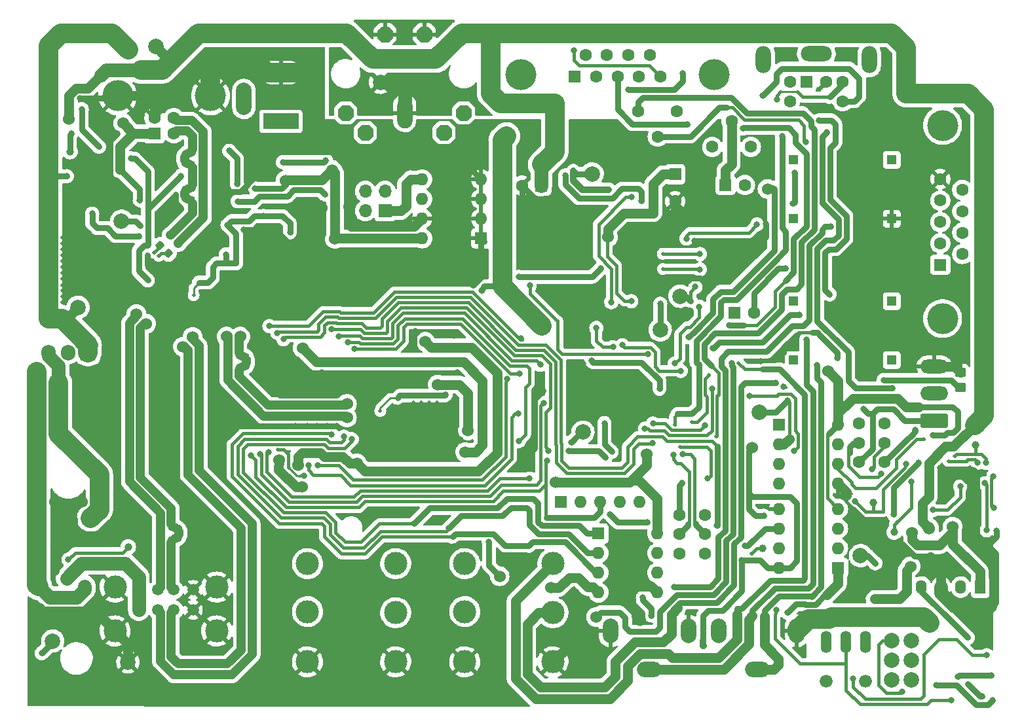
<source format=gbr>
%TF.GenerationSoftware,KiCad,Pcbnew,6.0.2+dfsg-1*%
%TF.CreationDate,2024-03-10T18:27:38+01:00*%
%TF.ProjectId,radio-usb,72616469-6f2d-4757-9362-2e6b69636164,rev?*%
%TF.SameCoordinates,Original*%
%TF.FileFunction,Copper,L2,Bot*%
%TF.FilePolarity,Positive*%
%FSLAX46Y46*%
G04 Gerber Fmt 4.6, Leading zero omitted, Abs format (unit mm)*
G04 Created by KiCad (PCBNEW 6.0.2+dfsg-1) date 2024-03-10 18:27:38*
%MOMM*%
%LPD*%
G01*
G04 APERTURE LIST*
G04 Aperture macros list*
%AMRoundRect*
0 Rectangle with rounded corners*
0 $1 Rounding radius*
0 $2 $3 $4 $5 $6 $7 $8 $9 X,Y pos of 4 corners*
0 Add a 4 corners polygon primitive as box body*
4,1,4,$2,$3,$4,$5,$6,$7,$8,$9,$2,$3,0*
0 Add four circle primitives for the rounded corners*
1,1,$1+$1,$2,$3*
1,1,$1+$1,$4,$5*
1,1,$1+$1,$6,$7*
1,1,$1+$1,$8,$9*
0 Add four rect primitives between the rounded corners*
20,1,$1+$1,$2,$3,$4,$5,0*
20,1,$1+$1,$4,$5,$6,$7,0*
20,1,$1+$1,$6,$7,$8,$9,0*
20,1,$1+$1,$8,$9,$2,$3,0*%
%AMOutline5P*
0 Free polygon, 5 corners , with rotation*
0 The origin of the aperture is its center*
0 number of corners: always 5*
0 $1 to $10 corner X, Y*
0 $11 Rotation angle, in degrees counterclockwise*
0 create outline with 5 corners*
4,1,5,$1,$2,$3,$4,$5,$6,$7,$8,$9,$10,$1,$2,$11*%
%AMOutline6P*
0 Free polygon, 6 corners , with rotation*
0 The origin of the aperture is its center*
0 number of corners: always 6*
0 $1 to $12 corner X, Y*
0 $13 Rotation angle, in degrees counterclockwise*
0 create outline with 6 corners*
4,1,6,$1,$2,$3,$4,$5,$6,$7,$8,$9,$10,$11,$12,$1,$2,$13*%
%AMOutline7P*
0 Free polygon, 7 corners , with rotation*
0 The origin of the aperture is its center*
0 number of corners: always 7*
0 $1 to $14 corner X, Y*
0 $15 Rotation angle, in degrees counterclockwise*
0 create outline with 7 corners*
4,1,7,$1,$2,$3,$4,$5,$6,$7,$8,$9,$10,$11,$12,$13,$14,$1,$2,$15*%
%AMOutline8P*
0 Free polygon, 8 corners , with rotation*
0 The origin of the aperture is its center*
0 number of corners: always 8*
0 $1 to $16 corner X, Y*
0 $17 Rotation angle, in degrees counterclockwise*
0 create outline with 8 corners*
4,1,8,$1,$2,$3,$4,$5,$6,$7,$8,$9,$10,$11,$12,$13,$14,$15,$16,$1,$2,$17*%
G04 Aperture macros list end*
%TA.AperFunction,ComponentPad*%
%ADD10C,3.000000*%
%TD*%
%TA.AperFunction,ComponentPad*%
%ADD11R,1.600000X1.600000*%
%TD*%
%TA.AperFunction,ComponentPad*%
%ADD12C,1.600000*%
%TD*%
%TA.AperFunction,ComponentPad*%
%ADD13C,4.000000*%
%TD*%
%TA.AperFunction,ComponentPad*%
%ADD14R,1.905000X2.000000*%
%TD*%
%TA.AperFunction,ComponentPad*%
%ADD15O,1.905000X2.000000*%
%TD*%
%TA.AperFunction,ComponentPad*%
%ADD16O,2.000000X3.500000*%
%TD*%
%TA.AperFunction,ComponentPad*%
%ADD17O,4.000000X2.000000*%
%TD*%
%TA.AperFunction,ComponentPad*%
%ADD18O,1.600000X1.600000*%
%TD*%
%TA.AperFunction,ComponentPad*%
%ADD19C,2.000000*%
%TD*%
%TA.AperFunction,ComponentPad*%
%ADD20R,1.700000X1.700000*%
%TD*%
%TA.AperFunction,ComponentPad*%
%ADD21O,1.700000X1.700000*%
%TD*%
%TA.AperFunction,ComponentPad*%
%ADD22R,1.400000X1.800000*%
%TD*%
%TA.AperFunction,ComponentPad*%
%ADD23O,1.400000X1.800000*%
%TD*%
%TA.AperFunction,ComponentPad*%
%ADD24O,1.422400X2.844800*%
%TD*%
%TA.AperFunction,ComponentPad*%
%ADD25C,1.676400*%
%TD*%
%TA.AperFunction,ComponentPad*%
%ADD26R,1.500000X1.500000*%
%TD*%
%TA.AperFunction,ComponentPad*%
%ADD27C,1.500000*%
%TD*%
%TA.AperFunction,ComponentPad*%
%ADD28O,3.197860X1.998980*%
%TD*%
%TA.AperFunction,ComponentPad*%
%ADD29O,1.998980X3.197860*%
%TD*%
%TA.AperFunction,ComponentPad*%
%ADD30R,4.600000X2.000000*%
%TD*%
%TA.AperFunction,ComponentPad*%
%ADD31O,4.200000X2.000000*%
%TD*%
%TA.AperFunction,ComponentPad*%
%ADD32O,2.000000X4.200000*%
%TD*%
%TA.AperFunction,ComponentPad*%
%ADD33Outline8P,-0.990600X0.495300X-0.495300X0.990600X0.495300X0.990600X0.990600X0.495300X0.990600X-0.495300X0.495300X-0.990600X-0.495300X-0.990600X-0.990600X-0.495300X180.000000*%
%TD*%
%TA.AperFunction,ComponentPad*%
%ADD34O,1.981200X3.962400*%
%TD*%
%TA.AperFunction,ComponentPad*%
%ADD35R,1.308000X1.308000*%
%TD*%
%TA.AperFunction,ComponentPad*%
%ADD36RoundRect,0.250000X1.550000X-0.650000X1.550000X0.650000X-1.550000X0.650000X-1.550000X-0.650000X0*%
%TD*%
%TA.AperFunction,ComponentPad*%
%ADD37O,3.600000X1.800000*%
%TD*%
%TA.AperFunction,SMDPad,CuDef*%
%ADD38RoundRect,0.250000X0.450000X-0.350000X0.450000X0.350000X-0.450000X0.350000X-0.450000X-0.350000X0*%
%TD*%
%TA.AperFunction,SMDPad,CuDef*%
%ADD39C,2.000000*%
%TD*%
%TA.AperFunction,SMDPad,CuDef*%
%ADD40RoundRect,0.237500X0.008839X0.344715X-0.344715X-0.008839X-0.008839X-0.344715X0.344715X0.008839X0*%
%TD*%
%TA.AperFunction,SMDPad,CuDef*%
%ADD41C,1.000000*%
%TD*%
%TA.AperFunction,ViaPad*%
%ADD42C,0.812800*%
%TD*%
%TA.AperFunction,ViaPad*%
%ADD43C,1.524000*%
%TD*%
%TA.AperFunction,ViaPad*%
%ADD44C,0.508000*%
%TD*%
%TA.AperFunction,ViaPad*%
%ADD45C,2.032000*%
%TD*%
%TA.AperFunction,ViaPad*%
%ADD46C,0.558800*%
%TD*%
%TA.AperFunction,Conductor*%
%ADD47C,1.270000*%
%TD*%
%TA.AperFunction,Conductor*%
%ADD48C,0.762000*%
%TD*%
%TA.AperFunction,Conductor*%
%ADD49C,0.406400*%
%TD*%
%TA.AperFunction,Conductor*%
%ADD50C,1.778000*%
%TD*%
%TA.AperFunction,Conductor*%
%ADD51C,2.540000*%
%TD*%
%TA.AperFunction,Conductor*%
%ADD52C,0.254000*%
%TD*%
%TA.AperFunction,Conductor*%
%ADD53C,1.143000*%
%TD*%
%TA.AperFunction,Conductor*%
%ADD54C,0.812800*%
%TD*%
G04 APERTURE END LIST*
D10*
%TO.P,J12,R*%
%TO.N,Net-(C63-Pad1)*%
X106920000Y-102870000D03*
%TO.P,J12,RN*%
%TO.N,Net-(J12-PadRN)*%
X95520000Y-102720000D03*
%TO.P,J12,S*%
%TO.N,GND*%
X106920000Y-109220000D03*
%TO.P,J12,SN*%
X95520000Y-109220000D03*
%TO.P,J12,T*%
%TO.N,/AUD_OUT_SUM*%
X106920000Y-96520000D03*
%TO.P,J12,TN*%
%TO.N,Net-(J12-PadRN)*%
X95520000Y-96520000D03*
%TD*%
D11*
%TO.P,J2,1,VBUS*%
%TO.N,VBUS*%
X55417400Y-40848900D03*
D12*
%TO.P,J2,2,D-*%
%TO.N,/D-*%
X57917400Y-40848900D03*
%TO.P,J2,3,D+*%
%TO.N,/D+*%
X57917400Y-38848900D03*
%TO.P,J2,4,GND*%
%TO.N,GND*%
X55417400Y-38848900D03*
D13*
%TO.P,J2,5,Shield*%
X50667400Y-35988900D03*
X62667400Y-35988900D03*
%TD*%
D14*
%TO.P,U1,1,IN*%
%TO.N,+12V*%
X46837600Y-69205200D03*
D15*
%TO.P,U1,2,GND*%
%TO.N,GND*%
X44297600Y-69205200D03*
%TO.P,U1,3,OUT*%
%TO.N,/5VD12*%
X41757600Y-69205200D03*
%TD*%
D11*
%TO.P,J6,1*%
%TO.N,AF_TO_RADIO*%
X139649200Y-34188400D03*
D12*
%TO.P,J6,2*%
%TO.N,GNDREF*%
X142249200Y-34188400D03*
%TO.P,J6,3*%
%TO.N,PTT*%
X137549200Y-34188400D03*
%TO.P,J6,4*%
%TO.N,/YAESU_FLAT_AUD*%
X144349200Y-34188400D03*
%TO.P,J6,5*%
%TO.N,/YAESU_FILTERED_AUD*%
X137549200Y-36688400D03*
%TO.P,J6,6*%
%TO.N,RX_ACTIVE*%
X144349200Y-36688400D03*
D16*
%TO.P,J6,7*%
%TO.N,N/C*%
X134099200Y-31338400D03*
X147799200Y-31338400D03*
D17*
X140949200Y-30538400D03*
%TD*%
D11*
%TO.P,U14,1,CS*%
%TO.N,/SER_EECS*%
X112786000Y-92618400D03*
D18*
%TO.P,U14,2,SCLK*%
%TO.N,Net-(R51-Pad1)*%
X112786000Y-95158400D03*
%TO.P,U14,3,DI*%
%TO.N,/SER_EEDT*%
X112786000Y-97698400D03*
%TO.P,U14,4,DO*%
%TO.N,Net-(R49-Pad1)*%
X112786000Y-100238400D03*
%TO.P,U14,5,GND*%
%TO.N,GND*%
X120406000Y-100238400D03*
%TO.P,U14,6,ORG*%
%TO.N,/SER_VCCIO*%
X120406000Y-97698400D03*
%TO.P,U14,7,NC*%
%TO.N,unconnected-(U14-Pad7)*%
X120406000Y-95158400D03*
%TO.P,U14,8,VCC*%
%TO.N,/SER_VCCIO*%
X120406000Y-92618400D03*
%TD*%
D19*
%TO.P,D12,1,AB*%
%TO.N,+5V*%
X153250200Y-106450700D03*
%TO.P,D12,2,KB*%
%TO.N,Net-(D12-Pad2)*%
X150710200Y-106450700D03*
%TO.P,D12,3,AR*%
%TO.N,+5V*%
X153250200Y-108990700D03*
%TO.P,D12,4,KR*%
%TO.N,Net-(D12-Pad4)*%
X150710200Y-108990700D03*
%TO.P,D12,5,AG*%
%TO.N,+5V*%
X153250200Y-111530700D03*
%TO.P,D12,6,KR*%
%TO.N,Net-(D12-Pad6)*%
X150710200Y-111530700D03*
%TD*%
D20*
%TO.P,J5,1,Pin_1*%
%TO.N,/H_EE_SDA*%
X85217000Y-50876200D03*
D21*
%TO.P,J5,2,Pin_2*%
%TO.N,/H_REM1*%
X82677000Y-50876200D03*
%TO.P,J5,3,Pin_3*%
%TO.N,/H_EE_SCL*%
X85217000Y-48336200D03*
%TO.P,J5,4,Pin_4*%
%TO.N,/H_SEL0*%
X82677000Y-48336200D03*
%TD*%
D12*
%TO.P,SW7,1,A*%
%TO.N,/PTT_ACTL*%
X117946800Y-37958400D03*
%TO.P,SW7,2,B*%
%TO.N,PTT*%
X120446800Y-41258400D03*
%TO.P,SW7,3,C*%
%TO.N,/PTT_ACTH*%
X122946800Y-37958400D03*
%TD*%
D11*
%TO.P,U11,1,A1*%
%TO.N,VD*%
X143754000Y-97043400D03*
D18*
%TO.P,U11,2,C1*%
%TO.N,Net-(R32-Pad1)*%
X143754000Y-94503400D03*
%TO.P,U11,3,C2*%
%TO.N,Net-(R33-Pad1)*%
X143754000Y-91963400D03*
%TO.P,U11,4,A2*%
%TO.N,VD*%
X143754000Y-89423400D03*
%TO.P,U11,5,GND*%
%TO.N,GND*%
X136134000Y-89423400D03*
%TO.P,U11,6,VO2*%
%TO.N,Net-(D9-Pad2)*%
X136134000Y-91963400D03*
%TO.P,U11,7,VO1*%
%TO.N,Net-(D10-Pad2)*%
X136134000Y-94503400D03*
%TO.P,U11,8,VCC*%
%TO.N,/SER_VCCIO*%
X136134000Y-97043400D03*
%TD*%
D12*
%TO.P,SW2,1,A*%
%TO.N,/YAESU_FILTERED_AUD*%
X132497200Y-42585000D03*
%TO.P,SW2,2,B*%
%TO.N,AF_FRM_RADIO*%
X129997200Y-39285000D03*
%TO.P,SW2,3,C*%
%TO.N,/YAESU_FLAT_AUD*%
X127497200Y-42585000D03*
%TD*%
D22*
%TO.P,U8,1,-VIN*%
%TO.N,GND*%
X162156900Y-99554700D03*
D23*
%TO.P,U8,2,+VIN*%
%TO.N,/DCDC_IN*%
X159616900Y-99554700D03*
%TO.P,U8,3,-VOUT*%
%TO.N,GNDREF*%
X157076900Y-99554700D03*
%TO.P,U8,4,+VOUT*%
%TO.N,/DCDC_OUT*%
X154536900Y-99554700D03*
%TD*%
D24*
%TO.P,SW3,1,A*%
%TO.N,unconnected-(SW3-Pad1)*%
X147320000Y-106680000D03*
%TO.P,SW3,2,B*%
%TO.N,/PTT_CTRL*%
X144780000Y-106680000D03*
%TO.P,SW3,3,C*%
%TO.N,/SER_VCCIO*%
X142240000Y-106680000D03*
D25*
%TO.P,SW3,M1*%
%TO.N,N/C*%
X147320000Y-111760000D03*
%TO.P,SW3,M2*%
X142240000Y-111760000D03*
%TD*%
D26*
%TO.P,J7,1,VBUS1*%
%TO.N,+5VP*%
X53396000Y-99901600D03*
D27*
%TO.P,J7,2,D1-*%
%TO.N,/DP1-*%
X55896000Y-99901600D03*
%TO.P,J7,3,D1+*%
%TO.N,/DP1+*%
X57896000Y-99901600D03*
%TO.P,J7,4,GND1*%
%TO.N,GND*%
X60396000Y-99901600D03*
%TO.P,J7,5,VBUS2*%
%TO.N,+5VP*%
X53396000Y-102521600D03*
%TO.P,J7,6,D2-*%
%TO.N,/DP2-*%
X55896000Y-102521600D03*
%TO.P,J7,7,D2+*%
%TO.N,/DP2+*%
X57896000Y-102521600D03*
%TO.P,J7,8,GND2*%
%TO.N,GND*%
X60396000Y-102521600D03*
D10*
%TO.P,J7,9,Shield*%
X63466000Y-99551600D03*
X50326000Y-105231600D03*
X50326000Y-99551600D03*
X63466000Y-105231600D03*
%TD*%
D13*
%TO.P,J8,0*%
%TO.N,N/C*%
X157272000Y-39808602D03*
X157272000Y-64808602D03*
D11*
%TO.P,J8,1,1*%
%TO.N,unconnected-(J8-Pad1)*%
X156972000Y-57848602D03*
D12*
%TO.P,J8,2,2*%
%TO.N,/RS232RX*%
X156972000Y-55078602D03*
%TO.P,J8,3,3*%
%TO.N,/RS232TX*%
X156972000Y-52308602D03*
%TO.P,J8,4,4*%
%TO.N,unconnected-(J8-Pad4)*%
X156972000Y-49538602D03*
%TO.P,J8,5,5*%
%TO.N,GNDREF*%
X156972000Y-46768602D03*
%TO.P,J8,6,6*%
%TO.N,unconnected-(J8-Pad6)*%
X159812000Y-56463602D03*
%TO.P,J8,7,7*%
%TO.N,unconnected-(J8-Pad7)*%
X159812000Y-53693602D03*
%TO.P,J8,8,8*%
%TO.N,unconnected-(J8-Pad8)*%
X159812000Y-50923602D03*
%TO.P,J8,9,9*%
%TO.N,unconnected-(J8-Pad9)*%
X159812000Y-48153602D03*
%TD*%
%TO.P,SW1,1,A*%
%TO.N,unconnected-(SW1-Pad1)*%
X149769000Y-78373600D03*
%TO.P,SW1,2,B*%
%TO.N,Net-(D7-Pad1)*%
X149769000Y-80873600D03*
%TO.P,SW1,3,C*%
%TO.N,/CAT_UART_TX*%
X149769000Y-83373600D03*
%TO.P,SW1,4,A*%
%TO.N,unconnected-(SW1-Pad4)*%
X146469000Y-78373600D03*
%TO.P,SW1,5,B*%
%TO.N,PTT*%
X146469000Y-80873600D03*
%TO.P,SW1,6,C*%
%TO.N,/CAT_UART_RX*%
X146469000Y-83373600D03*
%TD*%
D11*
%TO.P,C63,1*%
%TO.N,Net-(C63-Pad1)*%
X130389621Y-64084200D03*
D12*
%TO.P,C63,2*%
%TO.N,Net-(C63-Pad2)*%
X132889621Y-64084200D03*
%TD*%
D10*
%TO.P,J11,R*%
%TO.N,/AUD_IN_SUM*%
X86600000Y-102870000D03*
%TO.P,J11,RN*%
%TO.N,Net-(J11-PadRN)*%
X75200000Y-102720000D03*
%TO.P,J11,S*%
%TO.N,GND*%
X86600000Y-109220000D03*
%TO.P,J11,SN*%
X75200000Y-109220000D03*
%TO.P,J11,T*%
%TO.N,/AF_FRM_RADIO_PREINS*%
X86600000Y-96520000D03*
%TO.P,J11,TN*%
%TO.N,Net-(J11-PadRN)*%
X75200000Y-96520000D03*
%TD*%
D28*
%TO.P,J10,1,In*%
%TO.N,/RCA_LEFT*%
X119380000Y-110220000D03*
D29*
%TO.P,J10,2,Ext*%
%TO.N,GND*%
X124434600Y-105222040D03*
X114325400Y-105222040D03*
%TD*%
D30*
%TO.P,J1,1*%
%TO.N,Net-(D4-Pad2)*%
X71770000Y-39293800D03*
D31*
%TO.P,J1,2*%
%TO.N,GND*%
X71770000Y-32993800D03*
D32*
%TO.P,J1,3*%
%TO.N,N/C*%
X66970000Y-36393800D03*
%TD*%
D13*
%TO.P,J4,0*%
%TO.N,N/C*%
X127768000Y-33228000D03*
X102768000Y-33228000D03*
D11*
%TO.P,J4,1,1*%
%TO.N,RX_ACTIVE*%
X109728000Y-33528000D03*
D12*
%TO.P,J4,2,2*%
%TO.N,unconnected-(J4-Pad2)*%
X112498000Y-33528000D03*
%TO.P,J4,3,3*%
%TO.N,AF_FRM_RADIO*%
X115268000Y-33528000D03*
%TO.P,J4,4,4*%
%TO.N,PTT*%
X118038000Y-33528000D03*
%TO.P,J4,5,5*%
%TO.N,AF_TO_RADIO*%
X120808000Y-33528000D03*
%TO.P,J4,6,6*%
%TO.N,unconnected-(J4-Pad6)*%
X111113000Y-30688000D03*
%TO.P,J4,7,7*%
%TO.N,GNDREF*%
X113883000Y-30688000D03*
%TO.P,J4,8,8*%
%TO.N,unconnected-(J4-Pad8)*%
X116653000Y-30688000D03*
%TO.P,J4,9,9*%
%TO.N,unconnected-(J4-Pad9)*%
X119423000Y-30688000D03*
%TD*%
D11*
%TO.P,RN1,1,common*%
%TO.N,GND*%
X107951500Y-88563722D03*
D18*
%TO.P,RN1,2,R1*%
%TO.N,/SER_B_DSR_IN*%
X110491500Y-88563722D03*
%TO.P,RN1,3,R2*%
%TO.N,/SER_B_CTS_IN*%
X113031500Y-88563722D03*
%TO.P,RN1,4,R3*%
%TO.N,/SER_A_DSR_IN*%
X115571500Y-88563722D03*
%TO.P,RN1,5,R4*%
%TO.N,/SER_A_CTS_IN*%
X118111500Y-88563722D03*
%TD*%
D33*
%TO.P,X1,1,1*%
%TO.N,AF_TO_RADIO*%
X80137000Y-38201600D03*
D34*
%TO.P,X1,2,2*%
%TO.N,GNDREF*%
X87757000Y-38201600D03*
D33*
%TO.P,X1,3,3*%
%TO.N,PTT*%
X95377000Y-38201600D03*
%TO.P,X1,4,4*%
%TO.N,AF_FRM_RADIO*%
X82677000Y-40741600D03*
%TO.P,X1,5,5*%
%TO.N,RX_ACTIVE*%
X92837000Y-40741600D03*
%TO.P,X1,PE,PE*%
%TO.N,GNDREF*%
X90297000Y-28041600D03*
%TO.P,X1,PE@,PE*%
X85217000Y-28041600D03*
%TD*%
D12*
%TO.P,SW6,1,A*%
%TO.N,Net-(Q5-Pad3)*%
X126553400Y-90210000D03*
%TO.P,SW6,2,B*%
%TO.N,Net-(SW6-Pad2)*%
X126553400Y-92710000D03*
%TO.P,SW6,3,C*%
%TO.N,Net-(R79-Pad2)*%
X126553400Y-95210000D03*
%TO.P,SW6,4,A*%
%TO.N,Net-(Q5-Pad1)*%
X123253400Y-90210000D03*
%TO.P,SW6,5,B*%
%TO.N,RX_ACTIVE*%
X123253400Y-92710000D03*
%TO.P,SW6,6,C*%
%TO.N,Net-(R79-Pad1)*%
X123253400Y-95210000D03*
%TD*%
D11*
%TO.P,C64,1*%
%TO.N,AF_FRM_RADIO*%
X129221221Y-47523400D03*
D12*
%TO.P,C64,2*%
%TO.N,Net-(C64-Pad2)*%
X131721221Y-47523400D03*
%TD*%
D11*
%TO.P,C40,1*%
%TO.N,/AUD_VBUS*%
X122707400Y-46128656D03*
D12*
%TO.P,C40,2*%
%TO.N,GND*%
X122707400Y-49628656D03*
%TD*%
D28*
%TO.P,J9,1,In*%
%TO.N,/RCA_RIGHT*%
X133350000Y-110220000D03*
D29*
%TO.P,J9,2,Ext*%
%TO.N,GND*%
X138404600Y-105222040D03*
X128295400Y-105222040D03*
%TD*%
D11*
%TO.P,U12,1,A1*%
%TO.N,Net-(R27-Pad2)*%
X136154000Y-78546800D03*
D18*
%TO.P,U12,2,C1*%
%TO.N,/SER_B_TXD_OUT*%
X136154000Y-81086800D03*
%TO.P,U12,3,C2*%
X136154000Y-83626800D03*
%TO.P,U12,4,A2*%
%TO.N,Net-(R28-Pad2)*%
X136154000Y-86166800D03*
%TO.P,U12,5,GND*%
%TO.N,GNDREF*%
X143774000Y-86166800D03*
%TO.P,U12,6,VO2*%
%TO.N,/TTL_TX*%
X143774000Y-83626800D03*
%TO.P,U12,7,VO1*%
%TO.N,/TTL_TX_2*%
X143774000Y-81086800D03*
%TO.P,U12,8,VCC*%
%TO.N,VD*%
X143774000Y-78546800D03*
%TD*%
D35*
%TO.P,U22,P$1,P$1*%
%TO.N,Net-(R69-Pad2)*%
X138021593Y-44277991D03*
%TO.P,U22,P$2,P$2*%
%TO.N,GND*%
X138021593Y-51897991D03*
%TO.P,U22,P$3,P$3*%
%TO.N,Net-(C64-Pad2)*%
X150721593Y-44277991D03*
%TO.P,U22,P$4,P$4*%
%TO.N,GNDREF*%
X150721593Y-51897991D03*
%TD*%
D36*
%TO.P,J3,1,Pin_1*%
%TO.N,/CAT_UART_RX*%
X156210000Y-78006092D03*
D37*
%TO.P,J3,2,Pin_2*%
%TO.N,/CAT_UART_TX*%
X156210000Y-74506092D03*
%TO.P,J3,3,Pin_3*%
%TO.N,GNDREF*%
X156210000Y-71006092D03*
%TD*%
D11*
%TO.P,U2,1,A0*%
%TO.N,GND*%
X97627600Y-54422200D03*
D18*
%TO.P,U2,2,A1*%
X97627600Y-51882200D03*
%TO.P,U2,3,A2*%
X97627600Y-49342200D03*
%TO.P,U2,4,GND*%
X97627600Y-46802200D03*
%TO.P,U2,5,SDA*%
%TO.N,/H_EE_SDA*%
X90007600Y-46802200D03*
%TO.P,U2,6,SCL*%
%TO.N,/H_EE_SCL*%
X90007600Y-49342200D03*
%TO.P,U2,7,WP*%
%TO.N,GND*%
X90007600Y-51882200D03*
%TO.P,U2,8,VCC*%
%TO.N,+3V3*%
X90007600Y-54422200D03*
%TD*%
D35*
%TO.P,U19,P$1,P$1*%
%TO.N,AF_TO_RADIO*%
X138021593Y-62565991D03*
%TO.P,U19,P$2,P$2*%
%TO.N,GNDREF*%
X138021593Y-70185991D03*
%TO.P,U19,P$3,P$3*%
%TO.N,Net-(C63-Pad2)*%
X150721593Y-62565991D03*
%TO.P,U19,P$4,P$4*%
%TO.N,GND*%
X150721593Y-70185991D03*
%TD*%
D11*
%TO.P,C15,1*%
%TO.N,+5V*%
X105395913Y-47599600D03*
D12*
%TO.P,C15,2*%
%TO.N,GND*%
X102895913Y-47599600D03*
%TD*%
D38*
%TO.P,R56,1*%
%TO.N,/CAT_UART_RX*%
X159537400Y-73745600D03*
%TO.P,R56,2*%
%TO.N,GNDREF*%
X159537400Y-71745600D03*
%TD*%
D39*
%TO.P,TP18,1,1*%
%TO.N,+5V*%
X55575200Y-29616400D03*
%TD*%
%TO.P,TP17,1,1*%
%TO.N,+2V5*%
X51155600Y-52222400D03*
%TD*%
%TO.P,TP10,1,1*%
%TO.N,/AUD_OUT_LEFT*%
X123342400Y-61925200D03*
%TD*%
%TO.P,TP11,1,1*%
%TO.N,/AUD_OUT_RIGHT*%
X120777000Y-66268600D03*
%TD*%
D40*
%TO.P,R12,1*%
%TO.N,/D+*%
X58506435Y-55082365D03*
%TO.P,R12,2*%
%TO.N,/H_HOST_USBD+*%
X57215965Y-56372835D03*
%TD*%
D39*
%TO.P,TP12,1,1*%
%TO.N,Net-(R64-Pad1)*%
X111988600Y-46101000D03*
%TD*%
D41*
%TO.P,TP1,1,1*%
%TO.N,Net-(TP1-Pad1)*%
X52019200Y-94361000D03*
%TD*%
%TO.P,TP4,1,1*%
%TO.N,/TTL_TX*%
X161544000Y-81203800D03*
%TD*%
D40*
%TO.P,R11,1*%
%TO.N,/D-*%
X57439635Y-54015565D03*
%TO.P,R11,2*%
%TO.N,/H_HOST_USBD-*%
X56149165Y-55306035D03*
%TD*%
D39*
%TO.P,TP7,1,1*%
%TO.N,/TTL_RX_2*%
X146659600Y-95478600D03*
%TD*%
D41*
%TO.P,TP9,1,1*%
%TO.N,/SER_B_RXD_IN*%
X133985000Y-94538800D03*
%TD*%
D39*
%TO.P,TP14,1,1*%
%TO.N,GND*%
X51993800Y-109245400D03*
%TD*%
%TO.P,TP8,1,1*%
%TO.N,/SER_B_TXD_OUT*%
X133578600Y-76936600D03*
%TD*%
%TO.P,TP13,1,1*%
%TO.N,/PTT_CTRL*%
X110794800Y-79502000D03*
%TD*%
D41*
%TO.P,TP2,1,1*%
%TO.N,Net-(TP2-Pad1)*%
X44500800Y-43205400D03*
%TD*%
%TO.P,TP5,1,1*%
%TO.N,/TTL_RX*%
X151028400Y-92456000D03*
%TD*%
D39*
%TO.P,TP15,1,1*%
%TO.N,GNDREF*%
X84632800Y-34239200D03*
%TD*%
%TO.P,TP16,1,1*%
%TO.N,+12V*%
X45542200Y-63347600D03*
%TD*%
D41*
%TO.P,TP6,1,1*%
%TO.N,/TTL_TX_2*%
X148336000Y-88620600D03*
%TD*%
D39*
%TO.P,TP3,1,1*%
%TO.N,/+5VP_OK*%
X42265600Y-106527600D03*
%TD*%
D42*
%TO.N,AF_FRM_RADIO*%
X124282200Y-39674800D03*
%TO.N,GNDREF*%
X124460000Y-67208400D03*
X145542000Y-30149800D03*
X137261600Y-30175200D03*
D43*
X134645400Y-48031400D03*
D42*
X164261800Y-92252800D03*
X163144200Y-104673400D03*
X156961862Y-84089262D03*
X151841200Y-93929200D03*
X146862800Y-100965000D03*
X159131000Y-90195400D03*
D43*
X161137600Y-84734400D03*
D44*
%TO.N,GND*%
X63144400Y-47320200D03*
X43535600Y-58928000D03*
X43535600Y-56642000D03*
D45*
X155625800Y-104165400D03*
D42*
X51206400Y-56261000D03*
X77720100Y-78733922D03*
D44*
X58801000Y-50495200D03*
X44893880Y-53631480D03*
X160514868Y-112047604D03*
D42*
X77012800Y-71805800D03*
D44*
X55956200Y-51079400D03*
D42*
X123393200Y-60020200D03*
D43*
X48260000Y-76200000D03*
D44*
X89886700Y-75660522D03*
X70277900Y-73399922D03*
D43*
X45720000Y-74168000D03*
X50215800Y-93421200D03*
D42*
X84201000Y-46710600D03*
D43*
X48260000Y-80289400D03*
D44*
X87897789Y-82053611D03*
X84456089Y-80339111D03*
D42*
X73656100Y-74695322D03*
X94157800Y-67030600D03*
X126339600Y-59893200D03*
X94534900Y-71799722D03*
D43*
X109601000Y-100380800D03*
D42*
X110820200Y-70637400D03*
X42545000Y-97536000D03*
X66929000Y-53314600D03*
X92760800Y-98806000D03*
X106654600Y-54864000D03*
D46*
X60325000Y-57277000D03*
D44*
X91918700Y-75660522D03*
D42*
X130505200Y-57505600D03*
X143687800Y-69900800D03*
D46*
X58928000Y-57277000D03*
D44*
X87904411Y-76118811D03*
X86279900Y-76930522D03*
D42*
X116916200Y-58877200D03*
X133756400Y-70332600D03*
X91668600Y-91109800D03*
D46*
X59613800Y-57277000D03*
D44*
X58191400Y-48742600D03*
D42*
X102768400Y-97612200D03*
D43*
X48260000Y-78232000D03*
X45720000Y-76200000D03*
X57099200Y-43561000D03*
D42*
X133527800Y-55143400D03*
D43*
X153339800Y-92506800D03*
D42*
X110820200Y-68275200D03*
D44*
X45872400Y-53631480D03*
D43*
X45999400Y-88519000D03*
D42*
X45796200Y-36322000D03*
X113080800Y-50723800D03*
D44*
X87092700Y-81248522D03*
D42*
X99999800Y-101473000D03*
X75154700Y-78733922D03*
D44*
X43535600Y-58166000D03*
X47028720Y-53631480D03*
D42*
X96621600Y-60502800D03*
D43*
X80568800Y-50317400D03*
D44*
X43535600Y-62738000D03*
D42*
X136728200Y-73634600D03*
X107950000Y-54610000D03*
D44*
X89693478Y-82772522D03*
X54483000Y-56616600D03*
D42*
X84429600Y-75129222D03*
D46*
X61010800Y-57277000D03*
D42*
X87985600Y-90017600D03*
D43*
X72821800Y-56997600D03*
D42*
X50622200Y-40868600D03*
X117743650Y-64221950D03*
X82804000Y-91287600D03*
D44*
X48564800Y-54584600D03*
D43*
X48463200Y-63550800D03*
D44*
X43535600Y-54356000D03*
D43*
X40538400Y-102336600D03*
D44*
X43535600Y-61976000D03*
X43535600Y-55118000D03*
X63144400Y-48234600D03*
X88870700Y-75660522D03*
D42*
X125171200Y-54787800D03*
D44*
X43535600Y-57404000D03*
D42*
X76424700Y-78733922D03*
X94996000Y-80492600D03*
D44*
X43535600Y-60477400D03*
D42*
X134468580Y-52578000D03*
D44*
X87346700Y-76930522D03*
D42*
X76424700Y-74695322D03*
X89124700Y-66414922D03*
X89124700Y-68650122D03*
X77720100Y-74695322D03*
D43*
X118135400Y-103886000D03*
D44*
X63144400Y-49149000D03*
D42*
X78964700Y-74695322D03*
D44*
X88616700Y-82772522D03*
D42*
X48463200Y-48691800D03*
D44*
X63144400Y-50139600D03*
D43*
X42595800Y-88519000D03*
D44*
X43535600Y-59690000D03*
D42*
X80645000Y-72771000D03*
D44*
X85060700Y-81248522D03*
X91649278Y-82772522D03*
D42*
X69265800Y-44323000D03*
D44*
X43535600Y-55880000D03*
D42*
X136741232Y-69201968D03*
D44*
X58191400Y-49834800D03*
X90902700Y-75660522D03*
D43*
X76996800Y-50530000D03*
X158572200Y-91719400D03*
D42*
X105638600Y-74142600D03*
X73656100Y-78733922D03*
X162369128Y-113690900D03*
X75154700Y-74695322D03*
D43*
X45720000Y-78232000D03*
X48260000Y-74168000D03*
D44*
X90674100Y-82772522D03*
D42*
X101854000Y-84277200D03*
D44*
X71323200Y-81788000D03*
D43*
X116255800Y-56896000D03*
D44*
X86076700Y-81248522D03*
D42*
X144043400Y-104038400D03*
X74773700Y-85160122D03*
X109220000Y-54610000D03*
X78964700Y-78733922D03*
D46*
X61645800Y-57277000D03*
D45*
X64617600Y-76657200D03*
D44*
X43535600Y-61214000D03*
D42*
%TO.N,+12V*%
X44094400Y-46380400D03*
D45*
X52019200Y-30022800D03*
D43*
%TO.N,+3V3*%
X78359000Y-45567600D03*
X72339200Y-46939200D03*
D42*
X68427600Y-47980600D03*
D45*
X105460800Y-65735200D03*
D42*
X97663000Y-61214000D03*
D45*
X100897000Y-41173400D03*
D43*
X78740000Y-54508400D03*
%TO.N,+5V*%
X40411400Y-99441000D03*
D45*
X107137200Y-36957000D03*
D43*
X155549600Y-91998800D03*
X46405800Y-99415600D03*
X153136600Y-96875600D03*
X44348400Y-38963600D03*
D45*
X40233600Y-71653400D03*
D42*
X148488400Y-101066600D03*
D43*
%TO.N,VD*%
X142468600Y-71602600D03*
D42*
X156032200Y-79883000D03*
X138734800Y-64338200D03*
X137236200Y-102870000D03*
X119634000Y-103225600D03*
X127584200Y-68656200D03*
X118541800Y-100888800D03*
%TO.N,/AUD_VDDI*%
X118313200Y-49580800D03*
X108483900Y-46304200D03*
D43*
%TO.N,+1V8*%
X90420100Y-67811922D03*
X73939400Y-83769200D03*
X81606300Y-83559922D03*
%TO.N,/SER_VPLL*%
X92020300Y-73349122D03*
X95931900Y-79292722D03*
D42*
%TO.N,/AUD_VBUS*%
X117043200Y-62560200D03*
D43*
X114046000Y-54279800D03*
%TO.N,/SER_VCCIO*%
X107213400Y-86004400D03*
X132613400Y-81508600D03*
X74545100Y-68624722D03*
X71501000Y-83083400D03*
D42*
X126365000Y-107188000D03*
D43*
X95576300Y-82086722D03*
D42*
X134162800Y-90322400D03*
X131316540Y-96088200D03*
D43*
X74519700Y-86607922D03*
X118999000Y-82321400D03*
D42*
%TO.N,/AUD_OUT_RIGHT*%
X120777000Y-62890400D03*
%TO.N,/RCA_RIGHT*%
X141071600Y-70866000D03*
%TO.N,Net-(C43-Pad1)*%
X133286471Y-52629300D03*
X124153018Y-54471093D03*
%TO.N,/AUD_OUT_LEFT*%
X125323600Y-60717780D03*
X124714000Y-62509400D03*
%TO.N,/RCA_LEFT*%
X139649200Y-67513200D03*
X122656600Y-70612000D03*
X125831600Y-63271400D03*
%TO.N,AF_TO_RADIO*%
X109626400Y-30099000D03*
X142671800Y-61671200D03*
X141300200Y-39166800D03*
D43*
%TO.N,VBUS*%
X51384200Y-39547800D03*
D42*
X53518300Y-49493350D03*
%TO.N,/H_SEL1*%
X66090800Y-47396400D03*
X65074800Y-43103800D03*
%TO.N,PTT*%
X142341600Y-40665400D03*
X139623820Y-42002472D03*
X149326600Y-84861400D03*
X150799800Y-73812400D03*
%TO.N,/SER_B_RXD_IN*%
X128120500Y-91592400D03*
X71293900Y-66668922D03*
D44*
X132562600Y-95224850D03*
D42*
%TO.N,Net-(D7-Pad1)*%
X148183600Y-84277700D03*
D43*
%TO.N,/DP2-*%
X60344018Y-67189382D03*
%TO.N,+5VP*%
X44069000Y-98399600D03*
%TO.N,/DP2+*%
X59086782Y-68446618D03*
%TO.N,/DP1-*%
X53094743Y-64212561D03*
D42*
%TO.N,Net-(D9-Pad2)*%
X131699000Y-94234000D03*
D43*
%TO.N,/DP1+*%
X54351979Y-65469797D03*
D42*
%TO.N,/SER_B_TXLED*%
X100965000Y-72644000D03*
X76500900Y-83813922D03*
%TO.N,/SER_B_RXLED*%
X75332500Y-83763122D03*
X102412800Y-77114400D03*
%TO.N,/CAT_UART_RX*%
X147040600Y-76530200D03*
X149656800Y-72771500D03*
%TO.N,/CAT_UART_TX*%
X153771600Y-79248000D03*
%TO.N,RX_ACTIVE*%
X134010400Y-35966400D03*
X122478800Y-82448400D03*
X136525000Y-41173400D03*
X116636800Y-35229800D03*
D44*
X122631200Y-78511400D03*
D42*
X123672600Y-33096200D03*
%TO.N,/YAESU_FLAT_AUD*%
X135839200Y-36449000D03*
%TO.N,Net-(Q1-Pad3)*%
X48234600Y-42570400D03*
X46024800Y-37719000D03*
%TO.N,Net-(Q2-Pad1)*%
X145719800Y-111379000D03*
X162966400Y-108356400D03*
%TO.N,Net-(Q2-Pad3)*%
X163550600Y-110972600D03*
X159258000Y-111150400D03*
%TO.N,Net-(Q3-Pad3)*%
X156438600Y-112242600D03*
X163753800Y-114147600D03*
D44*
%TO.N,Net-(Q4-Pad3)*%
X123317000Y-81407000D03*
X126746000Y-74777600D03*
D42*
X126923800Y-85521800D03*
D44*
X127101600Y-72136000D03*
X124891800Y-78206600D03*
D42*
%TO.N,Net-(Q5-Pad1)*%
X123571000Y-86106000D03*
%TO.N,/H_REM0*%
X47371000Y-51231800D03*
X53416200Y-54152800D03*
%TO.N,/H_SEL0*%
X77445100Y-48742600D03*
X66167000Y-49631600D03*
%TO.N,+2V5*%
X53568600Y-52781200D03*
%TO.N,/TTL_RX_2*%
X148564600Y-96469200D03*
%TO.N,/TTL_RX*%
X161798000Y-83464400D03*
X153212800Y-85877400D03*
D44*
X151333200Y-91160600D03*
X158038800Y-83261200D03*
D42*
%TO.N,/+5VP_OK*%
X40843200Y-108102400D03*
%TO.N,/RX_ACT_SEP*%
X118795800Y-79044800D03*
X132308600Y-74778580D03*
X127457200Y-73888600D03*
X138074400Y-81965800D03*
%TO.N,/TTL_TX_2*%
X145948400Y-88442800D03*
X152552400Y-83642200D03*
D44*
%TO.N,/TTL_TX*%
X158826200Y-82575400D03*
D42*
X162864800Y-83489800D03*
D44*
X154863800Y-80391000D03*
D42*
%TO.N,/PTT_CTRL*%
X119111100Y-91186000D03*
X109270800Y-80822800D03*
X114274600Y-90119200D03*
X135788400Y-102514400D03*
X158419800Y-114198400D03*
%TO.N,Net-(R64-Pad1)*%
X109550200Y-45694600D03*
X114096800Y-48107600D03*
%TO.N,/PTT_ACTH*%
X129717800Y-65659500D03*
X131470400Y-40208200D03*
%TO.N,/SER_B_DSR_IN*%
X70176300Y-82061322D03*
X103907500Y-85515722D03*
%TO.N,/SER_B_CTS_IN*%
X67890300Y-82543922D03*
X106193500Y-83229722D03*
%TO.N,/SER_A_DSR_IN*%
X106299000Y-81940400D03*
X108966000Y-81940400D03*
X113690400Y-82804000D03*
X78329700Y-66211722D03*
%TO.N,/SER_A_CTS_IN*%
X102510500Y-80664322D03*
X80387100Y-67888122D03*
X113563400Y-78333600D03*
X114502711Y-82042489D03*
%TO.N,Net-(R44-Pad2)*%
X93036300Y-74644522D03*
D44*
X84603500Y-76778122D03*
D42*
%TO.N,/SER_A_RTS_OUT*%
X102616000Y-71932800D03*
X81301500Y-68751722D03*
%TO.N,/SER_A_DTR_OUT*%
X79218700Y-67151522D03*
X105279100Y-70783722D03*
%TO.N,/SER_B_RTS_OUT*%
X70277900Y-65779922D03*
X102768400Y-67360800D03*
%TO.N,/SER_B_DTR_OUT*%
X105710900Y-75711322D03*
X69033300Y-82340722D03*
D44*
%TO.N,/PTT_ACTL*%
X128016000Y-80060800D03*
D42*
%TO.N,Net-(SW6-Pad2)*%
X123698000Y-82372200D03*
%TO.N,Net-(TP1-Pad1)*%
X44294562Y-95983562D03*
%TO.N,/SER_B_TXD_OUT*%
X119837200Y-78384400D03*
X72081300Y-67481722D03*
X119811800Y-80899000D03*
X137210800Y-75438500D03*
X126597384Y-78625555D03*
%TO.N,Net-(TP2-Pad1)*%
X44653200Y-40894000D03*
D44*
%TO.N,/AUD_OUT_SUM*%
X130912100Y-70561200D03*
D42*
%TO.N,/AUD_IN_SUM*%
X103911400Y-60528200D03*
X129997200Y-70586600D03*
X119151400Y-69392800D03*
D43*
X112471200Y-103428800D03*
D44*
%TO.N,/H_HOST_USBD-*%
X55346600Y-56286400D03*
%TO.N,/H_HOST_USBD+*%
X55981600Y-56692800D03*
D42*
%TO.N,/H_VDD*%
X54559200Y-55295800D03*
X58851800Y-46329600D03*
X65938400Y-57658000D03*
X52400200Y-44094400D03*
X69494400Y-51536600D03*
X64668348Y-56489600D03*
X54559200Y-59867800D03*
X72923400Y-53644800D03*
D44*
X60483739Y-61766461D03*
D42*
X64856500Y-52705000D03*
D43*
%TO.N,/SER_D+*%
X80295383Y-75838322D03*
X66508361Y-67134318D03*
%TO.N,/SER_D-*%
X80295383Y-77616322D03*
X64730361Y-67134318D03*
D45*
%TO.N,/5VD12*%
X47167800Y-90627200D03*
D42*
%TO.N,/DCDC_OUT*%
X160528000Y-106095800D03*
%TO.N,Net-(C24-Pad1)*%
X155981400Y-89585800D03*
X159537400Y-86537800D03*
%TO.N,/AF_FRM_RADIO_PREINS*%
X142773400Y-52882800D03*
X138150600Y-45923200D03*
X137922000Y-49961800D03*
X122605800Y-99517200D03*
%TO.N,Net-(R40-Pad2)*%
X154152600Y-83489800D03*
X150977600Y-90170000D03*
%TO.N,Net-(C29-Pad2)*%
X163855400Y-89331800D03*
X163830000Y-85217000D03*
%TO.N,Net-(C33-Pad1)*%
X162966400Y-92202000D03*
X162737800Y-86106000D03*
D44*
%TO.N,Net-(C51-Pad1)*%
X121107200Y-56413400D03*
D42*
X125919611Y-56462598D03*
%TO.N,Net-(D12-Pad2)*%
X152019000Y-113106200D03*
%TO.N,/SER_EEDT*%
X78329700Y-79800722D03*
X103809800Y-94183200D03*
%TO.N,/SER_EECS*%
X80920500Y-80410322D03*
X88950800Y-91363800D03*
%TO.N,Net-(C60-Pad1)*%
X111912400Y-70255900D03*
X120675400Y-73888600D03*
%TO.N,Net-(D5-Pad2)*%
X77571600Y-44297600D03*
X72009000Y-44577000D03*
D43*
%TO.N,Net-(R49-Pad1)*%
X106629200Y-99644200D03*
X100025200Y-98145600D03*
D42*
X98628200Y-93700100D03*
%TO.N,Net-(R51-Pad1)*%
X79908917Y-80073128D03*
X93446600Y-91948000D03*
%TO.N,Net-(C61-Pad1)*%
X114681000Y-68503800D03*
X112522000Y-66014600D03*
%TO.N,Net-(C62-Pad1)*%
X115900200Y-68249800D03*
X123418600Y-71577700D03*
%TO.N,Net-(C63-Pad2)*%
X136931400Y-58343800D03*
%TO.N,Net-(R71-Pad1)*%
X114452400Y-62687200D03*
X117094000Y-49072800D03*
%TO.N,Net-(C49-Pad1)*%
X102514400Y-59410600D03*
X113080800Y-58318400D03*
%TO.N,Net-(C52-Pad1)*%
X125919611Y-58462598D03*
D44*
X121117309Y-58394600D03*
D42*
%TO.N,Net-(C63-Pad1)*%
X135661400Y-73101200D03*
%TD*%
D47*
%TO.N,AF_FRM_RADIO*%
X129209800Y-45643800D02*
X129209800Y-47511979D01*
D48*
X115268000Y-37747200D02*
X115268000Y-33528000D01*
D47*
X129997200Y-39285000D02*
X129997200Y-44856400D01*
D48*
X124282200Y-39674800D02*
X117195600Y-39674800D01*
D47*
X129209800Y-47511979D02*
X129221221Y-47523400D01*
D48*
X117195600Y-39674800D02*
X115268000Y-37747200D01*
D47*
X129997200Y-44856400D02*
X129209800Y-45643800D01*
%TO.N,GNDREF*%
X143774000Y-86166800D02*
X144830800Y-87223600D01*
D49*
X158511262Y-84089262D02*
X160375600Y-85953600D01*
D48*
X128586438Y-61315600D02*
X130198276Y-61315600D01*
X148107400Y-99288600D02*
X150368000Y-99288600D01*
D49*
X145617711Y-89332735D02*
X144830800Y-88545824D01*
D50*
X87757000Y-35255200D02*
X86741000Y-34239200D01*
D47*
X161417000Y-86029800D02*
X161417000Y-85013800D01*
X163855400Y-101447600D02*
X163855400Y-95326200D01*
X163855400Y-95326200D02*
X162890200Y-94361000D01*
D48*
X134645400Y-48031400D02*
X135382480Y-48082680D01*
D47*
X161417000Y-85013800D02*
X161137600Y-84734400D01*
D48*
X151130000Y-94640400D02*
X151841200Y-93929200D01*
D49*
X156961862Y-84089262D02*
X158511262Y-84089262D01*
D47*
X161417000Y-92887800D02*
X161417000Y-90601800D01*
D48*
X127584200Y-62317838D02*
X128586438Y-61315600D01*
D50*
X157076900Y-99554700D02*
X157076900Y-100282500D01*
X163347400Y-101955600D02*
X163398200Y-101904800D01*
D48*
X151841200Y-93929200D02*
X152001628Y-93929200D01*
D47*
X150368000Y-99288600D02*
X150368000Y-95402400D01*
D50*
X157076900Y-100282500D02*
X158750000Y-101955600D01*
D48*
X135509480Y-52908200D02*
X135509480Y-48082680D01*
D50*
X86741000Y-34239200D02*
X84632800Y-34239200D01*
D48*
X130198276Y-61315600D02*
X133742638Y-57771238D01*
X152001628Y-93929200D02*
X153627228Y-95554800D01*
X146862800Y-100533200D02*
X148107400Y-99288600D01*
D47*
X161417000Y-90601800D02*
X161417000Y-86029800D01*
D49*
X161340800Y-85953600D02*
X161417000Y-86029800D01*
D47*
X158797892Y-71006092D02*
X159537400Y-71745600D01*
D48*
X124460000Y-67208400D02*
X125124585Y-66567091D01*
D47*
X150368000Y-94488000D02*
X145617711Y-89737711D01*
D48*
X164261800Y-92252800D02*
X164261800Y-92989400D01*
D47*
X157076900Y-97056220D02*
X155676600Y-95655920D01*
D48*
X135382480Y-48082680D02*
X135509480Y-48082680D01*
X127584200Y-64107476D02*
X127584200Y-62317838D01*
X159131000Y-90195400D02*
X161010600Y-90195400D01*
D47*
X162890200Y-94361000D02*
X161417000Y-92887800D01*
D48*
X163144200Y-102158800D02*
X163398200Y-101904800D01*
D50*
X87757000Y-38201600D02*
X87757000Y-35255200D01*
D48*
X133742638Y-57771238D02*
X133742638Y-57759600D01*
X163144200Y-104673400D02*
X163144200Y-102158800D01*
X135509480Y-55992758D02*
X135509480Y-52908200D01*
X135509480Y-48082680D02*
X135280400Y-47853600D01*
D47*
X157076900Y-99554700D02*
X157076900Y-97056220D01*
D48*
X161010600Y-90195400D02*
X161417000Y-90601800D01*
D50*
X158750000Y-101955600D02*
X163347400Y-101955600D01*
D47*
X163398200Y-101904800D02*
X163855400Y-101447600D01*
D48*
X133742638Y-57759600D02*
X135509480Y-55992758D01*
D47*
X156210000Y-71006092D02*
X158797892Y-71006092D01*
D49*
X160375600Y-85953600D02*
X161340800Y-85953600D01*
D47*
X144830800Y-87223600D02*
X144830800Y-87729118D01*
D49*
X145617711Y-89737711D02*
X145617711Y-89332735D01*
D47*
X150368000Y-95402400D02*
X151130000Y-94640400D01*
D48*
X164261800Y-92989400D02*
X162890200Y-94361000D01*
D49*
X144830800Y-88545824D02*
X144830800Y-87729118D01*
D48*
X153627228Y-95554800D02*
X155676600Y-95554800D01*
X146862800Y-100965000D02*
X146862800Y-100533200D01*
D47*
X150368000Y-95402400D02*
X150368000Y-94488000D01*
D48*
X125124585Y-66567091D02*
X127584200Y-64107476D01*
%TO.N,GND*%
X130505200Y-55499000D02*
X130505200Y-57505600D01*
D47*
X118008400Y-55143400D02*
X116255800Y-56896000D01*
D48*
X97627600Y-59496800D02*
X96621600Y-60502800D01*
X54483000Y-56616600D02*
X54483000Y-57912000D01*
D51*
X139932100Y-103694540D02*
X138404600Y-105222040D01*
D48*
X84201000Y-46329600D02*
X84201000Y-46710600D01*
D47*
X47761200Y-102666800D02*
X50326000Y-105231600D01*
D48*
X112384250Y-64221950D02*
X110820200Y-65786000D01*
X80822800Y-74142600D02*
X79517422Y-74142600D01*
X58902600Y-57277000D02*
X58877200Y-57277000D01*
X124714000Y-59537600D02*
X124231400Y-60020200D01*
D47*
X116408200Y-99822000D02*
X116763800Y-99466400D01*
X80568800Y-52654200D02*
X80813280Y-52898680D01*
D51*
X142925800Y-103403400D02*
X142634660Y-103694540D01*
D48*
X109220000Y-54610000D02*
X107950000Y-54610000D01*
D47*
X75692000Y-51834800D02*
X76996800Y-50530000D01*
D48*
X73656100Y-78733922D02*
X66249278Y-78733922D01*
X117743650Y-63917150D02*
X118338600Y-63322200D01*
X70993000Y-53314600D02*
X73444100Y-55765700D01*
D47*
X116408200Y-101244400D02*
X116408200Y-99822000D01*
D48*
X97627600Y-46802200D02*
X95783400Y-44958000D01*
D52*
X72771000Y-84144714D02*
X73786408Y-85160122D01*
D47*
X88991120Y-52898680D02*
X90007600Y-51882200D01*
D48*
X104517580Y-81613620D02*
X104517580Y-77520800D01*
X84429600Y-75129222D02*
X83206422Y-75129222D01*
X58191400Y-49834800D02*
X58131680Y-49775080D01*
X85572600Y-44958000D02*
X84201000Y-46329600D01*
D47*
X55417400Y-38848900D02*
X55417400Y-36900800D01*
X59867800Y-63246000D02*
X62966600Y-63246000D01*
D48*
X104517580Y-75263620D02*
X105638600Y-74142600D01*
D47*
X154000200Y-94132400D02*
X156895800Y-94132400D01*
X51993800Y-106899400D02*
X50326000Y-105231600D01*
D48*
X80645000Y-72771000D02*
X80645000Y-73964800D01*
D49*
X133756400Y-70332600D02*
X135610600Y-70332600D01*
D52*
X73786408Y-85160122D02*
X74773700Y-85160122D01*
D48*
X64210711Y-48386511D02*
X66523089Y-48386511D01*
D47*
X69977000Y-59842400D02*
X72821800Y-56997600D01*
X153339800Y-92506800D02*
X153339800Y-93472000D01*
X42545000Y-96596200D02*
X42545000Y-95250000D01*
D51*
X74726000Y-32993800D02*
X75768200Y-34036000D01*
D49*
X89124700Y-68650122D02*
X89124700Y-66414922D01*
D47*
X48463200Y-62153800D02*
X48463200Y-63550800D01*
D48*
X80645000Y-73964800D02*
X80822800Y-74142600D01*
D47*
X122707400Y-51892200D02*
X119456200Y-55143400D01*
D48*
X125171200Y-54787800D02*
X129794000Y-54787800D01*
D47*
X156895800Y-94132400D02*
X158572200Y-92456000D01*
D48*
X61620400Y-57277000D02*
X61036200Y-57277000D01*
D47*
X70586111Y-43002689D02*
X69265800Y-44323000D01*
D48*
X71573300Y-74695322D02*
X70277900Y-73399922D01*
X73656100Y-78733922D02*
X75154700Y-78733922D01*
D47*
X118135400Y-102971600D02*
X116408200Y-101244400D01*
D49*
X91664700Y-82772522D02*
X92614478Y-82772522D01*
D51*
X75768200Y-34036000D02*
X75768200Y-37261800D01*
D48*
X76424700Y-74695322D02*
X78964700Y-74695322D01*
X117743650Y-64221950D02*
X117743650Y-63917150D01*
D47*
X49987200Y-56261000D02*
X48463200Y-57785000D01*
D48*
X83206422Y-75129222D02*
X82219800Y-74142600D01*
X50622200Y-40868600D02*
X49708280Y-41782520D01*
X107950000Y-54610000D02*
X106908600Y-54610000D01*
X61010800Y-57277000D02*
X60350400Y-57277000D01*
D47*
X40538400Y-102336600D02*
X40868600Y-102666800D01*
X162077400Y-99475200D02*
X162156900Y-99554700D01*
D48*
X63144400Y-47320200D02*
X64210711Y-48386511D01*
D49*
X138658600Y-66624200D02*
X140055600Y-66624200D01*
D48*
X126339600Y-59893200D02*
X125984000Y-59537600D01*
X130505200Y-58775600D02*
X130505200Y-57505600D01*
D47*
X119634000Y-99466400D02*
X120406000Y-100238400D01*
D48*
X141401800Y-66903600D02*
X143687800Y-69189600D01*
D49*
X72110600Y-81788000D02*
X72694800Y-82372200D01*
D48*
X133527800Y-55880000D02*
X131902200Y-57505600D01*
X54483000Y-57912000D02*
X56984900Y-60413900D01*
D47*
X49707800Y-92913200D02*
X50215800Y-93421200D01*
D48*
X129794000Y-54787800D02*
X130505200Y-55499000D01*
D47*
X54505500Y-35988900D02*
X50667400Y-35988900D01*
D48*
X134468580Y-52578000D02*
X134468580Y-54202620D01*
D51*
X142634660Y-103694540D02*
X139932100Y-103694540D01*
D47*
X62966600Y-63246000D02*
X66370200Y-59842400D01*
X73444100Y-55765700D02*
X75692000Y-53517800D01*
X109601000Y-100380800D02*
X109601000Y-106539000D01*
X75768200Y-42748200D02*
X76022689Y-43002689D01*
X116763800Y-99466400D02*
X119634000Y-99466400D01*
D48*
X136753600Y-68529200D02*
X138379200Y-66903600D01*
X77720100Y-78733922D02*
X78964700Y-78733922D01*
D47*
X119456200Y-55143400D02*
X118008400Y-55143400D01*
D48*
X50334300Y-36322000D02*
X50667400Y-35988900D01*
D47*
X158572200Y-91719400D02*
X158572200Y-94005400D01*
X55417400Y-36900800D02*
X54505500Y-35988900D01*
X42595800Y-88519000D02*
X44881800Y-90805000D01*
X109601000Y-106539000D02*
X106920000Y-109220000D01*
D49*
X140055600Y-66624200D02*
X140411200Y-66624200D01*
D47*
X56032400Y-61366400D02*
X58877200Y-58521600D01*
D48*
X73656100Y-74695322D02*
X75154700Y-74695322D01*
D51*
X154863800Y-103403400D02*
X142925800Y-103403400D01*
D52*
X72771000Y-84124800D02*
X72771000Y-84144714D01*
D47*
X76022689Y-43002689D02*
X70586111Y-43002689D01*
D51*
X71770000Y-32993800D02*
X74726000Y-32993800D01*
D48*
X140411200Y-66624200D02*
X141122400Y-66624200D01*
X98044000Y-54838600D02*
X97627600Y-54422200D01*
X101854000Y-84277200D02*
X104517580Y-81613620D01*
X79517422Y-74142600D02*
X78964700Y-74695322D01*
X117743650Y-64221950D02*
X112384250Y-64221950D01*
D47*
X40868600Y-102666800D02*
X47761200Y-102666800D01*
X42545000Y-95250000D02*
X44881800Y-92913200D01*
D48*
X76424700Y-78733922D02*
X77720100Y-78733922D01*
X125984000Y-59537600D02*
X124714000Y-59537600D01*
X129387600Y-59893200D02*
X130505200Y-58775600D01*
D47*
X80813280Y-52898680D02*
X88991120Y-52898680D01*
D48*
X143687800Y-69189600D02*
X143687800Y-69900800D01*
X66523089Y-48386511D02*
X69265800Y-45643800D01*
D47*
X80568800Y-50317400D02*
X80568800Y-52654200D01*
D48*
X64617600Y-77102244D02*
X66249278Y-78733922D01*
D47*
X118135400Y-103886000D02*
X118135400Y-102971600D01*
D49*
X138379200Y-66903600D02*
X138658600Y-66624200D01*
D48*
X102895913Y-47599600D02*
X102895913Y-51105313D01*
D49*
X72694800Y-84048600D02*
X72771000Y-84124800D01*
D48*
X133527800Y-55143400D02*
X133527800Y-55880000D01*
X58131680Y-49775080D02*
X58131680Y-48742600D01*
X61645800Y-57277000D02*
X61620400Y-57277000D01*
D47*
X56032400Y-61366400D02*
X57988200Y-61366400D01*
X79045289Y-43002689D02*
X76022689Y-43002689D01*
X158572200Y-94005400D02*
X162077400Y-97510600D01*
X66370200Y-59842400D02*
X69977000Y-59842400D01*
X162077400Y-97510600D02*
X162077400Y-99475200D01*
D51*
X62667400Y-33065200D02*
X62667400Y-35988900D01*
D47*
X48463200Y-61366400D02*
X48463200Y-62153800D01*
X44881800Y-92913200D02*
X49707800Y-92913200D01*
D48*
X118338600Y-63322200D02*
X118338600Y-60299600D01*
X58928000Y-57277000D02*
X58902600Y-57277000D01*
D47*
X75692000Y-53517800D02*
X75692000Y-51834800D01*
D48*
X58191400Y-49885600D02*
X58801000Y-50495200D01*
X59588400Y-57277000D02*
X58928000Y-57277000D01*
X162369128Y-113690900D02*
X162158165Y-113690900D01*
D47*
X153339800Y-93472000D02*
X154000200Y-94132400D01*
D48*
X141122400Y-66624200D02*
X141401800Y-66903600D01*
X82804000Y-91287600D02*
X84074000Y-90017600D01*
X123393200Y-60020200D02*
X124231400Y-60020200D01*
X162158165Y-113690900D02*
X160514860Y-112047595D01*
X95783400Y-44958000D02*
X85572600Y-44958000D01*
D47*
X72821800Y-56388000D02*
X73444100Y-55765700D01*
D51*
X63906400Y-31826200D02*
X62667400Y-33065200D01*
D47*
X158572200Y-92456000D02*
X158572200Y-91719400D01*
D48*
X49708280Y-41782520D02*
X49708280Y-47446720D01*
D49*
X72694800Y-82372200D02*
X72694800Y-84048600D01*
D48*
X131902200Y-57505600D02*
X130505200Y-57505600D01*
X58877200Y-57277000D02*
X58877200Y-58521600D01*
X64617600Y-76657200D02*
X64617600Y-77102244D01*
X126339600Y-59893200D02*
X129387600Y-59893200D01*
D47*
X80568800Y-44526200D02*
X79045289Y-43002689D01*
D48*
X58877200Y-58521600D02*
X56984900Y-60413900D01*
D47*
X44881800Y-90805000D02*
X44881800Y-92913200D01*
X57988200Y-61366400D02*
X59867800Y-63246000D01*
D48*
X102895913Y-51105313D02*
X106654600Y-54864000D01*
X84074000Y-90017600D02*
X87985600Y-90017600D01*
D51*
X155625800Y-104165400D02*
X154863800Y-103403400D01*
D48*
X75154700Y-74695322D02*
X76424700Y-74695322D01*
X49708280Y-47446720D02*
X48463200Y-48691800D01*
X106020113Y-50723800D02*
X102895913Y-47599600D01*
D51*
X71770000Y-32993800D02*
X69925400Y-32993800D01*
D49*
X71323200Y-81788000D02*
X72110600Y-81788000D01*
D51*
X68757800Y-31826200D02*
X63906400Y-31826200D01*
D47*
X48463200Y-57785000D02*
X48463200Y-61366400D01*
D48*
X77012800Y-74107222D02*
X76424700Y-74695322D01*
X104517580Y-77520800D02*
X104517580Y-75263620D01*
X118338600Y-60299600D02*
X116916200Y-58877200D01*
X60350400Y-57277000D02*
X59588400Y-57277000D01*
X106908600Y-54610000D02*
X106654600Y-54864000D01*
D47*
X48463200Y-61366400D02*
X56032400Y-61366400D01*
D49*
X92716078Y-82772522D02*
X94996000Y-80492600D01*
D48*
X58191400Y-49834800D02*
X58191400Y-49885600D01*
D47*
X75768200Y-37261800D02*
X75768200Y-42748200D01*
D53*
X42545000Y-97536000D02*
X42545000Y-96596200D01*
D48*
X75154700Y-78733922D02*
X76424700Y-78733922D01*
D49*
X135610600Y-70332600D02*
X136741232Y-69201968D01*
D48*
X66929000Y-53314600D02*
X70993000Y-53314600D01*
X113080800Y-50723800D02*
X106020113Y-50723800D01*
X136741232Y-69201968D02*
X136753600Y-68529200D01*
X55956200Y-51079400D02*
X56946800Y-51079400D01*
D47*
X51993800Y-109245400D02*
X51993800Y-106899400D01*
D51*
X69925400Y-32993800D02*
X68757800Y-31826200D01*
D47*
X72821800Y-56997600D02*
X72821800Y-56388000D01*
D48*
X61036200Y-57277000D02*
X61010800Y-57277000D01*
D47*
X80568800Y-50317400D02*
X80568800Y-44526200D01*
D48*
X97627600Y-54422200D02*
X97627600Y-59496800D01*
X69265800Y-45643800D02*
X69265800Y-44323000D01*
X110820200Y-65786000D02*
X110820200Y-68275200D01*
X73656100Y-74695322D02*
X71573300Y-74695322D01*
X77012800Y-71805800D02*
X77012800Y-74107222D01*
X134468580Y-54202620D02*
X133527800Y-55143400D01*
D49*
X92614478Y-82772522D02*
X92716078Y-82772522D01*
D48*
X56946800Y-51079400D02*
X58191400Y-49834800D01*
D47*
X122707400Y-49628656D02*
X122707400Y-51892200D01*
X51206400Y-56261000D02*
X49987200Y-56261000D01*
D48*
X45796200Y-36322000D02*
X50334300Y-36322000D01*
X82219800Y-74142600D02*
X80822800Y-74142600D01*
D47*
%TO.N,+12V*%
X47475521Y-68196079D02*
X46837600Y-68196079D01*
D51*
X46837600Y-69205200D02*
X46837600Y-68196079D01*
D48*
X42722800Y-46380400D02*
X41758089Y-45415689D01*
D47*
X45542200Y-63347600D02*
X44069000Y-64820800D01*
D51*
X41757600Y-31140400D02*
X41757600Y-29514800D01*
X41758089Y-31140889D02*
X41757600Y-31140400D01*
X43332400Y-27940000D02*
X49936400Y-27940000D01*
X49936400Y-27940000D02*
X52019200Y-30022800D01*
X41732200Y-64820800D02*
X41732200Y-64744600D01*
X41732200Y-64744600D02*
X41758089Y-64718711D01*
X46837600Y-68196079D02*
X43462321Y-64820800D01*
D47*
X44069000Y-64820800D02*
X43462321Y-64820800D01*
D51*
X41758089Y-45415689D02*
X41758089Y-31140889D01*
D48*
X44094400Y-46380400D02*
X42722800Y-46380400D01*
D51*
X41757600Y-29514800D02*
X43332400Y-27940000D01*
X41758089Y-64718711D02*
X41758089Y-45415689D01*
X43462321Y-64820800D02*
X41732200Y-64820800D01*
D47*
%TO.N,+3V3*%
X77012320Y-46914280D02*
X77774800Y-46151800D01*
X78826200Y-54422200D02*
X78740000Y-54508400D01*
D48*
X72466200Y-47396400D02*
X72466200Y-46939200D01*
D51*
X100355400Y-41715000D02*
X100897000Y-41173400D01*
D47*
X72364120Y-46914280D02*
X77012320Y-46914280D01*
X78740000Y-54508400D02*
X78740000Y-45948600D01*
X72339200Y-46939200D02*
X72364120Y-46914280D01*
D51*
X100355400Y-60629800D02*
X100355400Y-41715000D01*
D48*
X71882000Y-47980600D02*
X72466200Y-47396400D01*
D47*
X90007600Y-54422200D02*
X78826200Y-54422200D01*
D48*
X98044000Y-60629800D02*
X100355400Y-60629800D01*
X68427600Y-47980600D02*
X71882000Y-47980600D01*
D51*
X105460800Y-65735200D02*
X100355400Y-60629800D01*
D48*
X97663000Y-61214000D02*
X98044000Y-60629800D01*
D47*
X77774800Y-46151800D02*
X78359000Y-45567600D01*
X78740000Y-45948600D02*
X78359000Y-45567600D01*
D51*
%TO.N,+5V*%
X56413400Y-32639000D02*
X57251600Y-31800800D01*
D50*
X46405800Y-99415600D02*
X46405800Y-99847400D01*
D47*
X155473400Y-83515200D02*
X157657800Y-81330800D01*
X152628600Y-97383600D02*
X153136600Y-96875600D01*
X151714200Y-101066600D02*
X148488400Y-101066600D01*
D51*
X100126800Y-36957000D02*
X98882200Y-35712400D01*
D47*
X44348400Y-38963600D02*
X44348400Y-35938518D01*
X155473400Y-87833200D02*
X155473400Y-83515200D01*
D50*
X53619400Y-32639000D02*
X49199800Y-32639000D01*
D51*
X40233600Y-71653400D02*
X40233600Y-99263200D01*
X161417000Y-78587600D02*
X162661600Y-77343000D01*
D50*
X41859200Y-100888800D02*
X40411400Y-99441000D01*
D47*
X155549600Y-91998800D02*
X154635200Y-91084400D01*
D51*
X98882200Y-27990800D02*
X98958400Y-27914600D01*
X83591400Y-31242000D02*
X91795600Y-31242000D01*
X107137200Y-36957000D02*
X107137200Y-43205400D01*
X162661600Y-77343000D02*
X162661600Y-37820600D01*
X152577800Y-29794200D02*
X152577800Y-35712400D01*
D47*
X152628600Y-100152200D02*
X152628600Y-97383600D01*
X152628600Y-100152200D02*
X151714200Y-101066600D01*
D51*
X57251600Y-31800800D02*
X61137800Y-27914600D01*
D47*
X154635200Y-91084400D02*
X154635200Y-88671400D01*
D51*
X40233600Y-99263200D02*
X40411400Y-99441000D01*
X150698200Y-27914600D02*
X152577800Y-29794200D01*
X107137200Y-36957000D02*
X100126800Y-36957000D01*
D50*
X46405800Y-99847400D02*
X45364400Y-100888800D01*
D51*
X107137200Y-43205400D02*
X105460800Y-44881800D01*
D50*
X105460800Y-44881800D02*
X105395913Y-44946687D01*
D47*
X158673800Y-81330800D02*
X161417000Y-78587600D01*
D51*
X160553400Y-35712400D02*
X152577800Y-35712400D01*
D50*
X105395913Y-44946687D02*
X105395913Y-47599600D01*
D47*
X154635200Y-88671400D02*
X155473400Y-87833200D01*
D51*
X80264000Y-27914600D02*
X83591400Y-31242000D01*
X53619400Y-32639000D02*
X56413400Y-32639000D01*
X98882200Y-35712400D02*
X98882200Y-27990800D01*
X95123000Y-27914600D02*
X98958400Y-27914600D01*
D47*
X57251600Y-31292800D02*
X57251600Y-31800800D01*
D51*
X98958400Y-27914600D02*
X150698200Y-27914600D01*
D47*
X44348400Y-35938518D02*
X45260318Y-35026600D01*
D51*
X91795600Y-31242000D02*
X95123000Y-27914600D01*
X162661600Y-37820600D02*
X160553400Y-35712400D01*
D47*
X45260318Y-35026600D02*
X46812200Y-35026600D01*
D50*
X49199800Y-32639000D02*
X48514000Y-33324800D01*
X45364400Y-100888800D02*
X41859200Y-100888800D01*
D51*
X61137800Y-27914600D02*
X80264000Y-27914600D01*
D47*
X55575200Y-29616400D02*
X57251600Y-31292800D01*
X155549600Y-91719400D02*
X155549600Y-91998800D01*
X46812200Y-35026600D02*
X48514000Y-33324800D01*
X157657800Y-81330800D02*
X158673800Y-81330800D01*
%TO.N,VD*%
X151485600Y-75158600D02*
X152552400Y-76225400D01*
D49*
X142391920Y-88061320D02*
X142391920Y-79928880D01*
D48*
X140830780Y-101790020D02*
X142163800Y-100457000D01*
D49*
X143754000Y-89423400D02*
X142391920Y-88061320D01*
D48*
X159207200Y-78943200D02*
X159207200Y-76885800D01*
D49*
X142391920Y-79928880D02*
X142569720Y-79751080D01*
D47*
X152552400Y-76225400D02*
X154127200Y-76225400D01*
D48*
X157541470Y-79883000D02*
X157883858Y-79540612D01*
D47*
X143754000Y-97043400D02*
X143754000Y-99138172D01*
D48*
X137236200Y-102870000D02*
X138328400Y-101777800D01*
X157883858Y-79540612D02*
X158609788Y-79540612D01*
X139522200Y-101777800D02*
X139534420Y-101790020D01*
D47*
X145669000Y-75158600D02*
X151485600Y-75158600D01*
D48*
X158546800Y-76225400D02*
X154127200Y-76225400D01*
X118541800Y-100888800D02*
X118541800Y-101269800D01*
X127584200Y-68656200D02*
X127658276Y-68656200D01*
D47*
X143774000Y-78546800D02*
X143774000Y-77053600D01*
D48*
X118541800Y-101269800D02*
X119634000Y-102362000D01*
X128408638Y-67905838D02*
X134024162Y-67905838D01*
X134024162Y-67905838D02*
X136829800Y-65100200D01*
X127658276Y-68656200D02*
X128408638Y-67905838D01*
X139534420Y-101790020D02*
X140830780Y-101790020D01*
D47*
X143774000Y-72908000D02*
X142468600Y-71602600D01*
D48*
X136829800Y-65100200D02*
X137591800Y-64338200D01*
X152552400Y-76225400D02*
X151638000Y-75311000D01*
X119634000Y-102362000D02*
X119634000Y-103225600D01*
X138328400Y-101777800D02*
X139522200Y-101777800D01*
D47*
X143774000Y-77053600D02*
X143774000Y-72908000D01*
D48*
X137591800Y-64338200D02*
X138734800Y-64338200D01*
X159207200Y-76885800D02*
X158546800Y-76225400D01*
D47*
X143774000Y-77053600D02*
X145669000Y-75158600D01*
D48*
X156032200Y-79883000D02*
X157541470Y-79883000D01*
D47*
X143754000Y-99138172D02*
X142299486Y-100592686D01*
D48*
X143774000Y-78546800D02*
X142569720Y-79751080D01*
X158609788Y-79540612D02*
X159207200Y-78943200D01*
%TO.N,/AUD_VDDI*%
X110261400Y-49225200D02*
X108483900Y-47447700D01*
X114579400Y-49225200D02*
X110261400Y-49225200D01*
X118313200Y-49580800D02*
X118313200Y-48387000D01*
X115824000Y-47980600D02*
X114579400Y-49225200D01*
X118313200Y-48387000D02*
X117906800Y-47980600D01*
X117906800Y-47980600D02*
X115824000Y-47980600D01*
X108483900Y-47447700D02*
X108483900Y-46304200D01*
D47*
%TO.N,+1V8*%
X76881900Y-82188322D02*
X77389900Y-82696322D01*
X96414500Y-68548522D02*
X91156700Y-68548522D01*
X81606300Y-83559922D02*
X82596900Y-84550522D01*
X73939400Y-83769200D02*
X73939400Y-82717822D01*
X91156700Y-68548522D02*
X90420100Y-67811922D01*
X80641100Y-83559922D02*
X81606300Y-83559922D01*
X74468900Y-82188322D02*
X76881900Y-82188322D01*
X73939400Y-82717822D02*
X74468900Y-82188322D01*
X99691100Y-71825122D02*
X96414500Y-68548522D01*
X99691100Y-82162922D02*
X99691100Y-71825122D01*
X79777500Y-82696322D02*
X80641100Y-83559922D01*
X97303500Y-84550522D02*
X99691100Y-82162922D01*
X82596900Y-84550522D02*
X97303500Y-84550522D01*
X77389900Y-82696322D02*
X79777500Y-82696322D01*
%TO.N,/SER_VPLL*%
X94788900Y-73349122D02*
X92020300Y-73349122D01*
X95931900Y-79292722D02*
X95931900Y-74492122D01*
X95931900Y-74492122D02*
X94788900Y-73349122D01*
D49*
%TO.N,/AUD_VBUS*%
X113944400Y-54381400D02*
X114046000Y-54279800D01*
X113944400Y-56794400D02*
X113944400Y-54381400D01*
X116128800Y-62509400D02*
X115112320Y-61492920D01*
D47*
X114046000Y-54279800D02*
X114046000Y-53187600D01*
D49*
X117043200Y-62560200D02*
X116992400Y-62509400D01*
D47*
X119888000Y-51155600D02*
X119888000Y-47371000D01*
D49*
X115112320Y-57962320D02*
X113944400Y-56794400D01*
X116992400Y-62509400D02*
X116128800Y-62509400D01*
X115112320Y-61492920D02*
X115112320Y-57962320D01*
D47*
X121130344Y-46128656D02*
X122707400Y-46128656D01*
X116078000Y-51155600D02*
X119888000Y-51155600D01*
X119888000Y-47371000D02*
X121130344Y-46128656D01*
X114046000Y-53187600D02*
X116078000Y-51155600D01*
%TO.N,/SER_VCCIO*%
X71501000Y-83083400D02*
X71471700Y-84347322D01*
D54*
X126339600Y-106502200D02*
X126339600Y-107162600D01*
D48*
X132207960Y-87427760D02*
X132638800Y-87858600D01*
X133096000Y-90322400D02*
X134162800Y-90322400D01*
X132207960Y-87427760D02*
X132207960Y-88646000D01*
D47*
X97811500Y-72841122D02*
X95373100Y-70402722D01*
X73732300Y-86607922D02*
X74519700Y-86607922D01*
D48*
X138430480Y-96138520D02*
X137525600Y-97043400D01*
X134660800Y-97043400D02*
X133705600Y-96088200D01*
D47*
X71471700Y-84347322D02*
X73732300Y-86607922D01*
X117055900Y-85737700D02*
X117995700Y-85737700D01*
X76323100Y-70402722D02*
X74545100Y-68624722D01*
D48*
X132207960Y-88646000D02*
X132207960Y-89434360D01*
D47*
X95576300Y-82086722D02*
X96897100Y-82086722D01*
D48*
X132638800Y-87858600D02*
X137591800Y-87858600D01*
X128804840Y-102563760D02*
X127001440Y-102563760D01*
D54*
X126339600Y-107162600D02*
X126365000Y-107188000D01*
D48*
X137591800Y-87858600D02*
X138430480Y-88697280D01*
D47*
X95373100Y-70402722D02*
X76323100Y-70402722D01*
X107213400Y-86004400D02*
X116814600Y-85979000D01*
D48*
X132207960Y-81941360D02*
X132207960Y-87427760D01*
X132207960Y-89434360D02*
X133096000Y-90322400D01*
D47*
X116814600Y-85979000D02*
X117055900Y-85737700D01*
D48*
X138430480Y-88697280D02*
X138430480Y-96138520D01*
X137525600Y-97043400D02*
X136134000Y-97043400D01*
X132613400Y-81508600D02*
X132207960Y-81941360D01*
X127001440Y-102563760D02*
X126339600Y-103225600D01*
X133705600Y-96088200D02*
X131316540Y-96088200D01*
D47*
X120406000Y-88148000D02*
X120406000Y-92618400D01*
X117055900Y-85737700D02*
X118999000Y-83794600D01*
X118999000Y-83794600D02*
X118999000Y-82321400D01*
D48*
X131316540Y-96088200D02*
X131316540Y-100052060D01*
X136134000Y-97043400D02*
X134660800Y-97043400D01*
D47*
X117995700Y-85737700D02*
X120406000Y-88148000D01*
X96897100Y-82086722D02*
X97811500Y-81172322D01*
D48*
X126339600Y-103225600D02*
X126339600Y-106502200D01*
D47*
X97811500Y-81172322D02*
X97811500Y-72841122D01*
D48*
X131316540Y-100052060D02*
X128804840Y-102563760D01*
%TO.N,/AUD_OUT_RIGHT*%
X120777000Y-62890400D02*
X120777000Y-66040000D01*
X120777000Y-66040000D02*
X121310400Y-66573400D01*
D47*
%TO.N,/RCA_RIGHT*%
X133350000Y-110220000D02*
X135448800Y-110220000D01*
D48*
X140284200Y-100736400D02*
X140322300Y-100774500D01*
X141554200Y-72999600D02*
X141071600Y-72517000D01*
X141071600Y-72517000D02*
X141071600Y-70866000D01*
D47*
X134239000Y-103352600D02*
X134239000Y-107010200D01*
D48*
X134239000Y-102590600D02*
X136093200Y-100736400D01*
X134239000Y-103352600D02*
X134239000Y-102590600D01*
X140322300Y-100774500D02*
X141554200Y-99542600D01*
D47*
X134239000Y-107010200D02*
X136042400Y-108813600D01*
D48*
X136093200Y-100736400D02*
X140284200Y-100736400D01*
X141554200Y-99542600D02*
X141554200Y-72999600D01*
D47*
X136042400Y-109626400D02*
X135448800Y-110220000D01*
X136042400Y-108813600D02*
X136042400Y-109626400D01*
D49*
%TO.N,Net-(C43-Pad1)*%
X124561600Y-53695600D02*
X127762000Y-53695600D01*
X127762000Y-53695600D02*
X132220171Y-53695600D01*
X124153018Y-54471093D02*
X124153018Y-54104182D01*
X132220171Y-53695600D02*
X133286471Y-52629300D01*
X124153018Y-54104182D02*
X124561600Y-53695600D01*
%TO.N,/AUD_OUT_LEFT*%
X124714000Y-61327380D02*
X125323600Y-60717780D01*
D48*
X123342400Y-61925200D02*
X124129800Y-61925200D01*
X124129800Y-61925200D02*
X124714000Y-62509400D01*
D49*
X124714000Y-62509400D02*
X124714000Y-61327380D01*
%TO.N,/RCA_LEFT*%
X123317000Y-66802000D02*
X123317000Y-69951600D01*
D48*
X132689600Y-102590600D02*
X135585200Y-99695000D01*
D47*
X132257800Y-103733600D02*
X132689600Y-103301800D01*
X128971800Y-110220000D02*
X132257800Y-106934000D01*
D48*
X140487400Y-74230438D02*
X139649200Y-73392238D01*
X139903200Y-99695000D02*
X140487400Y-99110800D01*
X140487400Y-99110800D02*
X140487400Y-74230438D01*
D49*
X123317000Y-69951600D02*
X122656600Y-70612000D01*
D47*
X132257800Y-106934000D02*
X132257800Y-103733600D01*
D49*
X125831600Y-64675362D02*
X124603181Y-65903781D01*
D47*
X119380000Y-110220000D02*
X128971800Y-110220000D01*
D48*
X139649200Y-73392238D02*
X139649200Y-67513200D01*
X132689600Y-103301800D02*
X132689600Y-102590600D01*
D49*
X124603181Y-65903781D02*
X124215219Y-65903781D01*
D48*
X135585200Y-99695000D02*
X139903200Y-99695000D01*
D49*
X125831600Y-63271400D02*
X125831600Y-64675362D01*
X124215219Y-65903781D02*
X123317000Y-66802000D01*
%TO.N,AF_TO_RADIO*%
X120808000Y-33528000D02*
X119512600Y-32232600D01*
X109626400Y-31394400D02*
X110312200Y-32080200D01*
X119354600Y-32080200D02*
X110312200Y-32080200D01*
D48*
X142695760Y-42749640D02*
X142695760Y-49387798D01*
D49*
X109626400Y-30099000D02*
X109626400Y-31394400D01*
D48*
X143408400Y-42037000D02*
X142695760Y-42749640D01*
X142086640Y-61086040D02*
X142671800Y-61671200D01*
D49*
X119512600Y-32232600D02*
X119507000Y-32232600D01*
X119507000Y-32232600D02*
X119354600Y-32080200D01*
D48*
X141300200Y-39166800D02*
X142925800Y-39166800D01*
X144829831Y-51521869D02*
X144829831Y-54497731D01*
X144829831Y-54497731D02*
X143498362Y-55829200D01*
X143498362Y-55829200D02*
X142519400Y-55829200D01*
X142086640Y-56261960D02*
X142086640Y-61086040D01*
X142695760Y-49387798D02*
X144829831Y-51521869D01*
X142925800Y-39166800D02*
X143408400Y-39649400D01*
X143408400Y-39649400D02*
X143408400Y-42037000D01*
X142519400Y-55829200D02*
X142086640Y-56261960D01*
D53*
%TO.N,/D-*%
X60337700Y-49907700D02*
X60337700Y-50304700D01*
X57917400Y-40848900D02*
X58218899Y-40547401D01*
X59673945Y-40547401D02*
X60337700Y-41211156D01*
X60337700Y-41211156D02*
X60337700Y-42913300D01*
X59337700Y-43913300D02*
X59337700Y-44310300D01*
X60337700Y-50304700D02*
X60337700Y-51196471D01*
X57518606Y-54015565D02*
X57439635Y-54015565D01*
X60337700Y-45310300D02*
X60337700Y-45707300D01*
X60337700Y-51196471D02*
X57518606Y-54015565D01*
X60337700Y-45707300D02*
X60337700Y-47510700D01*
X59337700Y-48510700D02*
X59337700Y-48907700D01*
X58218899Y-40547401D02*
X59673945Y-40547401D01*
X60337700Y-49907700D02*
G75*
G03*
X59837700Y-49407700I-500001J-1D01*
G01*
X59837700Y-48010700D02*
G75*
G03*
X60337700Y-47510700I-1J500001D01*
G01*
X59837700Y-43413300D02*
G75*
G03*
X60337700Y-42913300I-1J500001D01*
G01*
X60337700Y-45310300D02*
G75*
G03*
X59837700Y-44810300I-500001J-1D01*
G01*
X59837700Y-49407700D02*
G75*
G02*
X59337700Y-48907700I1J500001D01*
G01*
X59837700Y-44810300D02*
G75*
G02*
X59337700Y-44310300I1J500001D01*
G01*
X59337700Y-48510700D02*
G75*
G02*
X59837700Y-48010700I500001J-1D01*
G01*
X59337700Y-43913300D02*
G75*
G02*
X59837700Y-43413300I500001J-1D01*
G01*
D47*
%TO.N,VBUS*%
X50977800Y-42556400D02*
X52685300Y-40848900D01*
X50977800Y-45516800D02*
X50977800Y-42556400D01*
D48*
X53518300Y-49493350D02*
X53518300Y-48057300D01*
D47*
X52685300Y-40848900D02*
X51384200Y-39547800D01*
D48*
X53518300Y-48057300D02*
X50977800Y-45516800D01*
D47*
X55417400Y-40848900D02*
X52685300Y-40848900D01*
D53*
%TO.N,/D+*%
X61734700Y-40632496D02*
X60252603Y-39150399D01*
X58506435Y-55082365D02*
X58506435Y-55003394D01*
X58218899Y-39150399D02*
X57917400Y-38848900D01*
X61734700Y-51775129D02*
X61734700Y-40632496D01*
X58506435Y-55003394D02*
X61734700Y-51775129D01*
X60252603Y-39150399D02*
X58218899Y-39150399D01*
D48*
%TO.N,/H_SEL1*%
X66090800Y-47396400D02*
X66090800Y-44119800D01*
X66090800Y-44119800D02*
X65074800Y-43103800D01*
%TO.N,PTT*%
X128422400Y-37515800D02*
X129336800Y-37515800D01*
X146024600Y-73812400D02*
X150799800Y-73812400D01*
X142159043Y-54706843D02*
X141071120Y-55794766D01*
D49*
X145084800Y-82372200D02*
X145084800Y-83845400D01*
X130082486Y-37515800D02*
X131454446Y-38887760D01*
D48*
X120446800Y-41258400D02*
X124679800Y-41258400D01*
X143814311Y-51942511D02*
X143814311Y-54077089D01*
X145745200Y-80873600D02*
X145237200Y-81381600D01*
X124679800Y-41258400D02*
X128422400Y-37515800D01*
X141680240Y-49808440D02*
X143814311Y-51942511D01*
X142341600Y-40665400D02*
X141680240Y-41326760D01*
D49*
X139369800Y-39852600D02*
X139369800Y-41748452D01*
D48*
X141680240Y-41326760D02*
X141680240Y-49808440D01*
X145059400Y-72847200D02*
X146024600Y-73812400D01*
D49*
X139369800Y-41748452D02*
X139623820Y-42002472D01*
D48*
X143814311Y-54077089D02*
X143184557Y-54706843D01*
X144659881Y-68725519D02*
X144671519Y-68725519D01*
D49*
X148894800Y-85293200D02*
X149326600Y-84861400D01*
D48*
X145237200Y-81381600D02*
X145237200Y-82219800D01*
D49*
X138633200Y-39116000D02*
X139369800Y-39852600D01*
X145237200Y-82219800D02*
X145084800Y-82372200D01*
D48*
X144671519Y-68725519D02*
X145059400Y-69113400D01*
X143184557Y-54706843D02*
X142159043Y-54706843D01*
D49*
X145084800Y-83845400D02*
X146532600Y-85293200D01*
X146532600Y-85293200D02*
X148615400Y-85293200D01*
X131454446Y-38896846D02*
X131673600Y-39116000D01*
D48*
X141071120Y-55794766D02*
X141071120Y-65136758D01*
D49*
X148615400Y-85293200D02*
X148894800Y-85293200D01*
D48*
X146469000Y-80873600D02*
X145745200Y-80873600D01*
X141071120Y-65136758D02*
X144659881Y-68725519D01*
D49*
X129336800Y-37515800D02*
X130082486Y-37515800D01*
D48*
X145059400Y-69113400D02*
X145059400Y-72847200D01*
D49*
X131673600Y-39116000D02*
X138633200Y-39116000D01*
X131454446Y-38887760D02*
X131454446Y-38896846D01*
%TO.N,/SER_B_RXD_IN*%
X108000800Y-80975200D02*
X108000800Y-83185000D01*
X133274300Y-94538800D02*
X133985000Y-94538800D01*
X127560240Y-80719760D02*
X128145880Y-81305400D01*
X107924600Y-80899000D02*
X108000800Y-80975200D01*
X76399300Y-66491122D02*
X76627900Y-66262522D01*
X127485480Y-80645000D02*
X127560240Y-80719760D01*
X108915200Y-84099400D02*
X115824000Y-84099400D01*
X71471700Y-66491122D02*
X76399300Y-66491122D01*
X79066300Y-64586122D02*
X79218700Y-64738522D01*
X86660900Y-62046122D02*
X96262100Y-62046122D01*
D48*
X128145880Y-91589520D02*
X128145880Y-81305400D01*
D49*
X132562600Y-95224850D02*
X132562600Y-95250500D01*
X115824000Y-84099400D02*
X116535200Y-83388200D01*
X105993711Y-68223911D02*
X107924600Y-70154800D01*
X121082289Y-80086689D02*
X121640600Y-80645000D01*
X79218700Y-64738522D02*
X83968500Y-64738522D01*
X83968500Y-64738522D02*
X86660900Y-62046122D01*
X107924600Y-70154800D02*
X107924600Y-80899000D01*
X116535200Y-83388200D02*
X116535200Y-81407000D01*
D48*
X128120500Y-91592400D02*
X128143000Y-91592400D01*
D49*
X77542300Y-64586122D02*
X79066300Y-64586122D01*
X116535200Y-81407000D02*
X117855511Y-80086689D01*
X76627900Y-66262522D02*
X76627900Y-65500522D01*
X96262100Y-62046122D02*
X102439889Y-68223911D01*
X76627900Y-65500522D02*
X77542300Y-64586122D01*
D48*
X128143000Y-91592400D02*
X128145880Y-91589520D01*
D49*
X102439889Y-68223911D02*
X105993711Y-68223911D01*
X117855511Y-80086689D02*
X121082289Y-80086689D01*
X108000800Y-83185000D02*
X108915200Y-84099400D01*
X121640600Y-80645000D02*
X127485480Y-80645000D01*
X71293900Y-66668922D02*
X71471700Y-66491122D01*
X132562600Y-95224850D02*
X133274300Y-94538800D01*
%TO.N,Net-(D7-Pad1)*%
X148437600Y-84023700D02*
X148183600Y-84277700D01*
X149769000Y-80873600D02*
X149769000Y-81371000D01*
X148437600Y-82702400D02*
X148437600Y-84023700D01*
X149769000Y-81371000D02*
X148437600Y-82702400D01*
D53*
%TO.N,/DP2-*%
X55896000Y-102521600D02*
X56197499Y-102823099D01*
X56197499Y-109179129D02*
X57902070Y-110883700D01*
X61175900Y-68290671D02*
X60344018Y-67458789D01*
X60344018Y-67458789D02*
X60344018Y-67189382D01*
X68033900Y-108290130D02*
X68033900Y-91328470D01*
X56197499Y-102823099D02*
X56197499Y-109179129D01*
X65440330Y-110883700D02*
X68033900Y-108290130D01*
X68033900Y-91328470D02*
X61175900Y-84470470D01*
X61175900Y-84470470D02*
X61175900Y-68290671D01*
X57902070Y-110883700D02*
X65440330Y-110883700D01*
D50*
%TO.N,+5VP*%
X53396000Y-98252400D02*
X51638200Y-96494600D01*
X45974000Y-96494600D02*
X44069000Y-98399600D01*
X51638200Y-96494600D02*
X45974000Y-96494600D01*
X53396000Y-99901600D02*
X53396000Y-98252400D01*
X53396000Y-102521600D02*
X53396000Y-99901600D01*
D53*
%TO.N,/DP2+*%
X66636900Y-91907130D02*
X59778900Y-85049130D01*
X57896000Y-102521600D02*
X57594501Y-102823099D01*
X59356189Y-68446618D02*
X59086782Y-68446618D01*
X59778900Y-85049130D02*
X59778900Y-68869329D01*
X57594501Y-108600471D02*
X58480730Y-109486700D01*
X58480730Y-109486700D02*
X64861670Y-109486700D01*
X66636900Y-107711470D02*
X66636900Y-91907130D01*
X57594501Y-102823099D02*
X57594501Y-108600471D01*
X64861670Y-109486700D02*
X66636900Y-107711470D01*
X59778900Y-68869329D02*
X59356189Y-68446618D01*
%TO.N,/DP1-*%
X52184300Y-85938130D02*
X52184300Y-65392411D01*
X56197499Y-99600101D02*
X56197499Y-89951329D01*
X52184300Y-65392411D02*
X53094743Y-64481968D01*
X56197499Y-89951329D02*
X52184300Y-85938130D01*
X53094743Y-64481968D02*
X53094743Y-64212561D01*
X55896000Y-99901600D02*
X56197499Y-99600101D01*
D48*
%TO.N,Net-(D9-Pad2)*%
X131699000Y-94234000D02*
X132054600Y-94234000D01*
X134325200Y-91963400D02*
X136134000Y-91963400D01*
X132054600Y-94234000D02*
X134325200Y-91963400D01*
D53*
%TO.N,/DP1+*%
X53581300Y-65971069D02*
X54082572Y-65469797D01*
X57594501Y-90970101D02*
X57594501Y-89372671D01*
X53581300Y-85359470D02*
X53581300Y-65971069D01*
X57896000Y-99901600D02*
X57594501Y-99600101D01*
X57594501Y-89372671D02*
X53581300Y-85359470D01*
X57594501Y-99600101D02*
X57594501Y-93764101D01*
X58575731Y-92782871D02*
X58575731Y-92367101D01*
X57594501Y-91385871D02*
X57594501Y-90970101D01*
X54082572Y-65469797D02*
X54351979Y-65469797D01*
X58575731Y-92782871D02*
G75*
G02*
X58085116Y-93273486I-490616J1D01*
G01*
X58085116Y-93273486D02*
G75*
G03*
X57594501Y-93764101I1J-490616D01*
G01*
X57594501Y-91385871D02*
G75*
G03*
X58085116Y-91876486I490616J1D01*
G01*
X58085116Y-91876486D02*
G75*
G02*
X58575731Y-92367101I-1J-490616D01*
G01*
D49*
%TO.N,/SER_B_TXLED*%
X100838000Y-72999600D02*
X100838000Y-82651600D01*
X81123700Y-85693522D02*
X79218700Y-83788522D01*
X76526300Y-83788522D02*
X76500900Y-83813922D01*
X79218700Y-83788522D02*
X76526300Y-83788522D01*
X100965000Y-72644000D02*
X100838000Y-72999600D01*
X100838000Y-82651600D02*
X97796078Y-85693522D01*
X97796078Y-85693522D02*
X81123700Y-85693522D01*
%TO.N,/SER_B_RXLED*%
X98126278Y-86379322D02*
X80793500Y-86379322D01*
X80793500Y-86379322D02*
X79447300Y-85033122D01*
X79447300Y-85033122D02*
X75942100Y-85033122D01*
X102412800Y-77114400D02*
X102006400Y-77114400D01*
X101549200Y-82956400D02*
X98126278Y-86379322D01*
X101549200Y-77571600D02*
X101549200Y-82956400D01*
X102006400Y-77114400D02*
X101549200Y-77571600D01*
X75942100Y-85033122D02*
X75332500Y-84423522D01*
X75332500Y-84423522D02*
X75332500Y-83763122D01*
D48*
%TO.N,/CAT_UART_RX*%
X148209000Y-81633600D02*
X146469000Y-83373600D01*
X156210000Y-78006092D02*
X152402692Y-78006092D01*
X158369500Y-72771500D02*
X149656800Y-72771500D01*
X148793200Y-76530200D02*
X148209000Y-77114400D01*
X148209000Y-77114400D02*
X148209000Y-81633600D01*
X152402692Y-78006092D02*
X150926800Y-76530200D01*
X148209000Y-77114400D02*
X147624800Y-77114400D01*
X159343600Y-73745600D02*
X158369500Y-72771500D01*
X147624800Y-77114400D02*
X147040600Y-76530200D01*
X150926800Y-76530200D02*
X148793200Y-76530200D01*
X159537400Y-73745600D02*
X159343600Y-73745600D01*
%TO.N,/CAT_UART_TX*%
X152552400Y-80594200D02*
X153289000Y-79857600D01*
X153289000Y-79857600D02*
X153771600Y-79375000D01*
X152548400Y-80594200D02*
X152552400Y-80594200D01*
X149769000Y-83373600D02*
X152548400Y-80594200D01*
X153771600Y-79375000D02*
X153771600Y-79248000D01*
%TO.N,RX_ACTIVE*%
X123253400Y-92710000D02*
X124358880Y-91604520D01*
X116687120Y-35179480D02*
X122275600Y-35179480D01*
D49*
X122936000Y-83515200D02*
X122453400Y-83032600D01*
X124536680Y-91426720D02*
X124536680Y-84607880D01*
D48*
X122275600Y-35179480D02*
X122554520Y-35179480D01*
X137009040Y-53570040D02*
X137009040Y-55929360D01*
X116636800Y-35229800D02*
X116687120Y-35179480D01*
X135813800Y-33147000D02*
X135813800Y-34163000D01*
X135425919Y-57512481D02*
X135425919Y-57524119D01*
X129006600Y-62331600D02*
X128625600Y-62712600D01*
X136525000Y-53086000D02*
X137009040Y-53570040D01*
X145211800Y-32461200D02*
X136499600Y-32461200D01*
X137009040Y-55929360D02*
X135425919Y-57512481D01*
X136525000Y-41173400D02*
X136525000Y-53086000D01*
X145886800Y-36688400D02*
X146481800Y-36093400D01*
X123672600Y-34061400D02*
X123672600Y-33096200D01*
X136499600Y-32461200D02*
X135813800Y-33147000D01*
X146481800Y-36093400D02*
X146481800Y-33731200D01*
X128625600Y-64502238D02*
X125451080Y-67676758D01*
X144349200Y-36688400D02*
X145886800Y-36688400D01*
X122554520Y-35179480D02*
X123672600Y-34061400D01*
D49*
X124536680Y-84607880D02*
X123444000Y-83515200D01*
D48*
X135813800Y-34163000D02*
X134010400Y-35966400D01*
X125451080Y-70460080D02*
X125755880Y-70764880D01*
D49*
X122453400Y-82473800D02*
X122478800Y-82448400D01*
X122453400Y-83032600D02*
X122453400Y-82473800D01*
D48*
X125451080Y-67676758D02*
X125451080Y-70460080D01*
D49*
X123444000Y-83515200D02*
X122936000Y-83515200D01*
D48*
X124891800Y-77139800D02*
X123012200Y-77139800D01*
X124358880Y-91604520D02*
X124358880Y-91426720D01*
X135425919Y-57524119D02*
X130618438Y-62331600D01*
X125755880Y-70764880D02*
X125755880Y-76275720D01*
D49*
X122631200Y-77520800D02*
X123012200Y-77139800D01*
D48*
X130618438Y-62331600D02*
X129006600Y-62331600D01*
X128625600Y-62712600D02*
X128625600Y-64502238D01*
X125755880Y-76275720D02*
X124891800Y-77139800D01*
D49*
X122631200Y-78511400D02*
X122631200Y-77520800D01*
D48*
X146481800Y-33731200D02*
X145211800Y-32461200D01*
D52*
%TO.N,/YAESU_FLAT_AUD*%
X138480800Y-35433000D02*
X138506200Y-35458400D01*
D49*
X139192000Y-36144200D02*
X138506200Y-35458400D01*
X135839200Y-36449000D02*
X135839200Y-35915600D01*
D52*
X136321800Y-35433000D02*
X138480800Y-35433000D01*
D49*
X135839200Y-35915600D02*
X136321800Y-35433000D01*
D48*
X144349200Y-34492200D02*
X142697200Y-36144200D01*
D49*
X142697200Y-36144200D02*
X139192000Y-36144200D01*
D48*
X144349200Y-34188400D02*
X144349200Y-34492200D01*
%TO.N,Net-(Q1-Pad3)*%
X46024800Y-37719000D02*
X46024800Y-40360600D01*
X46024800Y-40360600D02*
X48234600Y-42570400D01*
D49*
%TO.N,Net-(Q2-Pad1)*%
X161061400Y-108356400D02*
X162966400Y-108356400D01*
X154406600Y-114046000D02*
X154863800Y-113588800D01*
X145719800Y-112471200D02*
X147294600Y-114046000D01*
X159054800Y-106349800D02*
X161061400Y-108356400D01*
X156794200Y-106349800D02*
X159054800Y-106349800D01*
X154863800Y-108280200D02*
X156794200Y-106349800D01*
X147294600Y-114046000D02*
X154406600Y-114046000D01*
X154863800Y-113588800D02*
X154863800Y-108280200D01*
X145719800Y-111379000D02*
X145719800Y-112471200D01*
D48*
%TO.N,Net-(Q2-Pad3)*%
X163550600Y-110972600D02*
X159435800Y-110972600D01*
X159435800Y-110972600D02*
X159258000Y-111150400D01*
%TO.N,Net-(Q3-Pad3)*%
X163144200Y-114757200D02*
X163753800Y-114147600D01*
X156438600Y-112242600D02*
X159080200Y-112242600D01*
X159080200Y-112242600D02*
X161594800Y-114757200D01*
X161594800Y-114757200D02*
X163144200Y-114757200D01*
D49*
%TO.N,Net-(Q4-Pad3)*%
X125552200Y-78206600D02*
X124891800Y-78206600D01*
X126746000Y-74777600D02*
X126800575Y-74984575D01*
X126800575Y-74984575D02*
X126800575Y-76958225D01*
X126593600Y-72644000D02*
X126593600Y-74625200D01*
X123342400Y-81432400D02*
X123317000Y-81407000D01*
X126796800Y-81432400D02*
X123342400Y-81432400D01*
X126800575Y-76958225D02*
X125552200Y-78206600D01*
X126593600Y-74625200D02*
X126746000Y-74777600D01*
X127308160Y-85137440D02*
X127308160Y-81943760D01*
X127308160Y-81943760D02*
X126796800Y-81432400D01*
X126923800Y-85521800D02*
X127308160Y-85137440D01*
X127101600Y-72136000D02*
X126593600Y-72644000D01*
D48*
%TO.N,Net-(Q5-Pad1)*%
X123253400Y-86423600D02*
X123571000Y-86106000D01*
X123253400Y-90210000D02*
X123253400Y-86423600D01*
%TO.N,/H_REM0*%
X47371000Y-52501800D02*
X47955200Y-53086000D01*
X49301400Y-53086000D02*
X50368200Y-54152800D01*
X47955200Y-53086000D02*
X49301400Y-53086000D01*
X47371000Y-51231800D02*
X47371000Y-52501800D01*
X50368200Y-54152800D02*
X53416200Y-54152800D01*
%TO.N,/H_SEL0*%
X68401720Y-49631600D02*
X68401720Y-49581280D01*
X73406000Y-48183800D02*
X73411000Y-48188800D01*
X66167000Y-49631600D02*
X68401720Y-49631600D01*
X73406000Y-48183800D02*
X76886300Y-48183800D01*
X72593680Y-48996120D02*
X73406000Y-48183800D01*
X68401720Y-49581280D02*
X68986880Y-48996120D01*
X76886300Y-48183800D02*
X77445100Y-48742600D01*
X68986880Y-48996120D02*
X72593680Y-48996120D01*
%TO.N,+2V5*%
X53009800Y-52222400D02*
X53568600Y-52781200D01*
X51155600Y-52222400D02*
X53009800Y-52222400D01*
D47*
%TO.N,/H_EE_SDA*%
X87909400Y-47396400D02*
X88519000Y-46786800D01*
X85217000Y-50876200D02*
X87299800Y-50876200D01*
X87299800Y-50876200D02*
X87909400Y-50266600D01*
X88534400Y-46802200D02*
X90007600Y-46802200D01*
X87909400Y-50266600D02*
X87909400Y-47396400D01*
X88519000Y-46786800D02*
X88534400Y-46802200D01*
D48*
%TO.N,/TTL_RX_2*%
X146659600Y-95478600D02*
X147574000Y-95478600D01*
X147574000Y-95478600D02*
X148564600Y-96469200D01*
D49*
%TO.N,/TTL_RX*%
X151333200Y-91160600D02*
X153187400Y-89306400D01*
X160299400Y-83261200D02*
X160502600Y-83058000D01*
X151028400Y-92456000D02*
X151028400Y-91465400D01*
X161798000Y-83388200D02*
X161798000Y-83464400D01*
X158038800Y-83261200D02*
X160299400Y-83261200D01*
X160502600Y-83058000D02*
X161467800Y-83058000D01*
X161467800Y-83058000D02*
X161798000Y-83388200D01*
X151028400Y-91465400D02*
X151333200Y-91160600D01*
X153187400Y-89306400D02*
X153187400Y-85902800D01*
D48*
%TO.N,/+5VP_OK*%
X42418000Y-106527600D02*
X40843200Y-108102400D01*
X42468800Y-106527600D02*
X42418000Y-106527600D01*
D49*
%TO.N,/RX_ACT_SEP*%
X138074400Y-81965800D02*
X138608280Y-81431920D01*
X121285000Y-79298800D02*
X119405400Y-79298800D01*
X127457200Y-73888600D02*
X127460495Y-74857095D01*
X138201400Y-75133200D02*
X137643589Y-74575389D01*
X127460495Y-74857095D02*
X127460495Y-79295505D01*
X127460495Y-79295505D02*
X126847600Y-79908400D01*
X119151400Y-79044800D02*
X118795800Y-79044800D01*
X119405400Y-79298800D02*
X119151400Y-79044800D01*
X137643589Y-74575389D02*
X136041411Y-74575389D01*
X135838220Y-74778580D02*
X132308600Y-74778580D01*
X126847600Y-79908400D02*
X121894600Y-79908400D01*
X138608280Y-81431920D02*
X138608280Y-79705680D01*
X138201400Y-79298800D02*
X138201400Y-75133200D01*
X121894600Y-79908400D02*
X121285000Y-79298800D01*
X136041411Y-74575389D02*
X135838220Y-74778580D01*
X138608280Y-79705680D02*
X138201400Y-79298800D01*
%TO.N,/TTL_TX_2*%
X149606000Y-89763600D02*
X148336000Y-89763600D01*
X152372993Y-84156535D02*
X149606000Y-86923528D01*
X152552400Y-83642200D02*
X152372993Y-84156535D01*
X149606000Y-86923528D02*
X149606000Y-89763600D01*
X147269200Y-89763600D02*
X145948400Y-88442800D01*
X148336000Y-89763600D02*
X147269200Y-89763600D01*
X148336000Y-88620600D02*
X148336000Y-89763600D01*
%TO.N,/TTL_TX*%
X162306000Y-82372200D02*
X161518600Y-82372200D01*
X151282400Y-83032600D02*
X153924000Y-80391000D01*
X162864800Y-82931000D02*
X162864800Y-83489800D01*
X159029400Y-82372200D02*
X158826200Y-82575400D01*
X143774000Y-83626800D02*
X143774000Y-84261800D01*
X153924000Y-80391000D02*
X154863800Y-80391000D01*
X161544000Y-81203800D02*
X161544000Y-82346800D01*
X145542000Y-86283800D02*
X146050000Y-86791800D01*
X161518600Y-82372200D02*
X159029400Y-82372200D01*
X162306000Y-82372200D02*
X162864800Y-82931000D01*
X151282400Y-84150200D02*
X151282400Y-83032600D01*
X145542000Y-86029800D02*
X145542000Y-86283800D01*
X161544000Y-82346800D02*
X161518600Y-82372200D01*
X148640800Y-86791800D02*
X151282400Y-84150200D01*
X143774000Y-84261800D02*
X145542000Y-86029800D01*
X146050000Y-86791800D02*
X148640800Y-86791800D01*
%TO.N,/PTT_CTRL*%
X144780000Y-109448600D02*
X144780000Y-112877600D01*
D48*
X114300000Y-90170000D02*
X114300000Y-90144600D01*
X110591600Y-79502000D02*
X109270800Y-80822800D01*
D49*
X135585200Y-103174800D02*
X135585200Y-106197400D01*
X146608320Y-114705920D02*
X155295120Y-114705920D01*
X155803600Y-114198400D02*
X158419800Y-114198400D01*
X138836400Y-109448600D02*
X144780000Y-109448600D01*
X135585200Y-106197400D02*
X138836400Y-109448600D01*
X144780000Y-106680000D02*
X144780000Y-109448600D01*
D48*
X114300000Y-90144600D02*
X114274600Y-90119200D01*
X110794800Y-79502000D02*
X110591600Y-79502000D01*
X115316000Y-91186000D02*
X114300000Y-90170000D01*
D49*
X144780000Y-112877600D02*
X146608320Y-114705920D01*
X155295120Y-114705920D02*
X155295600Y-114706400D01*
D48*
X119111100Y-91186000D02*
X115316000Y-91186000D01*
D49*
X135788400Y-102514400D02*
X135585200Y-103174800D01*
X155295600Y-114706400D02*
X155803600Y-114198400D01*
D54*
%TO.N,Net-(R64-Pad1)*%
X109550200Y-46964600D02*
X109550200Y-45694600D01*
D48*
X111988600Y-46101000D02*
X109956600Y-46101000D01*
X109956600Y-46101000D02*
X109550200Y-45694600D01*
D54*
X114096800Y-48107600D02*
X110693200Y-48107600D01*
X110693200Y-48107600D02*
X109550200Y-46964600D01*
D48*
%TO.N,/PTT_ACTH*%
X138638338Y-42473938D02*
X138252200Y-42087800D01*
X137389089Y-40132489D02*
X138252200Y-40995600D01*
X138024560Y-58825440D02*
X138024560Y-54532840D01*
X138024560Y-54532840D02*
X139649200Y-52908200D01*
X138638338Y-42489062D02*
X138638338Y-42473938D01*
D49*
X133257006Y-65684880D02*
X135611080Y-63330806D01*
D48*
X136956800Y-59893200D02*
X138024560Y-58825440D01*
X129717800Y-65659500D02*
X129743180Y-65684880D01*
X138252200Y-42087800D02*
X138252200Y-40995600D01*
X131546111Y-40132489D02*
X137389089Y-40132489D01*
D49*
X131546600Y-65684880D02*
X133257006Y-65684880D01*
D48*
X139649200Y-52908200D02*
X139649200Y-43499924D01*
X139649200Y-43499924D02*
X138638338Y-42489062D01*
D49*
X135611080Y-61238920D02*
X136956800Y-59893200D01*
X135611080Y-63330806D02*
X135611080Y-61238920D01*
D48*
X129743180Y-65684880D02*
X131546600Y-65684880D01*
X131470400Y-40208200D02*
X131546111Y-40132489D01*
D49*
%TO.N,/SER_B_DSR_IN*%
X98456478Y-87065122D02*
X98177078Y-87065122D01*
X69896900Y-82162922D02*
X69896900Y-84652122D01*
X100076000Y-85445600D02*
X98456478Y-87065122D01*
X103837378Y-85445600D02*
X100076000Y-85445600D01*
X73122700Y-87877922D02*
X81174500Y-87877922D01*
X70176300Y-82061322D02*
X69896900Y-82162922D01*
X69896900Y-84652122D02*
X73122700Y-87877922D01*
X81174500Y-87877922D02*
X81987300Y-87065122D01*
X81987300Y-87065122D02*
X98177078Y-87065122D01*
X103907500Y-85515722D02*
X103837378Y-85445600D01*
D48*
%TO.N,/SER_B_CTS_IN*%
X106076478Y-90595722D02*
X112213300Y-90595722D01*
D49*
X105122800Y-87096600D02*
X105990300Y-86229100D01*
X100507800Y-87096600D02*
X105122800Y-87096600D01*
X68499900Y-85287122D02*
X72462300Y-89249522D01*
X105990300Y-83432922D02*
X106193500Y-83229722D01*
X99167678Y-88436722D02*
X100507800Y-87096600D01*
X82647700Y-88436722D02*
X99167678Y-88436722D01*
X67890300Y-82543922D02*
X68499900Y-83153522D01*
X81834900Y-89249522D02*
X82647700Y-88436722D01*
X105990300Y-86229100D02*
X105990300Y-83432922D01*
X68499900Y-83153522D02*
X68499900Y-85287122D01*
X105990300Y-86229100D02*
X105990300Y-90509544D01*
X105990300Y-90509544D02*
X106076478Y-90595722D01*
X72462300Y-89249522D02*
X81834900Y-89249522D01*
D48*
X113031500Y-89777522D02*
X113031500Y-88563722D01*
X112213300Y-90595722D02*
X113031500Y-89777522D01*
D49*
%TO.N,/SER_A_DSR_IN*%
X101900900Y-69589922D02*
X95728700Y-63417722D01*
D48*
X108966000Y-81940400D02*
X112852200Y-81965800D01*
D49*
X106574500Y-70707522D02*
X105456900Y-69589922D01*
X106015700Y-76905122D02*
X106574500Y-76346322D01*
X105456900Y-69589922D02*
X101900900Y-69589922D01*
X87245100Y-63417722D02*
X85517900Y-65144922D01*
D48*
X112852200Y-81965800D02*
X113690400Y-82804000D01*
D49*
X82520700Y-66694322D02*
X82038100Y-66211722D01*
X95728700Y-63417722D02*
X87245100Y-63417722D01*
X106574500Y-76346322D02*
X106574500Y-70707522D01*
X85517900Y-66491122D02*
X85314700Y-66694322D01*
X106299000Y-81940400D02*
X106015700Y-81400922D01*
X85314700Y-66694322D02*
X82520700Y-66694322D01*
X82038100Y-66211722D02*
X78329700Y-66211722D01*
X85517900Y-65144922D02*
X85517900Y-66491122D01*
X106015700Y-81400922D02*
X106015700Y-76905122D01*
%TO.N,/SER_A_CTS_IN*%
X81834900Y-67888122D02*
X82012700Y-68065922D01*
X80387100Y-67888122D02*
X81834900Y-67888122D01*
X86889500Y-65652922D02*
X87753100Y-64789322D01*
X86889500Y-67456322D02*
X86889500Y-65652922D01*
X103374100Y-79800722D02*
X102510500Y-80664322D01*
X103374100Y-76534100D02*
X103374100Y-79800722D01*
D48*
X113563400Y-81103178D02*
X114502711Y-82042489D01*
D49*
X103835200Y-71247000D02*
X103835200Y-73228200D01*
X103378000Y-76530200D02*
X103378000Y-73685400D01*
X86279900Y-68065922D02*
X86889500Y-67456322D01*
X95195300Y-64789322D02*
X101367500Y-70961522D01*
X87753100Y-64789322D02*
X95195300Y-64789322D01*
D48*
X113563400Y-78333600D02*
X113563400Y-81103178D01*
D49*
X103549722Y-70961522D02*
X103835200Y-71247000D01*
X101367500Y-70961522D02*
X103549722Y-70961522D01*
X82012700Y-68065922D02*
X86279900Y-68065922D01*
X103378000Y-73685400D02*
X103835200Y-73228200D01*
X103374100Y-76534100D02*
X103378000Y-76530200D01*
D52*
%TO.N,Net-(R44-Pad2)*%
X85898900Y-75076322D02*
X86813300Y-75076322D01*
D48*
X93036300Y-74644522D02*
X92908811Y-74772011D01*
D52*
X84603500Y-76371722D02*
X85898900Y-75076322D01*
D48*
X87117611Y-74772011D02*
X86813300Y-75076322D01*
X92908811Y-74772011D02*
X87117611Y-74772011D01*
D52*
X84603500Y-76778122D02*
X84603500Y-76371722D01*
D49*
%TO.N,/SER_A_RTS_OUT*%
X86559300Y-68751722D02*
X81301500Y-68751722D01*
X88032500Y-65475122D02*
X87575300Y-65932322D01*
X94941300Y-65475122D02*
X88032500Y-65475122D01*
X101398978Y-71932800D02*
X94941300Y-65475122D01*
X102616000Y-71932800D02*
X101398978Y-71932800D01*
X87575300Y-65932322D02*
X87575300Y-67735722D01*
X87575300Y-67735722D02*
X86559300Y-68751722D01*
%TO.N,/SER_A_DTR_OUT*%
X79218700Y-67151522D02*
X79371100Y-66999122D01*
X82292100Y-67380122D02*
X86025900Y-67380122D01*
X79371100Y-66999122D02*
X81911100Y-66999122D01*
X86203700Y-67202322D02*
X86203700Y-65398922D01*
X102332700Y-70275722D02*
X104771100Y-70275722D01*
X101621500Y-70275722D02*
X102332700Y-70275722D01*
X87499100Y-64103522D02*
X95449300Y-64103522D01*
X104771100Y-70275722D02*
X105279100Y-70783722D01*
X95449300Y-64103522D02*
X101621500Y-70275722D01*
X86203700Y-65398922D02*
X87499100Y-64103522D01*
X86025900Y-67380122D02*
X86203700Y-67202322D01*
X81911100Y-66999122D02*
X82292100Y-67380122D01*
%TO.N,/SER_B_RTS_OUT*%
X102713700Y-67532522D02*
X96541500Y-61360322D01*
X75357900Y-65779922D02*
X70277900Y-65779922D01*
X102768400Y-67360800D02*
X102926878Y-67532522D01*
X79447300Y-64052722D02*
X79294900Y-63900322D01*
X77237500Y-63900322D02*
X75357900Y-65779922D01*
X102926878Y-67532522D02*
X102713700Y-67532522D01*
X79294900Y-63900322D02*
X77237500Y-63900322D01*
X96541500Y-61360322D02*
X86406900Y-61360322D01*
X86406900Y-61360322D02*
X83714500Y-64052722D01*
X83714500Y-64052722D02*
X79447300Y-64052722D01*
%TO.N,/SER_B_DTR_OUT*%
X72792500Y-88563722D02*
X69211100Y-84982322D01*
X105304500Y-76117722D02*
X105304500Y-85779700D01*
X105304500Y-85779700D02*
X104756167Y-86328033D01*
X69211100Y-82518522D02*
X69033300Y-82340722D01*
X100234967Y-86328033D02*
X98812078Y-87750922D01*
X105710900Y-75711322D02*
X105304500Y-76117722D01*
X81504700Y-88563722D02*
X72792500Y-88563722D01*
X82317500Y-87750922D02*
X81504700Y-88563722D01*
X69211100Y-84982322D02*
X69211100Y-82518522D01*
X104756167Y-86328033D02*
X100234967Y-86328033D01*
X98812078Y-87750922D02*
X82317500Y-87750922D01*
%TO.N,/PTT_ACTL*%
X128016000Y-80060800D02*
X128120415Y-79956385D01*
D48*
X140664720Y-40334720D02*
X140664720Y-53328842D01*
X126466600Y-69977000D02*
X127406400Y-70916800D01*
D49*
X128120415Y-79956385D02*
X128120415Y-75742800D01*
D48*
X126466600Y-68097400D02*
X126466600Y-69977000D01*
X138404600Y-60985400D02*
X137134600Y-60985400D01*
X133426200Y-66700400D02*
X127863600Y-66700400D01*
X136448800Y-61671200D02*
X136448800Y-63677800D01*
X137134600Y-60985400D02*
X136448800Y-61671200D01*
X140259289Y-39268889D02*
X140259289Y-39929289D01*
X117946800Y-36790000D02*
X118541800Y-36195000D01*
X127863600Y-66700400D02*
X126466600Y-68097400D01*
X139217400Y-38227000D02*
X140259289Y-39268889D01*
X136448800Y-63677800D02*
X133426200Y-66700400D01*
X140664720Y-53328842D02*
X139040080Y-54953482D01*
X129946400Y-36195000D02*
X131978400Y-38227000D01*
D49*
X128320311Y-74653540D02*
X128320311Y-71830711D01*
X128320311Y-71830711D02*
X127406400Y-70916800D01*
X128120415Y-75742800D02*
X128121341Y-75741874D01*
X128120406Y-75127260D02*
X128120406Y-74853445D01*
D48*
X139040080Y-60349920D02*
X138404600Y-60985400D01*
X117946800Y-37958400D02*
X117946800Y-36790000D01*
D49*
X128121341Y-75128195D02*
X128120406Y-75127260D01*
X128120406Y-74853445D02*
X128320311Y-74653540D01*
D48*
X139040080Y-54953482D02*
X139040080Y-60349920D01*
X140259289Y-39929289D02*
X140664720Y-40334720D01*
X118541800Y-36195000D02*
X129946400Y-36195000D01*
D49*
X128121341Y-75741874D02*
X128121341Y-75128195D01*
D48*
X131978400Y-38227000D02*
X139217400Y-38227000D01*
D49*
%TO.N,Net-(SW6-Pad2)*%
X123698000Y-82372200D02*
X124663200Y-82372200D01*
D48*
X126553400Y-92710000D02*
X125374400Y-91531000D01*
X125374400Y-91531000D02*
X125374400Y-91353200D01*
D49*
X125196600Y-82905600D02*
X125196600Y-91353200D01*
X124663200Y-82372200D02*
X125196600Y-82905600D01*
%TO.N,Net-(TP1-Pad1)*%
X44294562Y-95983562D02*
X45155124Y-95123000D01*
X51257200Y-95123000D02*
X52019200Y-94361000D01*
X45155124Y-95123000D02*
X51257200Y-95123000D01*
%TO.N,/SER_B_TXD_OUT*%
X117322600Y-83591400D02*
X117322600Y-81686400D01*
D47*
X136154000Y-81086800D02*
X136743600Y-81086800D01*
D48*
X133578600Y-76936600D02*
X135712700Y-76936600D01*
D49*
X72081300Y-67481722D02*
X72386100Y-67176922D01*
X137210800Y-75438500D02*
X137464800Y-75692500D01*
X84603500Y-66008522D02*
X84832100Y-65779922D01*
X77389900Y-65703722D02*
X77796300Y-65297322D01*
X107361411Y-83460011D02*
X108712000Y-84810600D01*
X118033800Y-80975200D02*
X119405400Y-80975200D01*
X82215900Y-65424322D02*
X82800100Y-66008522D01*
X78863100Y-65297322D02*
X78990100Y-65424322D01*
X137464800Y-75692500D02*
X137464800Y-80365600D01*
D47*
X136743600Y-81086800D02*
X137464800Y-80365600D01*
D49*
X105734122Y-68904122D02*
X107238800Y-70408800D01*
X107238800Y-81076800D02*
X107361411Y-81199411D01*
X82800100Y-66008522D02*
X84603500Y-66008522D01*
X122198911Y-79222111D02*
X126000828Y-79222111D01*
X107238800Y-70408800D02*
X107238800Y-81076800D01*
X76856500Y-67176922D02*
X77389900Y-66643522D01*
X77796300Y-65297322D02*
X78863100Y-65297322D01*
X86940300Y-62731922D02*
X95957300Y-62731922D01*
X121361200Y-78384400D02*
X122198911Y-79222111D01*
X108712000Y-84810600D02*
X116103400Y-84810600D01*
X126000828Y-79222111D02*
X126597384Y-78625555D01*
X107361411Y-81199411D02*
X107361411Y-83460011D01*
X72386100Y-67176922D02*
X76856500Y-67176922D01*
X102129500Y-68904122D02*
X105734122Y-68904122D01*
X117322600Y-81686400D02*
X118033800Y-80975200D01*
X78990100Y-65424322D02*
X82215900Y-65424322D01*
X84832100Y-64840122D02*
X86940300Y-62731922D01*
X116103400Y-84810600D02*
X117322600Y-83591400D01*
X84832100Y-65779922D02*
X84832100Y-64840122D01*
X77389900Y-66643522D02*
X77389900Y-65703722D01*
X119405400Y-80975200D02*
X119811800Y-80899000D01*
X95957300Y-62731922D02*
X102129500Y-68904122D01*
D48*
X135712700Y-76936600D02*
X137210800Y-75438500D01*
D49*
X119837200Y-78384400D02*
X121361200Y-78384400D01*
D48*
%TO.N,Net-(TP2-Pad1)*%
X44500800Y-43205400D02*
X44500800Y-41046400D01*
X44500800Y-41046400D02*
X44653200Y-40894000D01*
D47*
%TO.N,/AUD_OUT_SUM*%
X128371600Y-108661200D02*
X122301000Y-108661200D01*
X114249680Y-114020120D02*
X116586000Y-111683800D01*
X116586000Y-111683800D02*
X116586000Y-109744511D01*
D48*
X130734280Y-102361520D02*
X131293080Y-102361520D01*
D49*
X131699000Y-71374000D02*
X134035800Y-71374000D01*
X130912100Y-70561200D02*
X130912100Y-70587100D01*
D47*
X102083081Y-111400463D02*
X104702738Y-114020120D01*
X121818400Y-108178600D02*
X118151911Y-108178600D01*
X122301000Y-108661200D02*
X121818400Y-108178600D01*
D48*
X135001000Y-98653600D02*
X139268200Y-98653600D01*
X131293080Y-102361520D02*
X135001000Y-98653600D01*
D47*
X104702738Y-114020120D02*
X114249680Y-114020120D01*
D48*
X130734280Y-103102538D02*
X130734280Y-102361520D01*
D47*
X102083080Y-101356920D02*
X102083081Y-111400463D01*
D48*
X136194800Y-71374000D02*
X134035800Y-71374000D01*
D47*
X130734280Y-106298520D02*
X128371600Y-108661200D01*
X116586000Y-109744511D02*
X118151911Y-108178600D01*
X106920000Y-96520000D02*
X102083080Y-101356920D01*
D48*
X139268200Y-98653600D02*
X139446000Y-98475800D01*
X139446000Y-74625200D02*
X136194800Y-71374000D01*
D49*
X130912100Y-70587100D02*
X131699000Y-71374000D01*
D47*
X130734280Y-103102538D02*
X130734280Y-106298520D01*
D48*
X139446000Y-98475800D02*
X139446000Y-74625200D01*
%TO.N,/AUD_IN_SUM*%
X115519200Y-102819200D02*
X116230400Y-103530400D01*
X120734228Y-102743000D02*
X122944508Y-100532720D01*
X112471200Y-103428800D02*
X113080800Y-102819200D01*
X129997200Y-70586600D02*
X129997200Y-70886724D01*
X127623842Y-100532720D02*
X129260120Y-98896442D01*
D49*
X103911400Y-61569600D02*
X103911400Y-60528200D01*
D48*
X113080800Y-102819200D02*
X115519200Y-102819200D01*
X130176920Y-92645642D02*
X130176920Y-71066444D01*
X116840000Y-105308400D02*
X120218200Y-105308400D01*
D49*
X107441501Y-65099701D02*
X103911400Y-61569600D01*
D48*
X122944508Y-100532720D02*
X127623842Y-100532720D01*
X116230400Y-104698800D02*
X116840000Y-105308400D01*
D49*
X107518699Y-65099701D02*
X107441501Y-65099701D01*
D48*
X129997200Y-70886724D02*
X130176920Y-71066444D01*
X112547400Y-103428800D02*
X112471200Y-103428800D01*
D49*
X108095868Y-69392800D02*
X107518699Y-68815631D01*
X107518699Y-68815631D02*
X107518699Y-65099701D01*
D48*
X120218200Y-105308400D02*
X120734228Y-104792372D01*
X120734228Y-104792372D02*
X120734228Y-102743000D01*
D49*
X119151400Y-69392800D02*
X108095868Y-69392800D01*
D48*
X116230400Y-103530400D02*
X116230400Y-104698800D01*
X129260120Y-93562442D02*
X130176920Y-92645642D01*
X129260120Y-98896442D02*
X129260120Y-93562442D01*
D49*
%TO.N,/H_HOST_USBD-*%
X56149165Y-55306035D02*
X56149165Y-55483835D01*
X56149165Y-55483835D02*
X55346600Y-56286400D01*
%TO.N,/H_HOST_USBD+*%
X57215965Y-56372835D02*
X56301565Y-56372835D01*
X56301565Y-56372835D02*
X55981600Y-56692800D01*
D48*
%TO.N,/H_VDD*%
X52857400Y-44094400D02*
X52400200Y-44094400D01*
X54559200Y-49885600D02*
X54559200Y-45796200D01*
X64668348Y-56540848D02*
X64668348Y-57607252D01*
X69494400Y-51536600D02*
X71983600Y-51536600D01*
X72923400Y-53644800D02*
X72923400Y-52476400D01*
X65364500Y-52197000D02*
X64856500Y-52705000D01*
X64668348Y-57607252D02*
X64617600Y-57658000D01*
X62331600Y-60147200D02*
X61163200Y-60147200D01*
X62966600Y-58115200D02*
X62966600Y-59512200D01*
X64617600Y-57658000D02*
X63423800Y-57658000D01*
X54559200Y-55295800D02*
X54559200Y-50622200D01*
X68300600Y-51536600D02*
X67640200Y-52197000D01*
X67640200Y-52197000D02*
X65364500Y-52197000D01*
X65938400Y-53786900D02*
X64856500Y-52705000D01*
D52*
X60483739Y-61766461D02*
X60483739Y-60826661D01*
D48*
X54559200Y-50622200D02*
X58851800Y-46329600D01*
X63423800Y-57658000D02*
X62966600Y-58115200D01*
X54559200Y-50622200D02*
X54559200Y-49885600D01*
X53365400Y-58674000D02*
X54559200Y-59867800D01*
X62966600Y-59512200D02*
X62331600Y-60147200D01*
X53365400Y-56032400D02*
X53365400Y-58674000D01*
X54508889Y-55346111D02*
X54051689Y-55346111D01*
X69494400Y-51536600D02*
X68300600Y-51536600D01*
X54559200Y-55295800D02*
X54508889Y-55346111D01*
X54559200Y-45796200D02*
X52857400Y-44094400D01*
X54051689Y-55346111D02*
X53365400Y-56032400D01*
X65938400Y-57658000D02*
X65938400Y-53786900D01*
X72923400Y-52476400D02*
X71983600Y-51536600D01*
X65938400Y-57658000D02*
X64617600Y-57658000D01*
D52*
X60483739Y-60826661D02*
X61163200Y-60147200D01*
D53*
%TO.N,/SER_D+*%
X67317862Y-70188062D02*
X67317862Y-70534262D01*
X66508361Y-67134318D02*
X66317862Y-67324817D01*
X66317862Y-71880462D02*
X66317862Y-72238832D01*
X66317862Y-67324817D02*
X66317862Y-69188062D01*
X70107851Y-76028821D02*
X80104884Y-76028821D01*
X66317862Y-72238832D02*
X70107851Y-76028821D01*
X66317862Y-71534262D02*
X66317862Y-71880462D01*
X80104884Y-76028821D02*
X80295383Y-75838322D01*
X67317862Y-70188062D02*
G75*
G03*
X66817862Y-69688062I-500001J-1D01*
G01*
X66817862Y-69688062D02*
G75*
G02*
X66317862Y-69188062I1J500001D01*
G01*
X66317862Y-71534262D02*
G75*
G02*
X66817862Y-71034262I500001J-1D01*
G01*
X66817862Y-71034262D02*
G75*
G03*
X67317862Y-70534262I-1J500001D01*
G01*
%TO.N,/SER_D-*%
X69529193Y-77425823D02*
X64920860Y-72817490D01*
X80104884Y-77425823D02*
X69529193Y-77425823D01*
X64920860Y-67324817D02*
X64730361Y-67134318D01*
X80295383Y-77616322D02*
X80104884Y-77425823D01*
X64920860Y-72817490D02*
X64920860Y-67324817D01*
D50*
%TO.N,/5VD12*%
X41757600Y-69675505D02*
X43027600Y-70945505D01*
D51*
X43027600Y-73152000D02*
X43027600Y-79705200D01*
X43027600Y-73152000D02*
X43027120Y-73152480D01*
D50*
X43027600Y-70945505D02*
X43027600Y-73152000D01*
D51*
X43027600Y-79705200D02*
X48284911Y-84962511D01*
X48284911Y-89510089D02*
X47167800Y-90627200D01*
X48284911Y-84962511D02*
X48284911Y-89510089D01*
D50*
X41757600Y-69205200D02*
X41757600Y-69675505D01*
D48*
%TO.N,/DCDC_OUT*%
X154536900Y-100104700D02*
X158902400Y-104470200D01*
X158902400Y-104470200D02*
X160528000Y-106095800D01*
X154536900Y-99554700D02*
X154536900Y-100104700D01*
D49*
%TO.N,Net-(C24-Pad1)*%
X157861000Y-89585800D02*
X159537400Y-87909400D01*
X159537400Y-87909400D02*
X159537400Y-86537800D01*
X155981400Y-89585800D02*
X157861000Y-89585800D01*
D48*
%TO.N,/AF_FRM_RADIO_PREINS*%
X122605800Y-99517200D02*
X127203200Y-99517200D01*
X128666518Y-70992204D02*
X128666518Y-69961482D01*
X138150600Y-45923200D02*
X138150600Y-49733200D01*
X137845800Y-65760600D02*
X139268200Y-65760600D01*
X138150600Y-49733200D02*
X137922000Y-49961800D01*
X141680240Y-53290160D02*
X141680240Y-53749484D01*
X142773400Y-52882800D02*
X142087600Y-52882800D01*
X139268200Y-65760600D02*
X140055600Y-64973200D01*
X142087600Y-52882800D02*
X141680240Y-53290160D01*
X140055600Y-55374124D02*
X141680240Y-53749484D01*
X129540000Y-69088000D02*
X134518400Y-69088000D01*
X128244600Y-93141800D02*
X129161400Y-92225000D01*
X129161400Y-71487086D02*
X128666518Y-70992204D01*
X129161400Y-92225000D02*
X129161400Y-71487086D01*
X140055600Y-64973200D02*
X140055600Y-55374124D01*
X128666518Y-69961482D02*
X129540000Y-69088000D01*
X127203200Y-99517200D02*
X128244600Y-98475800D01*
X128244600Y-98475800D02*
X128244600Y-93141800D01*
X134518400Y-69088000D02*
X137845800Y-65760600D01*
%TO.N,Net-(R40-Pad2)*%
X150977600Y-86664800D02*
X154152600Y-83489800D01*
X150977600Y-90170000D02*
X150977600Y-86664800D01*
D49*
%TO.N,Net-(C29-Pad2)*%
X163855400Y-89331800D02*
X163575520Y-89051920D01*
X163575520Y-89051920D02*
X163575520Y-85471480D01*
X163575520Y-85471480D02*
X163830000Y-85217000D01*
%TO.N,Net-(C33-Pad1)*%
X162966400Y-86334600D02*
X162737800Y-86106000D01*
X162966400Y-92202000D02*
X162966400Y-86334600D01*
%TO.N,Net-(C51-Pad1)*%
X125870413Y-56413400D02*
X125919611Y-56462598D01*
X121107200Y-56413400D02*
X125870413Y-56413400D01*
%TO.N,Net-(D12-Pad2)*%
X148971000Y-106959400D02*
X148971000Y-112268000D01*
X149479700Y-106450700D02*
X148971000Y-106959400D01*
X151841200Y-113284000D02*
X152019000Y-113106200D01*
X148971000Y-112268000D02*
X149987000Y-113284000D01*
X149987000Y-113284000D02*
X151841200Y-113284000D01*
X150710200Y-106450700D02*
X149479700Y-106450700D01*
D48*
%TO.N,/SER_EEDT*%
X94310200Y-92659200D02*
X93929200Y-93040200D01*
X104267000Y-93726000D02*
X103809800Y-94183200D01*
X99237800Y-92659200D02*
X94310200Y-92659200D01*
X108483400Y-93726000D02*
X104267000Y-93726000D01*
D49*
X65451900Y-85238500D02*
X71501000Y-91287600D01*
X77384366Y-91652634D02*
X77384366Y-93030766D01*
X78329700Y-79800722D02*
X78202700Y-79673722D01*
X77384366Y-93030766D02*
X79603600Y-95250000D01*
X84836000Y-93040200D02*
X93929200Y-93040200D01*
D48*
X100761800Y-94183200D02*
X99237800Y-92659200D01*
D49*
X77019332Y-91287600D02*
X77384366Y-91652634D01*
D48*
X108483400Y-93726000D02*
X112455800Y-97698400D01*
D49*
X79603600Y-95250000D02*
X82626200Y-95250000D01*
D48*
X112455800Y-97698400D02*
X112786000Y-97698400D01*
D49*
X71501000Y-91287600D02*
X77019332Y-91287600D01*
X66839226Y-79673722D02*
X65451900Y-81061048D01*
X65451900Y-81061048D02*
X65451900Y-85238500D01*
D48*
X103809800Y-94183200D02*
X100761800Y-94183200D01*
D49*
X82626200Y-95250000D02*
X84836000Y-93040200D01*
X78202700Y-79673722D02*
X66839226Y-79673722D01*
D48*
%TO.N,/SER_EECS*%
X111312800Y-92618400D02*
X112786000Y-92618400D01*
D49*
X78841600Y-91186000D02*
X77571600Y-89916000D01*
X80920500Y-80689722D02*
X80920500Y-80410322D01*
D48*
X104394000Y-88087200D02*
X104978200Y-88671400D01*
X99745800Y-89306400D02*
X100965000Y-88087200D01*
D49*
X67483900Y-81096122D02*
X77339100Y-81096122D01*
X80006100Y-81604122D02*
X80920500Y-80689722D01*
X77571600Y-89916000D02*
X72085200Y-89916000D01*
X82143600Y-93726000D02*
X80086200Y-93726000D01*
X78841600Y-92481400D02*
X78841600Y-91186000D01*
X77339100Y-81096122D02*
X77847100Y-81604122D01*
D48*
X104978200Y-91135200D02*
X105460800Y-91617800D01*
D49*
X80086200Y-93726000D02*
X78841600Y-92481400D01*
X88950800Y-91363800D02*
X84505800Y-91363800D01*
D48*
X88950800Y-91363800D02*
X91008200Y-89306400D01*
X110312200Y-91617800D02*
X111312800Y-92618400D01*
X105460800Y-91617800D02*
X110312200Y-91617800D01*
X100965000Y-88087200D02*
X104394000Y-88087200D01*
D49*
X66878200Y-84709000D02*
X66874300Y-81705722D01*
X77847100Y-81604122D02*
X80006100Y-81604122D01*
X84505800Y-91363800D02*
X82143600Y-93726000D01*
X72085200Y-89916000D02*
X66878200Y-84709000D01*
D48*
X104978200Y-88671400D02*
X104978200Y-91135200D01*
D49*
X66874300Y-81705722D02*
X67483900Y-81096122D01*
D48*
X91008200Y-89306400D02*
X99745800Y-89306400D01*
%TO.N,Net-(C60-Pad1)*%
X120675400Y-73888600D02*
X120675400Y-72796400D01*
X112116100Y-70459600D02*
X111912400Y-70255900D01*
X118338600Y-70459600D02*
X112116100Y-70459600D01*
X120675400Y-72796400D02*
X118338600Y-70459600D01*
%TO.N,Net-(D5-Pad2)*%
X72009000Y-44577000D02*
X77292200Y-44577000D01*
X77292200Y-44577000D02*
X77571600Y-44297600D01*
D47*
%TO.N,Net-(R49-Pad1)*%
X109016800Y-98323400D02*
X107696000Y-99644200D01*
D48*
X98628200Y-93700100D02*
X98628200Y-96748600D01*
D47*
X107696000Y-99644200D02*
X106629200Y-99644200D01*
D48*
X98628200Y-96748600D02*
X100025200Y-98145600D01*
D47*
X111429800Y-99542600D02*
X110210600Y-98323400D01*
X112090200Y-99542600D02*
X111429800Y-99542600D01*
X112786000Y-100238400D02*
X112090200Y-99542600D01*
X110210600Y-98323400D02*
X109016800Y-98323400D01*
D48*
%TO.N,Net-(R51-Pad1)*%
X100558437Y-90170000D02*
X100584000Y-90170000D01*
X103886000Y-91479162D02*
X104044219Y-91637381D01*
X103530400Y-89281000D02*
X103886000Y-89636600D01*
D49*
X77266800Y-90601800D02*
X78105000Y-91440000D01*
X78105000Y-92760800D02*
X79832200Y-94488000D01*
X84607400Y-92303600D02*
X93091000Y-92303600D01*
X93091000Y-92303600D02*
X93446600Y-91948000D01*
X79908917Y-80073128D02*
X79908917Y-80482105D01*
D48*
X93446600Y-91948000D02*
X95072680Y-90321920D01*
D49*
X79599700Y-80791322D02*
X78050300Y-80791322D01*
X71780400Y-90601800D02*
X77266800Y-90601800D01*
X79832200Y-94488000D02*
X82423000Y-94488000D01*
D48*
X112786000Y-95158400D02*
X111439800Y-95158400D01*
X108940600Y-92659200D02*
X105066038Y-92659200D01*
D49*
X77643900Y-80384922D02*
X67077500Y-80384922D01*
D48*
X111439800Y-95158400D02*
X108940600Y-92659200D01*
D49*
X66163100Y-84984500D02*
X71780400Y-90601800D01*
D48*
X103886000Y-89636600D02*
X103886000Y-91479162D01*
X101473000Y-89281000D02*
X103530400Y-89281000D01*
X100406517Y-90321920D02*
X100558437Y-90170000D01*
D49*
X67077500Y-80384922D02*
X66163100Y-81299322D01*
X78050300Y-80791322D02*
X77643900Y-80384922D01*
X78105000Y-91440000D02*
X78105000Y-92760800D01*
D48*
X105066038Y-92659200D02*
X104044219Y-91637381D01*
D49*
X82423000Y-94488000D02*
X84607400Y-92303600D01*
D48*
X95072680Y-90321920D02*
X100406517Y-90321920D01*
D49*
X66163100Y-81299322D02*
X66163100Y-84984500D01*
X79908917Y-80482105D02*
X79599700Y-80791322D01*
D48*
X100584000Y-90170000D02*
X101473000Y-89281000D01*
D49*
%TO.N,Net-(C61-Pad1)*%
X114681000Y-68503800D02*
X113334800Y-68503800D01*
X113334800Y-68503800D02*
X112522000Y-67691000D01*
X112522000Y-67691000D02*
X112522000Y-66014600D01*
%TO.N,Net-(C62-Pad1)*%
X116179600Y-68529200D02*
X115900200Y-68249800D01*
X119508424Y-68529200D02*
X116967000Y-68529200D01*
X120650500Y-71577700D02*
X120091200Y-71018400D01*
X120091200Y-69111976D02*
X119508424Y-68529200D01*
X123418600Y-71577700D02*
X120650500Y-71577700D01*
X120091200Y-71018400D02*
X120091200Y-69111976D01*
X116967000Y-68529200D02*
X116179600Y-68529200D01*
D48*
%TO.N,Net-(C63-Pad2)*%
X134874000Y-59512200D02*
X136042400Y-58343800D01*
X136042400Y-58343800D02*
X136931400Y-58343800D01*
X132889621Y-64084200D02*
X132889621Y-61496579D01*
X134137400Y-60248800D02*
X134874000Y-59512200D01*
X132889621Y-61496579D02*
X134137400Y-60248800D01*
D49*
%TO.N,Net-(R71-Pad1)*%
X114452400Y-58369200D02*
X114452400Y-62687200D01*
X112801400Y-52603400D02*
X112801400Y-56718200D01*
X112801400Y-56718200D02*
X114452400Y-58369200D01*
X116332000Y-49072800D02*
X112801400Y-52603400D01*
X117094000Y-49072800D02*
X116332000Y-49072800D01*
D48*
%TO.N,Net-(C49-Pad1)*%
X111988600Y-59410600D02*
X113080800Y-58318400D01*
X102514400Y-59410600D02*
X111988600Y-59410600D01*
D49*
%TO.N,Net-(C52-Pad1)*%
X125851613Y-58394600D02*
X125919611Y-58462598D01*
X121117298Y-58394600D02*
X125851613Y-58394600D01*
D47*
%TO.N,Net-(C63-Pad1)*%
X114975309Y-111139909D02*
X114975309Y-109200620D01*
D48*
X122565895Y-102347495D02*
X123365150Y-101548240D01*
X131749800Y-73101200D02*
X135661400Y-73101200D01*
D47*
X122199400Y-103073200D02*
X122986800Y-102285800D01*
X114975309Y-109200620D02*
X117520849Y-106655080D01*
X103606600Y-110769400D02*
X105333800Y-112496600D01*
X105079800Y-102870000D02*
X103606600Y-104343200D01*
D48*
X131192440Y-73658560D02*
X131749800Y-73101200D01*
D47*
X121157520Y-106655080D02*
X122199400Y-105613200D01*
X103606600Y-104343200D02*
X103606600Y-110769400D01*
D48*
X130275640Y-99317084D02*
X130275640Y-93983084D01*
X131192440Y-93066284D02*
X131192440Y-74344360D01*
D47*
X117520849Y-106655080D02*
X121157520Y-106655080D01*
D48*
X131192440Y-74344360D02*
X131192440Y-73658560D01*
X128044484Y-101548240D02*
X130275640Y-99317084D01*
D47*
X113618618Y-112496600D02*
X114975309Y-111139909D01*
X105333800Y-112496600D02*
X113618618Y-112496600D01*
D48*
X123365150Y-101548240D02*
X128044484Y-101548240D01*
D47*
X106920000Y-102870000D02*
X105079800Y-102870000D01*
X122199400Y-105613200D02*
X122199400Y-103073200D01*
D48*
X130275640Y-93983084D02*
X131192440Y-93066284D01*
%TD*%
%TA.AperFunction,Conductor*%
%TO.N,GNDREF*%
G36*
X157251346Y-83458573D02*
G01*
X157308182Y-83501120D01*
X157326870Y-83536852D01*
X157342240Y-83583056D01*
X157345887Y-83589078D01*
X157345888Y-83589080D01*
X157427206Y-83723354D01*
X157427209Y-83723357D01*
X157430856Y-83729380D01*
X157549689Y-83852434D01*
X157577945Y-83870924D01*
X157674523Y-83934123D01*
X157692830Y-83946103D01*
X157699434Y-83948559D01*
X157699436Y-83948560D01*
X157846557Y-84003274D01*
X157846559Y-84003274D01*
X157853167Y-84005732D01*
X157932254Y-84016285D01*
X158015749Y-84027426D01*
X158015753Y-84027426D01*
X158022730Y-84028357D01*
X158029741Y-84027719D01*
X158029745Y-84027719D01*
X158186073Y-84013492D01*
X158186075Y-84013492D01*
X158193092Y-84012853D01*
X158199790Y-84010677D01*
X158199793Y-84010676D01*
X158297073Y-83979067D01*
X158336010Y-83972900D01*
X160270370Y-83972900D01*
X160278940Y-83973192D01*
X160329346Y-83976629D01*
X160329350Y-83976629D01*
X160336921Y-83977145D01*
X160344397Y-83975840D01*
X160344400Y-83975840D01*
X160400183Y-83966104D01*
X160406708Y-83965141D01*
X160462867Y-83958345D01*
X160462868Y-83958345D01*
X160470411Y-83957432D01*
X160477519Y-83954746D01*
X160479819Y-83954181D01*
X160496880Y-83949514D01*
X160499134Y-83948834D01*
X160506615Y-83947528D01*
X160565405Y-83921721D01*
X160571502Y-83919233D01*
X160624447Y-83899227D01*
X160624450Y-83899226D01*
X160631549Y-83896543D01*
X160637804Y-83892244D01*
X160639895Y-83891151D01*
X160655357Y-83882545D01*
X160657391Y-83881342D01*
X160664346Y-83878289D01*
X160670371Y-83873666D01*
X160670376Y-83873663D01*
X160715274Y-83839212D01*
X160720609Y-83835336D01*
X160773512Y-83798976D01*
X160774817Y-83800875D01*
X160828846Y-83775632D01*
X160899205Y-83785126D01*
X160953261Y-83831152D01*
X160957377Y-83838698D01*
X160957593Y-83838573D01*
X161053753Y-84005127D01*
X161058171Y-84010034D01*
X161058172Y-84010035D01*
X161086092Y-84041043D01*
X161182440Y-84148049D01*
X161187782Y-84151930D01*
X161187784Y-84151932D01*
X161318803Y-84247122D01*
X161338030Y-84261091D01*
X161344058Y-84263775D01*
X161344060Y-84263776D01*
X161477600Y-84323232D01*
X161513723Y-84339315D01*
X161607781Y-84359307D01*
X161695383Y-84377928D01*
X161695387Y-84377928D01*
X161701840Y-84379300D01*
X161894160Y-84379300D01*
X161900613Y-84377928D01*
X161900617Y-84377928D01*
X161988219Y-84359307D01*
X162082277Y-84339315D01*
X162122733Y-84321303D01*
X162257970Y-84261091D01*
X162258877Y-84263128D01*
X162317838Y-84248822D01*
X162385909Y-84272744D01*
X162404830Y-84286491D01*
X162410858Y-84289175D01*
X162410860Y-84289176D01*
X162529695Y-84342085D01*
X162580523Y-84364715D01*
X162650830Y-84379659D01*
X162762183Y-84403328D01*
X162762187Y-84403328D01*
X162768640Y-84404700D01*
X162960960Y-84404700D01*
X162993521Y-84397779D01*
X163038377Y-84388245D01*
X163109167Y-84393647D01*
X163165800Y-84436464D01*
X163190293Y-84503102D01*
X163174872Y-84572403D01*
X163158209Y-84595802D01*
X163094951Y-84666058D01*
X163085753Y-84676273D01*
X162989593Y-84842827D01*
X162930163Y-85025734D01*
X162929473Y-85032297D01*
X162929473Y-85032298D01*
X162924641Y-85078271D01*
X162897628Y-85143928D01*
X162839406Y-85184557D01*
X162799331Y-85191100D01*
X162641640Y-85191100D01*
X162635187Y-85192472D01*
X162635183Y-85192472D01*
X162547582Y-85211092D01*
X162453523Y-85231085D01*
X162447494Y-85233769D01*
X162447492Y-85233770D01*
X162283860Y-85306624D01*
X162283858Y-85306625D01*
X162277830Y-85309309D01*
X162272489Y-85313189D01*
X162272488Y-85313190D01*
X162127584Y-85418468D01*
X162127582Y-85418470D01*
X162122240Y-85422351D01*
X161993553Y-85565273D01*
X161897393Y-85731827D01*
X161895351Y-85738112D01*
X161850094Y-85877400D01*
X161837963Y-85914734D01*
X161837273Y-85921297D01*
X161837273Y-85921298D01*
X161836064Y-85932802D01*
X161817860Y-86106000D01*
X161837963Y-86297266D01*
X161897393Y-86480173D01*
X161900696Y-86485895D01*
X161900697Y-86485896D01*
X161906160Y-86495358D01*
X161993553Y-86646727D01*
X161997971Y-86651634D01*
X161997972Y-86651635D01*
X162061781Y-86722502D01*
X162122240Y-86789649D01*
X162202761Y-86848151D01*
X162246115Y-86904371D01*
X162254700Y-86950086D01*
X162254700Y-91576759D01*
X162234698Y-91644880D01*
X162230165Y-91650812D01*
X162230454Y-91651022D01*
X162226572Y-91656365D01*
X162222153Y-91661273D01*
X162218850Y-91666994D01*
X162130808Y-91819488D01*
X162125993Y-91827827D01*
X162107912Y-91883474D01*
X162068662Y-92004275D01*
X162066563Y-92010734D01*
X162065873Y-92017297D01*
X162065873Y-92017298D01*
X162059756Y-92075500D01*
X162046460Y-92202000D01*
X162047150Y-92208565D01*
X162052469Y-92259167D01*
X162066563Y-92393266D01*
X162068603Y-92399544D01*
X162068603Y-92399545D01*
X162086946Y-92456000D01*
X162125993Y-92576173D01*
X162129296Y-92581895D01*
X162129297Y-92581896D01*
X162153985Y-92624657D01*
X162222153Y-92742727D01*
X162226571Y-92747634D01*
X162226572Y-92747635D01*
X162321353Y-92852900D01*
X162350840Y-92885649D01*
X162356182Y-92889530D01*
X162356184Y-92889532D01*
X162474891Y-92975777D01*
X162506430Y-92998691D01*
X162512458Y-93001375D01*
X162512460Y-93001376D01*
X162662744Y-93068287D01*
X162682123Y-93076915D01*
X162776182Y-93096908D01*
X162863783Y-93115528D01*
X162863787Y-93115528D01*
X162870240Y-93116900D01*
X163062560Y-93116900D01*
X163069013Y-93115528D01*
X163069017Y-93115528D01*
X163156618Y-93096908D01*
X163250677Y-93076915D01*
X163270056Y-93068287D01*
X163420340Y-93001376D01*
X163420342Y-93001375D01*
X163426370Y-92998691D01*
X163457909Y-92975777D01*
X163576616Y-92889532D01*
X163576618Y-92889530D01*
X163581960Y-92885649D01*
X163610364Y-92854103D01*
X163670810Y-92816863D01*
X163741793Y-92818215D01*
X163800778Y-92857728D01*
X163829036Y-92922859D01*
X163830000Y-92938413D01*
X163830000Y-107619987D01*
X163809998Y-107688108D01*
X163756342Y-107734601D01*
X163686068Y-107744705D01*
X163621488Y-107715211D01*
X163610364Y-107704297D01*
X163586382Y-107677662D01*
X163586381Y-107677661D01*
X163581960Y-107672751D01*
X163576618Y-107668870D01*
X163576616Y-107668868D01*
X163431712Y-107563590D01*
X163431711Y-107563589D01*
X163426370Y-107559709D01*
X163420342Y-107557025D01*
X163420340Y-107557024D01*
X163256708Y-107484170D01*
X163256706Y-107484169D01*
X163250677Y-107481485D01*
X163156618Y-107461492D01*
X163069017Y-107442872D01*
X163069013Y-107442872D01*
X163062560Y-107441500D01*
X162870240Y-107441500D01*
X162863787Y-107442872D01*
X162863783Y-107442872D01*
X162776181Y-107461493D01*
X162682123Y-107481485D01*
X162676094Y-107484169D01*
X162676092Y-107484170D01*
X162512460Y-107557024D01*
X162512458Y-107557025D01*
X162506430Y-107559709D01*
X162431120Y-107614425D01*
X162422571Y-107620636D01*
X162348510Y-107644700D01*
X161408385Y-107644700D01*
X161340264Y-107624698D01*
X161319290Y-107607795D01*
X160851914Y-107140419D01*
X160817888Y-107078107D01*
X160822953Y-107007292D01*
X160865500Y-106950456D01*
X160889760Y-106936217D01*
X160981940Y-106895176D01*
X160981942Y-106895175D01*
X160987970Y-106892491D01*
X161025466Y-106865249D01*
X161138216Y-106783332D01*
X161138218Y-106783330D01*
X161143560Y-106779449D01*
X161147982Y-106774538D01*
X161267828Y-106641435D01*
X161267829Y-106641434D01*
X161272247Y-106636527D01*
X161368407Y-106469973D01*
X161396275Y-106384204D01*
X161425797Y-106293345D01*
X161425797Y-106293344D01*
X161427837Y-106287066D01*
X161447940Y-106095800D01*
X161433916Y-105962370D01*
X161428527Y-105911098D01*
X161428527Y-105911097D01*
X161427837Y-105904534D01*
X161402332Y-105826036D01*
X161370449Y-105727912D01*
X161368407Y-105721627D01*
X161337786Y-105668589D01*
X161319997Y-105637779D01*
X161272247Y-105555073D01*
X161218726Y-105495631D01*
X161147982Y-105417062D01*
X161147981Y-105417061D01*
X161143560Y-105412151D01*
X161138218Y-105408270D01*
X161138216Y-105408268D01*
X161000677Y-105308341D01*
X160985643Y-105295500D01*
X156809474Y-101119331D01*
X156775448Y-101057019D01*
X156780513Y-100986204D01*
X156815739Y-100938261D01*
X156822900Y-100916089D01*
X156822900Y-98190669D01*
X156819094Y-98177707D01*
X156804179Y-98175771D01*
X156768595Y-98181886D01*
X156757492Y-98184861D01*
X156560031Y-98257708D01*
X156549653Y-98262658D01*
X156368779Y-98370267D01*
X156359470Y-98377031D01*
X156201233Y-98515800D01*
X156193323Y-98524135D01*
X156063023Y-98689421D01*
X156056755Y-98699072D01*
X155958764Y-98885322D01*
X155954357Y-98895959D01*
X155927950Y-98981007D01*
X155888647Y-99040133D01*
X155823618Y-99068624D01*
X155753509Y-99057435D01*
X155700578Y-99010118D01*
X155686348Y-98977846D01*
X155671533Y-98925316D01*
X155671532Y-98925314D01*
X155669965Y-98919757D01*
X155658230Y-98895959D01*
X155574285Y-98725737D01*
X155571730Y-98720556D01*
X155438838Y-98542592D01*
X155275740Y-98391825D01*
X155270857Y-98388744D01*
X155270853Y-98388741D01*
X155092782Y-98276387D01*
X155092777Y-98276385D01*
X155087898Y-98273306D01*
X154881603Y-98191003D01*
X154875943Y-98189877D01*
X154875939Y-98189876D01*
X154669432Y-98148799D01*
X154669427Y-98148799D01*
X154663764Y-98147672D01*
X154657989Y-98147596D01*
X154657985Y-98147596D01*
X154546066Y-98146131D01*
X154441676Y-98144764D01*
X154435979Y-98145743D01*
X154435978Y-98145743D01*
X154228474Y-98181399D01*
X154222777Y-98182378D01*
X154014399Y-98259253D01*
X154009438Y-98262205D01*
X154009437Y-98262205D01*
X153962523Y-98290116D01*
X153893753Y-98307756D01*
X153826363Y-98285415D01*
X153781749Y-98230188D01*
X153772100Y-98181831D01*
X153772100Y-98047204D01*
X153792102Y-97979083D01*
X153825829Y-97943991D01*
X153951870Y-97855736D01*
X153951873Y-97855734D01*
X153956381Y-97852577D01*
X154113577Y-97695381D01*
X154123333Y-97681449D01*
X154237931Y-97517785D01*
X154237932Y-97517783D01*
X154241088Y-97513276D01*
X154243411Y-97508294D01*
X154243414Y-97508289D01*
X154332717Y-97316778D01*
X154332718Y-97316777D01*
X154335040Y-97311796D01*
X154338860Y-97297542D01*
X154354103Y-97240651D01*
X154392578Y-97097063D01*
X154411953Y-96875600D01*
X154392578Y-96654137D01*
X154335040Y-96439404D01*
X154332717Y-96434422D01*
X154243414Y-96242911D01*
X154243411Y-96242906D01*
X154241088Y-96237924D01*
X154237931Y-96233415D01*
X154116736Y-96060330D01*
X154116734Y-96060327D01*
X154113577Y-96055819D01*
X153956381Y-95898623D01*
X153951873Y-95895466D01*
X153951870Y-95895464D01*
X153805229Y-95792785D01*
X153774277Y-95771112D01*
X153769295Y-95768789D01*
X153769290Y-95768786D01*
X153577778Y-95679483D01*
X153577777Y-95679482D01*
X153572796Y-95677160D01*
X153567488Y-95675738D01*
X153567486Y-95675737D01*
X153489658Y-95654883D01*
X153358063Y-95619622D01*
X153136600Y-95600247D01*
X152915137Y-95619622D01*
X152783542Y-95654883D01*
X152705714Y-95675737D01*
X152705712Y-95675738D01*
X152700404Y-95677160D01*
X152695423Y-95679482D01*
X152695422Y-95679483D01*
X152503911Y-95768786D01*
X152503906Y-95768789D01*
X152498924Y-95771112D01*
X152494417Y-95774268D01*
X152494415Y-95774269D01*
X152321330Y-95895464D01*
X152321327Y-95895466D01*
X152316819Y-95898623D01*
X152159623Y-96055819D01*
X152156466Y-96060327D01*
X152156464Y-96060330D01*
X152035269Y-96233415D01*
X152032112Y-96237924D01*
X152029789Y-96242906D01*
X152029786Y-96242911D01*
X151982013Y-96345361D01*
X151938160Y-96439404D01*
X151937702Y-96441111D01*
X151909204Y-96485843D01*
X151895838Y-96499209D01*
X151887270Y-96506443D01*
X151887447Y-96506649D01*
X151882900Y-96510574D01*
X151878015Y-96514039D01*
X151830783Y-96563378D01*
X151811851Y-96583155D01*
X151809928Y-96585119D01*
X151781477Y-96613570D01*
X151779568Y-96615882D01*
X151779556Y-96615895D01*
X151776519Y-96619573D01*
X151770384Y-96626471D01*
X151731278Y-96667321D01*
X151731270Y-96667331D01*
X151727127Y-96671659D01*
X151723874Y-96676697D01*
X151723871Y-96676701D01*
X151708256Y-96700885D01*
X151699563Y-96712763D01*
X151677406Y-96739593D01*
X151674527Y-96744863D01*
X151674524Y-96744867D01*
X151647411Y-96794493D01*
X151642700Y-96802413D01*
X151608766Y-96854968D01*
X151602608Y-96870247D01*
X151595761Y-96887237D01*
X151589469Y-96900547D01*
X151572788Y-96931079D01*
X151556549Y-96981811D01*
X151553719Y-96990652D01*
X151550583Y-96999338D01*
X151533132Y-97042640D01*
X151527203Y-97057351D01*
X151523038Y-97078679D01*
X151520535Y-97091496D01*
X151516873Y-97105758D01*
X151506267Y-97138892D01*
X151502635Y-97169128D01*
X151498806Y-97200999D01*
X151497371Y-97210110D01*
X151492829Y-97233367D01*
X151486478Y-97265891D01*
X151485381Y-97271506D01*
X151485100Y-97277252D01*
X151485100Y-97307551D01*
X151484201Y-97322579D01*
X151482109Y-97339997D01*
X151480242Y-97355535D01*
X151480665Y-97361510D01*
X151480665Y-97361514D01*
X151484785Y-97419697D01*
X151485100Y-97428596D01*
X151485100Y-99626357D01*
X151465098Y-99694478D01*
X151448195Y-99715452D01*
X151277452Y-99886195D01*
X151215140Y-99920221D01*
X151188357Y-99923100D01*
X148433887Y-99923100D01*
X148271186Y-99938623D01*
X148265430Y-99940312D01*
X148265428Y-99940312D01*
X148180636Y-99965187D01*
X148061809Y-100000047D01*
X147867825Y-100099956D01*
X147863110Y-100103660D01*
X147700950Y-100231037D01*
X147700945Y-100231041D01*
X147696233Y-100234743D01*
X147553225Y-100399546D01*
X147443960Y-100588418D01*
X147433378Y-100618891D01*
X147374758Y-100787700D01*
X147372381Y-100794544D01*
X147341070Y-101010486D01*
X147351159Y-101228453D01*
X147352563Y-101234278D01*
X147352563Y-101234279D01*
X147396452Y-101416388D01*
X147402282Y-101440580D01*
X147404765Y-101446041D01*
X147405086Y-101446747D01*
X147405141Y-101447132D01*
X147406717Y-101451710D01*
X147405834Y-101452014D01*
X147415074Y-101517037D01*
X147385474Y-101581569D01*
X147325685Y-101619855D01*
X147290386Y-101624900D01*
X143188615Y-101624900D01*
X143120494Y-101604898D01*
X143074001Y-101551242D01*
X143063897Y-101480968D01*
X143093391Y-101416388D01*
X143099520Y-101409805D01*
X144486766Y-100022559D01*
X144495335Y-100015324D01*
X144495157Y-100015118D01*
X144499691Y-100011205D01*
X144504585Y-100007733D01*
X144570750Y-99938616D01*
X144572673Y-99936652D01*
X144601123Y-99908202D01*
X144603030Y-99905893D01*
X144603039Y-99905883D01*
X144606084Y-99902196D01*
X144612214Y-99895303D01*
X144651330Y-99854441D01*
X144651330Y-99854440D01*
X144655473Y-99850113D01*
X144674345Y-99820885D01*
X144683043Y-99809001D01*
X144701371Y-99786807D01*
X144705193Y-99782179D01*
X144735189Y-99727278D01*
X144739898Y-99719363D01*
X144773834Y-99666804D01*
X144786836Y-99634542D01*
X144793129Y-99621229D01*
X144806938Y-99595954D01*
X144809812Y-99590694D01*
X144828882Y-99531118D01*
X144832018Y-99522431D01*
X144853154Y-99469986D01*
X144855397Y-99464421D01*
X144862066Y-99430271D01*
X144865725Y-99416019D01*
X144876333Y-99382880D01*
X144883795Y-99320769D01*
X144885231Y-99311652D01*
X144896351Y-99254711D01*
X144897219Y-99250266D01*
X144897500Y-99244520D01*
X144897500Y-99214221D01*
X144898399Y-99199193D01*
X144901644Y-99172184D01*
X144901644Y-99172180D01*
X144902358Y-99166237D01*
X144897815Y-99102075D01*
X144897500Y-99093176D01*
X144897500Y-98275003D01*
X144917502Y-98206882D01*
X144922674Y-98199438D01*
X144929480Y-98190357D01*
X145004615Y-98090105D01*
X145055745Y-97953716D01*
X145062500Y-97891534D01*
X145062500Y-96200414D01*
X145082502Y-96132293D01*
X145136158Y-96085800D01*
X145206432Y-96075696D01*
X145271012Y-96105190D01*
X145305242Y-96153008D01*
X145308520Y-96161080D01*
X145311219Y-96165484D01*
X145391152Y-96295923D01*
X145438128Y-96372582D01*
X145600541Y-96560076D01*
X145791395Y-96718526D01*
X145795847Y-96721128D01*
X145795852Y-96721131D01*
X146000710Y-96840840D01*
X146005565Y-96843677D01*
X146237300Y-96932168D01*
X146242366Y-96933199D01*
X146242367Y-96933199D01*
X146279398Y-96940733D01*
X146480375Y-96981622D01*
X146620017Y-96986743D01*
X146723101Y-96990523D01*
X146723105Y-96990523D01*
X146728265Y-96990712D01*
X146733385Y-96990056D01*
X146733387Y-96990056D01*
X146969182Y-96959850D01*
X146969183Y-96959850D01*
X146974310Y-96959193D01*
X147169786Y-96900547D01*
X147206950Y-96889397D01*
X147211903Y-96887911D01*
X147216542Y-96885638D01*
X147216548Y-96885636D01*
X147421463Y-96785249D01*
X147434664Y-96778782D01*
X147453806Y-96765128D01*
X147520879Y-96741854D01*
X147589888Y-96758538D01*
X147616069Y-96778612D01*
X147771697Y-96934240D01*
X147791721Y-96960335D01*
X147795859Y-96967503D01*
X147820353Y-97009927D01*
X147824771Y-97014834D01*
X147824772Y-97014835D01*
X147922977Y-97123903D01*
X147949040Y-97152849D01*
X147954382Y-97156730D01*
X147954384Y-97156732D01*
X148016819Y-97202093D01*
X148104630Y-97265891D01*
X148110658Y-97268575D01*
X148110660Y-97268576D01*
X148274292Y-97341430D01*
X148280323Y-97344115D01*
X148362180Y-97361514D01*
X148461983Y-97382728D01*
X148461987Y-97382728D01*
X148468440Y-97384100D01*
X148660760Y-97384100D01*
X148667213Y-97382728D01*
X148667217Y-97382728D01*
X148767020Y-97361514D01*
X148848877Y-97344115D01*
X148854908Y-97341430D01*
X149018540Y-97268576D01*
X149018542Y-97268575D01*
X149024570Y-97265891D01*
X149112381Y-97202093D01*
X149174816Y-97156732D01*
X149174818Y-97156730D01*
X149180160Y-97152849D01*
X149206223Y-97123903D01*
X149304428Y-97014835D01*
X149304429Y-97014834D01*
X149308847Y-97009927D01*
X149375735Y-96894073D01*
X149401703Y-96849096D01*
X149401704Y-96849095D01*
X149405007Y-96843373D01*
X149435194Y-96750467D01*
X149462397Y-96666745D01*
X149462397Y-96666744D01*
X149464437Y-96660466D01*
X149474989Y-96560076D01*
X149483850Y-96475765D01*
X149484540Y-96469200D01*
X149464437Y-96277934D01*
X149405007Y-96095027D01*
X149308847Y-95928473D01*
X149186674Y-95792785D01*
X149184582Y-95790462D01*
X149184581Y-95790461D01*
X149180160Y-95785551D01*
X149174818Y-95781670D01*
X149174816Y-95781668D01*
X149037277Y-95681741D01*
X149022243Y-95668900D01*
X148233172Y-94879829D01*
X148226029Y-94872062D01*
X148195439Y-94835864D01*
X148191034Y-94830651D01*
X148124116Y-94779489D01*
X148121696Y-94777591D01*
X148061383Y-94729097D01*
X148061380Y-94729095D01*
X148056063Y-94724820D01*
X148049949Y-94721785D01*
X148046482Y-94719568D01*
X148042927Y-94717415D01*
X148037502Y-94713267D01*
X148031319Y-94710384D01*
X148031311Y-94710379D01*
X147961142Y-94677660D01*
X147958067Y-94676175D01*
X147958029Y-94676156D01*
X147908587Y-94631899D01*
X147861677Y-94559388D01*
X147861674Y-94559385D01*
X147858865Y-94555042D01*
X147832455Y-94526017D01*
X147695398Y-94375394D01*
X147695396Y-94375392D01*
X147691920Y-94371572D01*
X147687869Y-94368373D01*
X147687865Y-94368369D01*
X147501305Y-94221033D01*
X147497252Y-94217832D01*
X147492736Y-94215339D01*
X147492733Y-94215337D01*
X147284612Y-94100448D01*
X147284608Y-94100446D01*
X147280088Y-94097951D01*
X147275219Y-94096227D01*
X147275215Y-94096225D01*
X147051136Y-94016874D01*
X147051132Y-94016873D01*
X147046261Y-94015148D01*
X147041171Y-94014241D01*
X147041166Y-94014240D01*
X146908309Y-93990575D01*
X146802049Y-93971648D01*
X146709048Y-93970512D01*
X146559182Y-93968680D01*
X146559180Y-93968680D01*
X146554012Y-93968617D01*
X146308810Y-94006138D01*
X146159053Y-94055086D01*
X146077948Y-94081595D01*
X146077946Y-94081596D01*
X146073029Y-94083203D01*
X146068443Y-94085590D01*
X146068439Y-94085592D01*
X145940484Y-94152202D01*
X145853001Y-94197743D01*
X145841379Y-94206469D01*
X145698028Y-94314100D01*
X145654635Y-94346680D01*
X145483257Y-94526017D01*
X145343472Y-94730935D01*
X145256342Y-94918640D01*
X145209520Y-94972002D01*
X145182763Y-94979679D01*
X145197620Y-94997102D01*
X145207166Y-95067454D01*
X145204015Y-95082194D01*
X145172741Y-95194967D01*
X145146382Y-95441618D01*
X145146679Y-95446770D01*
X145146679Y-95446774D01*
X145155528Y-95600247D01*
X145160661Y-95689262D01*
X145161798Y-95694308D01*
X145161799Y-95694314D01*
X145197347Y-95852051D01*
X145192811Y-95922903D01*
X145150689Y-95980054D01*
X145084356Y-96005360D01*
X145014871Y-95990787D01*
X144973604Y-95955317D01*
X144922643Y-95887320D01*
X144922642Y-95887319D01*
X144917261Y-95880139D01*
X144800705Y-95792785D01*
X144664316Y-95741655D01*
X144653526Y-95740483D01*
X144651394Y-95739597D01*
X144648778Y-95738975D01*
X144648879Y-95738552D01*
X144587965Y-95713245D01*
X144547537Y-95654883D01*
X144545078Y-95583929D01*
X144581371Y-95522910D01*
X144590031Y-95515911D01*
X144593793Y-95512754D01*
X144598300Y-95509598D01*
X144760198Y-95347700D01*
X144810253Y-95276215D01*
X144833672Y-95242768D01*
X144891523Y-95160149D01*
X144893847Y-95155164D01*
X144893851Y-95155158D01*
X144968400Y-94995285D01*
X145015317Y-94941999D01*
X145041856Y-94934435D01*
X145027122Y-94917217D01*
X145017453Y-94846882D01*
X145020350Y-94832974D01*
X145046119Y-94736802D01*
X145046119Y-94736800D01*
X145047543Y-94731487D01*
X145067498Y-94503400D01*
X145047543Y-94275313D01*
X145045610Y-94268099D01*
X144989707Y-94059467D01*
X144989706Y-94059465D01*
X144988284Y-94054157D01*
X144985864Y-94048968D01*
X144893849Y-93851638D01*
X144893846Y-93851633D01*
X144891523Y-93846651D01*
X144781284Y-93689214D01*
X144763357Y-93663611D01*
X144763355Y-93663608D01*
X144760198Y-93659100D01*
X144598300Y-93497202D01*
X144593792Y-93494045D01*
X144593789Y-93494043D01*
X144515611Y-93439302D01*
X144410749Y-93365877D01*
X144405767Y-93363554D01*
X144405762Y-93363551D01*
X144371543Y-93347595D01*
X144318258Y-93300678D01*
X144298797Y-93232401D01*
X144319339Y-93164441D01*
X144371543Y-93119205D01*
X144405762Y-93103249D01*
X144405767Y-93103246D01*
X144410749Y-93100923D01*
X144534459Y-93014300D01*
X144593789Y-92972757D01*
X144593792Y-92972755D01*
X144598300Y-92969598D01*
X144760198Y-92807700D01*
X144891523Y-92620149D01*
X144893846Y-92615167D01*
X144893849Y-92615162D01*
X144985961Y-92417625D01*
X144985961Y-92417624D01*
X144988284Y-92412643D01*
X144994268Y-92390313D01*
X145046119Y-92196802D01*
X145046119Y-92196800D01*
X145047543Y-92191487D01*
X145067498Y-91963400D01*
X145047543Y-91735313D01*
X145034603Y-91687019D01*
X144989707Y-91519467D01*
X144989706Y-91519465D01*
X144988284Y-91514157D01*
X144983899Y-91504753D01*
X144893849Y-91311638D01*
X144893846Y-91311633D01*
X144891523Y-91306651D01*
X144792175Y-91164768D01*
X144763357Y-91123611D01*
X144763355Y-91123608D01*
X144760198Y-91119100D01*
X144598300Y-90957202D01*
X144593792Y-90954045D01*
X144593789Y-90954043D01*
X144500395Y-90888648D01*
X144410749Y-90825877D01*
X144405767Y-90823554D01*
X144405762Y-90823551D01*
X144371543Y-90807595D01*
X144318258Y-90760678D01*
X144298797Y-90692401D01*
X144319339Y-90624441D01*
X144371543Y-90579205D01*
X144405762Y-90563249D01*
X144405767Y-90563246D01*
X144410749Y-90560923D01*
X144528211Y-90478675D01*
X144593789Y-90432757D01*
X144593792Y-90432755D01*
X144598300Y-90429598D01*
X144760198Y-90267700D01*
X144774903Y-90246700D01*
X144828258Y-90170500D01*
X144891523Y-90080149D01*
X144893846Y-90075167D01*
X144893849Y-90075162D01*
X144985961Y-89877625D01*
X144985961Y-89877624D01*
X144988284Y-89872643D01*
X145047543Y-89651487D01*
X145067498Y-89423400D01*
X145047543Y-89195313D01*
X145036238Y-89153122D01*
X145037928Y-89082146D01*
X145077722Y-89023350D01*
X145142987Y-88995402D01*
X145213000Y-89007176D01*
X145251578Y-89036198D01*
X145332840Y-89126449D01*
X145338182Y-89130330D01*
X145338184Y-89130332D01*
X145462251Y-89220471D01*
X145488430Y-89239491D01*
X145494458Y-89242175D01*
X145494460Y-89242176D01*
X145658092Y-89315030D01*
X145664123Y-89317715D01*
X145759938Y-89338081D01*
X145821531Y-89351173D01*
X145884430Y-89385325D01*
X146745427Y-90246323D01*
X146751280Y-90252589D01*
X146789482Y-90296381D01*
X146795700Y-90300751D01*
X146841993Y-90333286D01*
X146847289Y-90337219D01*
X146891831Y-90372144D01*
X146891835Y-90372146D01*
X146897812Y-90376833D01*
X146904734Y-90379958D01*
X146906763Y-90381187D01*
X146922110Y-90389940D01*
X146924198Y-90391059D01*
X146930416Y-90395430D01*
X146937495Y-90398190D01*
X146937497Y-90398191D01*
X146946318Y-90401630D01*
X146990219Y-90418746D01*
X146996295Y-90421300D01*
X147022520Y-90433141D01*
X147054809Y-90447720D01*
X147062279Y-90449104D01*
X147064534Y-90449811D01*
X147081518Y-90454649D01*
X147083827Y-90455242D01*
X147090908Y-90458003D01*
X147098437Y-90458994D01*
X147098440Y-90458995D01*
X147154556Y-90466383D01*
X147161070Y-90467415D01*
X147216715Y-90477728D01*
X147216716Y-90477728D01*
X147224183Y-90479112D01*
X147231763Y-90478675D01*
X147231764Y-90478675D01*
X147282040Y-90475776D01*
X147286671Y-90475509D01*
X147293923Y-90475300D01*
X148327221Y-90475300D01*
X148327881Y-90475302D01*
X148413979Y-90475753D01*
X148413982Y-90475753D01*
X148418402Y-90475776D01*
X148419925Y-90475410D01*
X148421840Y-90475300D01*
X149597221Y-90475300D01*
X149597881Y-90475302D01*
X149688402Y-90475776D01*
X149725190Y-90466944D01*
X149739466Y-90464376D01*
X149769467Y-90460745D01*
X149777011Y-90459832D01*
X149808284Y-90448015D01*
X149823379Y-90443371D01*
X149855901Y-90435563D01*
X149889523Y-90418209D01*
X149902765Y-90412314D01*
X149931040Y-90401630D01*
X149931045Y-90401628D01*
X149938149Y-90398943D01*
X149938520Y-90398688D01*
X150005165Y-90385445D01*
X150071227Y-90411451D01*
X150113744Y-90472005D01*
X150127281Y-90513666D01*
X150137193Y-90544173D01*
X150140496Y-90549895D01*
X150140497Y-90549896D01*
X150149958Y-90566283D01*
X150233353Y-90710727D01*
X150237771Y-90715634D01*
X150237772Y-90715635D01*
X150303071Y-90788157D01*
X150362040Y-90853649D01*
X150367382Y-90857530D01*
X150367384Y-90857532D01*
X150410212Y-90888648D01*
X150453566Y-90944870D01*
X150459641Y-91015606D01*
X150435303Y-91068332D01*
X150419855Y-91088033D01*
X150419852Y-91088038D01*
X150415167Y-91094013D01*
X150412042Y-91100935D01*
X150410828Y-91102939D01*
X150402059Y-91118312D01*
X150400941Y-91120396D01*
X150396570Y-91126616D01*
X150393810Y-91133695D01*
X150393809Y-91133697D01*
X150373252Y-91186424D01*
X150370700Y-91192497D01*
X150344280Y-91251009D01*
X150342896Y-91258477D01*
X150342188Y-91260736D01*
X150337351Y-91277718D01*
X150336758Y-91280027D01*
X150333997Y-91287108D01*
X150333006Y-91294637D01*
X150333005Y-91294640D01*
X150325617Y-91350756D01*
X150324585Y-91357270D01*
X150316237Y-91402312D01*
X150312888Y-91420383D01*
X150313325Y-91427963D01*
X150313325Y-91427964D01*
X150316491Y-91482870D01*
X150316700Y-91490123D01*
X150316700Y-91689297D01*
X150296698Y-91757418D01*
X150287230Y-91770277D01*
X150192246Y-91883474D01*
X150189279Y-91888872D01*
X150189275Y-91888877D01*
X150112590Y-92028368D01*
X150096967Y-92056787D01*
X150095106Y-92062654D01*
X150095105Y-92062656D01*
X150048820Y-92208565D01*
X150037165Y-92245306D01*
X150015119Y-92441851D01*
X150015635Y-92447995D01*
X150030091Y-92620149D01*
X150031668Y-92638934D01*
X150033367Y-92644858D01*
X150062838Y-92747635D01*
X150086183Y-92829050D01*
X150098440Y-92852900D01*
X150171373Y-92994810D01*
X150176587Y-93004956D01*
X150299435Y-93159953D01*
X150304128Y-93163947D01*
X150304129Y-93163948D01*
X150427702Y-93269116D01*
X150450050Y-93288136D01*
X150622694Y-93384624D01*
X150810792Y-93445740D01*
X151007177Y-93469158D01*
X151013312Y-93468686D01*
X151013314Y-93468686D01*
X151198230Y-93454457D01*
X151198234Y-93454456D01*
X151204372Y-93453984D01*
X151394863Y-93400798D01*
X151400367Y-93398018D01*
X151400369Y-93398017D01*
X151565895Y-93314404D01*
X151565897Y-93314403D01*
X151571396Y-93311625D01*
X151727247Y-93189861D01*
X151832187Y-93068287D01*
X151852449Y-93044813D01*
X151852450Y-93044811D01*
X151856478Y-93040145D01*
X151917282Y-92933111D01*
X151968321Y-92883760D01*
X152037939Y-92869838D01*
X152104033Y-92895764D01*
X152139220Y-92943994D01*
X152141360Y-92942996D01*
X152170253Y-93004956D01*
X152184495Y-93035499D01*
X152196300Y-93088749D01*
X152196300Y-93364791D01*
X152195357Y-93375957D01*
X152195629Y-93375977D01*
X152195190Y-93381954D01*
X152194184Y-93387871D01*
X152194315Y-93393871D01*
X152196270Y-93483471D01*
X152196300Y-93486220D01*
X152196300Y-93526513D01*
X152197041Y-93534278D01*
X152197580Y-93543479D01*
X152198944Y-93606019D01*
X152200206Y-93611881D01*
X152206267Y-93640033D01*
X152208519Y-93654585D01*
X152211253Y-93683246D01*
X152211254Y-93683252D01*
X152211823Y-93689214D01*
X152213509Y-93694962D01*
X152213510Y-93694966D01*
X152229432Y-93749241D01*
X152231704Y-93758189D01*
X152243604Y-93813462D01*
X152243608Y-93813474D01*
X152244869Y-93819332D01*
X152258491Y-93851344D01*
X152263451Y-93865198D01*
X152273247Y-93898591D01*
X152275992Y-93903921D01*
X152275993Y-93903923D01*
X152301891Y-93954206D01*
X152305816Y-93962566D01*
X152312385Y-93978004D01*
X152330302Y-94020112D01*
X152333653Y-94025089D01*
X152349729Y-94048968D01*
X152357225Y-94061643D01*
X152369560Y-94085592D01*
X152373156Y-94092575D01*
X152411799Y-94141770D01*
X152417231Y-94149234D01*
X152452160Y-94201115D01*
X152456024Y-94205377D01*
X152477444Y-94226797D01*
X152487435Y-94238059D01*
X152504237Y-94259450D01*
X152504241Y-94259455D01*
X152507943Y-94264167D01*
X152512473Y-94268098D01*
X152512474Y-94268099D01*
X152556541Y-94306338D01*
X152563056Y-94312409D01*
X153115813Y-94865166D01*
X153123048Y-94873735D01*
X153123254Y-94873557D01*
X153127167Y-94878091D01*
X153130639Y-94882985D01*
X153134970Y-94887131D01*
X153199756Y-94949150D01*
X153201720Y-94951073D01*
X153230170Y-94979523D01*
X153232482Y-94981432D01*
X153232495Y-94981444D01*
X153236173Y-94984481D01*
X153243071Y-94990616D01*
X153283924Y-95029724D01*
X153283929Y-95029728D01*
X153288259Y-95033873D01*
X153317494Y-95052750D01*
X153329362Y-95061436D01*
X153336649Y-95067454D01*
X153351570Y-95079776D01*
X153351573Y-95079778D01*
X153356194Y-95083594D01*
X153361456Y-95086469D01*
X153361459Y-95086471D01*
X153411094Y-95113590D01*
X153419028Y-95118310D01*
X153466523Y-95148977D01*
X153466527Y-95148979D01*
X153471568Y-95152234D01*
X153477132Y-95154476D01*
X153477137Y-95154479D01*
X153503827Y-95165235D01*
X153517140Y-95171528D01*
X153542418Y-95185339D01*
X153542421Y-95185340D01*
X153547679Y-95188213D01*
X153553386Y-95190040D01*
X153553389Y-95190041D01*
X153607262Y-95207285D01*
X153615950Y-95210421D01*
X153673951Y-95233797D01*
X153679841Y-95234947D01*
X153679840Y-95234947D01*
X153708095Y-95240465D01*
X153722348Y-95244124D01*
X153755493Y-95254734D01*
X153761438Y-95255448D01*
X153761451Y-95255451D01*
X153817606Y-95262197D01*
X153826726Y-95263633D01*
X153883644Y-95274748D01*
X153883649Y-95274749D01*
X153888106Y-95275619D01*
X153893852Y-95275900D01*
X153924143Y-95275900D01*
X153939171Y-95276799D01*
X153966188Y-95280045D01*
X153966192Y-95280045D01*
X153972135Y-95280759D01*
X153978110Y-95280336D01*
X153978113Y-95280336D01*
X154036307Y-95276215D01*
X154045207Y-95275900D01*
X156788591Y-95275900D01*
X156799757Y-95276843D01*
X156799777Y-95276571D01*
X156805754Y-95277010D01*
X156811671Y-95278016D01*
X156907271Y-95275930D01*
X156910020Y-95275900D01*
X156950313Y-95275900D01*
X156958078Y-95275159D01*
X156967279Y-95274620D01*
X157001302Y-95273878D01*
X157023822Y-95273387D01*
X157023824Y-95273387D01*
X157029819Y-95273256D01*
X157063836Y-95265933D01*
X157078385Y-95263681D01*
X157107046Y-95260947D01*
X157107052Y-95260946D01*
X157113014Y-95260377D01*
X157118762Y-95258691D01*
X157118766Y-95258690D01*
X157173041Y-95242768D01*
X157181989Y-95240496D01*
X157237262Y-95228596D01*
X157237274Y-95228592D01*
X157243132Y-95227331D01*
X157275144Y-95213709D01*
X157288998Y-95208749D01*
X157322391Y-95198953D01*
X157330131Y-95194967D01*
X157378006Y-95170309D01*
X157386366Y-95166384D01*
X157438394Y-95144246D01*
X157438395Y-95144246D01*
X157443912Y-95141898D01*
X157472768Y-95122471D01*
X157485443Y-95114975D01*
X157511044Y-95101790D01*
X157511047Y-95101788D01*
X157516375Y-95099044D01*
X157565573Y-95060399D01*
X157573036Y-95054967D01*
X157604368Y-95033873D01*
X157624915Y-95020040D01*
X157629177Y-95016176D01*
X157650597Y-94994756D01*
X157661859Y-94984765D01*
X157683250Y-94967963D01*
X157683255Y-94967959D01*
X157687967Y-94964257D01*
X157691901Y-94959724D01*
X157704305Y-94945430D01*
X157764059Y-94907090D01*
X157835055Y-94907142D01*
X157888564Y-94938917D01*
X160896995Y-97947348D01*
X160931021Y-98009660D01*
X160933900Y-98036443D01*
X160933900Y-98752356D01*
X160913898Y-98820477D01*
X160860242Y-98866970D01*
X160789968Y-98877074D01*
X160725388Y-98847580D01*
X160694894Y-98808084D01*
X160654285Y-98725737D01*
X160651730Y-98720556D01*
X160518838Y-98542592D01*
X160355740Y-98391825D01*
X160350857Y-98388744D01*
X160350853Y-98388741D01*
X160172782Y-98276387D01*
X160172777Y-98276385D01*
X160167898Y-98273306D01*
X159961603Y-98191003D01*
X159955943Y-98189877D01*
X159955939Y-98189876D01*
X159749432Y-98148799D01*
X159749427Y-98148799D01*
X159743764Y-98147672D01*
X159737989Y-98147596D01*
X159737985Y-98147596D01*
X159626066Y-98146131D01*
X159521676Y-98144764D01*
X159515979Y-98145743D01*
X159515978Y-98145743D01*
X159308474Y-98181399D01*
X159302777Y-98182378D01*
X159094399Y-98259253D01*
X159089438Y-98262205D01*
X159089437Y-98262205D01*
X158929544Y-98357332D01*
X158903519Y-98372815D01*
X158736530Y-98519260D01*
X158732963Y-98523785D01*
X158732958Y-98523790D01*
X158604690Y-98686498D01*
X158599025Y-98693684D01*
X158596337Y-98698793D01*
X158498298Y-98885134D01*
X158498296Y-98885139D01*
X158495609Y-98890246D01*
X158467427Y-98981007D01*
X158428126Y-99040129D01*
X158363096Y-99068620D01*
X158292987Y-99057430D01*
X158240057Y-99010113D01*
X158225827Y-98977842D01*
X158211064Y-98925496D01*
X158206942Y-98914757D01*
X158113857Y-98725999D01*
X158107847Y-98716191D01*
X157981917Y-98547550D01*
X157974226Y-98539009D01*
X157819680Y-98396149D01*
X157810547Y-98389141D01*
X157632550Y-98276832D01*
X157622307Y-98271614D01*
X157426829Y-98193626D01*
X157415792Y-98190357D01*
X157348669Y-98177005D01*
X157335794Y-98178157D01*
X157330900Y-98193311D01*
X157330900Y-100918731D01*
X157334706Y-100931693D01*
X157349621Y-100933629D01*
X157385205Y-100927514D01*
X157396308Y-100924539D01*
X157593769Y-100851692D01*
X157604147Y-100846742D01*
X157785021Y-100739133D01*
X157794330Y-100732369D01*
X157952567Y-100593600D01*
X157960477Y-100585265D01*
X158090777Y-100419979D01*
X158097045Y-100410328D01*
X158195036Y-100224078D01*
X158199443Y-100213441D01*
X158225850Y-100128393D01*
X158265153Y-100069267D01*
X158330182Y-100040776D01*
X158400291Y-100051965D01*
X158453222Y-100099282D01*
X158467452Y-100131554D01*
X158479280Y-100173491D01*
X158483835Y-100189643D01*
X158486387Y-100194819D01*
X158486389Y-100194823D01*
X158552908Y-100329710D01*
X158582070Y-100388844D01*
X158585524Y-100393470D01*
X158585525Y-100393471D01*
X158593941Y-100404741D01*
X158714962Y-100566808D01*
X158878060Y-100717575D01*
X158882943Y-100720656D01*
X158882947Y-100720659D01*
X159061018Y-100833013D01*
X159061023Y-100833015D01*
X159065902Y-100836094D01*
X159272197Y-100918397D01*
X159277857Y-100919523D01*
X159277861Y-100919524D01*
X159484368Y-100960601D01*
X159484373Y-100960601D01*
X159490036Y-100961728D01*
X159495811Y-100961804D01*
X159495815Y-100961804D01*
X159607734Y-100963269D01*
X159712124Y-100964636D01*
X159717821Y-100963657D01*
X159717822Y-100963657D01*
X159925326Y-100928001D01*
X159925327Y-100928001D01*
X159931023Y-100927022D01*
X160139401Y-100850147D01*
X160184456Y-100823342D01*
X160325316Y-100739539D01*
X160325317Y-100739538D01*
X160330281Y-100736585D01*
X160497270Y-100590140D01*
X160500837Y-100585615D01*
X160500842Y-100585610D01*
X160631201Y-100420250D01*
X160631203Y-100420248D01*
X160634775Y-100415716D01*
X160637464Y-100410606D01*
X160637468Y-100410599D01*
X160710892Y-100271043D01*
X160760311Y-100220070D01*
X160829443Y-100203907D01*
X160896340Y-100227686D01*
X160939760Y-100283856D01*
X160948400Y-100329710D01*
X160948400Y-100502834D01*
X160955155Y-100565016D01*
X161006285Y-100701405D01*
X161093639Y-100817961D01*
X161210195Y-100905315D01*
X161346584Y-100956445D01*
X161408766Y-100963200D01*
X162905034Y-100963200D01*
X162967216Y-100956445D01*
X163103605Y-100905315D01*
X163220161Y-100817961D01*
X163307515Y-100701405D01*
X163358645Y-100565016D01*
X163365400Y-100502834D01*
X163365400Y-98606566D01*
X163358645Y-98544384D01*
X163307515Y-98407995D01*
X163246074Y-98326014D01*
X163221226Y-98259509D01*
X163220900Y-98250450D01*
X163220900Y-97617808D01*
X163221843Y-97606642D01*
X163221571Y-97606622D01*
X163222010Y-97600645D01*
X163223016Y-97594728D01*
X163220930Y-97499128D01*
X163220900Y-97496379D01*
X163220900Y-97456087D01*
X163220159Y-97448322D01*
X163219620Y-97439114D01*
X163219576Y-97437072D01*
X163218256Y-97376580D01*
X163215013Y-97361514D01*
X163210933Y-97342565D01*
X163208681Y-97328014D01*
X163207448Y-97315095D01*
X163205377Y-97293386D01*
X163187765Y-97233350D01*
X163185496Y-97224416D01*
X163173593Y-97169128D01*
X163173593Y-97169127D01*
X163172331Y-97163267D01*
X163158711Y-97131259D01*
X163153746Y-97117392D01*
X163145642Y-97089765D01*
X163145640Y-97089761D01*
X163143953Y-97084009D01*
X163115308Y-97028391D01*
X163111387Y-97020039D01*
X163104651Y-97004209D01*
X163086898Y-96962487D01*
X163067469Y-96933628D01*
X163059973Y-96920953D01*
X163046791Y-96895359D01*
X163044044Y-96890025D01*
X163005405Y-96840835D01*
X162999975Y-96833374D01*
X162967576Y-96785249D01*
X162967567Y-96785238D01*
X162965040Y-96781484D01*
X162961176Y-96777223D01*
X162939756Y-96755803D01*
X162929765Y-96744541D01*
X162912963Y-96723150D01*
X162912959Y-96723145D01*
X162909257Y-96718433D01*
X162900898Y-96711179D01*
X162860659Y-96676262D01*
X162854144Y-96670191D01*
X159752605Y-93568652D01*
X159718579Y-93506340D01*
X159715700Y-93479557D01*
X159715700Y-92532057D01*
X159716599Y-92517029D01*
X159719845Y-92490012D01*
X159719845Y-92490008D01*
X159720559Y-92484065D01*
X159717085Y-92434996D01*
X159716015Y-92419893D01*
X159715700Y-92410993D01*
X159715700Y-92301349D01*
X159727505Y-92248099D01*
X159768317Y-92160578D01*
X159768318Y-92160577D01*
X159770640Y-92155596D01*
X159828178Y-91940863D01*
X159847553Y-91719400D01*
X159828178Y-91497937D01*
X159770640Y-91283204D01*
X159746505Y-91231447D01*
X159679014Y-91086711D01*
X159679011Y-91086706D01*
X159676688Y-91081724D01*
X159672806Y-91076180D01*
X159552336Y-90904130D01*
X159552334Y-90904127D01*
X159549177Y-90899619D01*
X159391981Y-90742423D01*
X159387473Y-90739266D01*
X159387470Y-90739264D01*
X159273188Y-90659243D01*
X159209877Y-90614912D01*
X159204895Y-90612589D01*
X159204890Y-90612586D01*
X159013378Y-90523283D01*
X159013377Y-90523282D01*
X159008396Y-90520960D01*
X159003088Y-90519538D01*
X159003086Y-90519537D01*
X158897499Y-90491245D01*
X158793663Y-90463422D01*
X158572200Y-90444047D01*
X158350737Y-90463422D01*
X158246901Y-90491245D01*
X158141314Y-90519537D01*
X158141312Y-90519538D01*
X158136004Y-90520960D01*
X158131023Y-90523282D01*
X158131022Y-90523283D01*
X157939511Y-90612586D01*
X157939506Y-90612589D01*
X157934524Y-90614912D01*
X157930017Y-90618068D01*
X157930015Y-90618069D01*
X157756930Y-90739264D01*
X157756927Y-90739266D01*
X157752419Y-90742423D01*
X157595223Y-90899619D01*
X157592066Y-90904127D01*
X157592064Y-90904130D01*
X157471594Y-91076180D01*
X157467712Y-91081724D01*
X157465389Y-91086706D01*
X157465386Y-91086711D01*
X157397895Y-91231447D01*
X157373760Y-91283204D01*
X157316222Y-91497937D01*
X157296847Y-91719400D01*
X157316222Y-91940863D01*
X157320794Y-91957925D01*
X157329930Y-91992023D01*
X157328240Y-92063000D01*
X157297318Y-92113729D01*
X156997091Y-92413956D01*
X156934779Y-92447982D01*
X156863964Y-92442917D01*
X156807128Y-92400370D01*
X156782317Y-92333850D01*
X156786289Y-92292250D01*
X156791336Y-92273415D01*
X156805578Y-92220263D01*
X156824953Y-91998800D01*
X156805578Y-91777337D01*
X156751047Y-91573827D01*
X156749463Y-91567914D01*
X156749462Y-91567912D01*
X156748040Y-91562604D01*
X156734571Y-91533720D01*
X156656414Y-91366111D01*
X156656411Y-91366106D01*
X156654088Y-91361124D01*
X156635159Y-91334091D01*
X156620647Y-91303901D01*
X156620068Y-91304133D01*
X156617843Y-91298568D01*
X156616153Y-91292809D01*
X156603423Y-91268091D01*
X156526686Y-91119100D01*
X156516244Y-91098825D01*
X156474092Y-91045163D01*
X156385163Y-90931950D01*
X156385159Y-90931945D01*
X156381457Y-90927233D01*
X156336992Y-90888648D01*
X156221185Y-90788157D01*
X156216654Y-90784225D01*
X156132649Y-90735627D01*
X156104626Y-90719415D01*
X156055677Y-90667990D01*
X156042302Y-90598264D01*
X156068746Y-90532376D01*
X156126615Y-90491245D01*
X156141525Y-90487104D01*
X156259219Y-90462088D01*
X156259222Y-90462087D01*
X156265677Y-90460715D01*
X156271708Y-90458030D01*
X156435340Y-90385176D01*
X156435342Y-90385175D01*
X156441370Y-90382491D01*
X156525230Y-90321564D01*
X156599290Y-90297500D01*
X157831970Y-90297500D01*
X157840540Y-90297792D01*
X157890946Y-90301229D01*
X157890950Y-90301229D01*
X157898521Y-90301745D01*
X157905997Y-90300440D01*
X157906000Y-90300440D01*
X157961783Y-90290704D01*
X157968308Y-90289741D01*
X158024467Y-90282945D01*
X158024468Y-90282945D01*
X158032011Y-90282032D01*
X158039119Y-90279346D01*
X158041419Y-90278781D01*
X158058480Y-90274114D01*
X158060734Y-90273434D01*
X158068215Y-90272128D01*
X158127005Y-90246321D01*
X158133102Y-90243833D01*
X158186047Y-90223827D01*
X158186050Y-90223826D01*
X158193149Y-90221143D01*
X158199404Y-90216844D01*
X158201495Y-90215751D01*
X158216957Y-90207145D01*
X158218991Y-90205942D01*
X158225946Y-90202889D01*
X158231971Y-90198266D01*
X158231976Y-90198263D01*
X158276874Y-90163812D01*
X158282209Y-90159936D01*
X158328847Y-90127882D01*
X158328853Y-90127877D01*
X158335112Y-90123575D01*
X158376764Y-90076826D01*
X158381744Y-90071551D01*
X160020116Y-88433180D01*
X160026382Y-88427326D01*
X160064459Y-88394110D01*
X160064461Y-88394108D01*
X160070181Y-88389118D01*
X160078256Y-88377629D01*
X160107095Y-88336593D01*
X160111030Y-88331295D01*
X160130239Y-88306798D01*
X160150634Y-88280787D01*
X160153762Y-88273860D01*
X160154970Y-88271865D01*
X160163751Y-88256470D01*
X160164859Y-88254404D01*
X160169230Y-88248184D01*
X160171990Y-88241104D01*
X160171993Y-88241099D01*
X160192551Y-88188370D01*
X160195107Y-88182288D01*
X160218394Y-88130713D01*
X160221520Y-88123790D01*
X160222904Y-88116322D01*
X160223612Y-88114063D01*
X160228462Y-88097034D01*
X160229043Y-88094770D01*
X160231803Y-88087692D01*
X160240186Y-88024021D01*
X160241212Y-88017546D01*
X160252912Y-87954416D01*
X160249309Y-87891923D01*
X160249100Y-87884671D01*
X160249100Y-87163041D01*
X160269102Y-87094920D01*
X160273635Y-87088988D01*
X160273346Y-87088778D01*
X160277228Y-87083435D01*
X160281647Y-87078527D01*
X160316080Y-87018888D01*
X160374503Y-86917696D01*
X160374504Y-86917695D01*
X160377807Y-86911973D01*
X160419148Y-86784738D01*
X160435197Y-86735345D01*
X160435197Y-86735344D01*
X160437237Y-86729066D01*
X160447494Y-86631483D01*
X160456650Y-86544365D01*
X160457340Y-86537800D01*
X160445596Y-86426065D01*
X160437927Y-86353098D01*
X160437927Y-86353097D01*
X160437237Y-86346534D01*
X160377807Y-86163627D01*
X160358662Y-86130466D01*
X160284948Y-86002791D01*
X160281647Y-85997073D01*
X160263862Y-85977320D01*
X160157382Y-85859062D01*
X160157381Y-85859061D01*
X160152960Y-85854151D01*
X160147618Y-85850270D01*
X160147616Y-85850268D01*
X160002712Y-85744990D01*
X160002711Y-85744989D01*
X159997370Y-85741109D01*
X159991342Y-85738425D01*
X159991340Y-85738424D01*
X159827708Y-85665570D01*
X159827706Y-85665569D01*
X159821677Y-85662885D01*
X159727618Y-85642892D01*
X159640017Y-85624272D01*
X159640013Y-85624272D01*
X159633560Y-85622900D01*
X159441240Y-85622900D01*
X159434787Y-85624272D01*
X159434783Y-85624272D01*
X159347182Y-85642892D01*
X159253123Y-85662885D01*
X159247094Y-85665569D01*
X159247092Y-85665570D01*
X159083460Y-85738424D01*
X159083458Y-85738425D01*
X159077430Y-85741109D01*
X159072089Y-85744989D01*
X159072088Y-85744990D01*
X158927184Y-85850268D01*
X158927182Y-85850270D01*
X158921840Y-85854151D01*
X158917419Y-85859061D01*
X158917418Y-85859062D01*
X158810939Y-85977320D01*
X158793153Y-85997073D01*
X158789852Y-86002791D01*
X158716139Y-86130466D01*
X158696993Y-86163627D01*
X158637563Y-86346534D01*
X158636873Y-86353097D01*
X158636873Y-86353098D01*
X158629204Y-86426065D01*
X158617460Y-86537800D01*
X158618150Y-86544365D01*
X158627307Y-86631483D01*
X158637563Y-86729066D01*
X158639603Y-86735344D01*
X158639603Y-86735345D01*
X158655652Y-86784738D01*
X158696993Y-86911973D01*
X158700296Y-86917695D01*
X158700297Y-86917696D01*
X158758720Y-87018888D01*
X158793153Y-87078527D01*
X158797572Y-87083435D01*
X158801454Y-87088778D01*
X158798999Y-87090562D01*
X158824041Y-87142664D01*
X158825700Y-87163041D01*
X158825700Y-87562414D01*
X158805698Y-87630535D01*
X158788795Y-87651509D01*
X157603109Y-88837195D01*
X157540797Y-88871221D01*
X157514014Y-88874100D01*
X156599290Y-88874100D01*
X156525229Y-88850036D01*
X156446712Y-88792990D01*
X156446711Y-88792989D01*
X156441370Y-88789109D01*
X156435343Y-88786425D01*
X156435335Y-88786421D01*
X156394619Y-88768293D01*
X156340524Y-88722313D01*
X156319875Y-88654385D01*
X156339228Y-88586077D01*
X156354852Y-88566056D01*
X156370722Y-88549479D01*
X156370730Y-88549469D01*
X156374873Y-88545141D01*
X156378126Y-88540103D01*
X156378129Y-88540099D01*
X156393744Y-88515915D01*
X156402437Y-88504037D01*
X156424594Y-88477207D01*
X156427473Y-88471937D01*
X156427476Y-88471933D01*
X156454589Y-88422307D01*
X156459300Y-88414387D01*
X156493234Y-88361832D01*
X156506239Y-88329563D01*
X156512531Y-88316253D01*
X156526334Y-88290989D01*
X156526335Y-88290988D01*
X156529212Y-88285721D01*
X156548283Y-88226142D01*
X156551417Y-88217462D01*
X156572555Y-88165013D01*
X156572556Y-88165010D01*
X156574797Y-88159449D01*
X156581465Y-88125302D01*
X156585127Y-88111041D01*
X156593907Y-88083613D01*
X156593907Y-88083611D01*
X156595733Y-88077908D01*
X156603193Y-88015803D01*
X156604630Y-88006682D01*
X156615749Y-87949749D01*
X156615749Y-87949748D01*
X156616619Y-87945294D01*
X156616900Y-87939548D01*
X156616900Y-87909258D01*
X156617799Y-87894230D01*
X156621045Y-87867213D01*
X156621045Y-87867207D01*
X156621759Y-87861265D01*
X156617215Y-87797092D01*
X156616900Y-87788193D01*
X156616900Y-84041043D01*
X156636902Y-83972922D01*
X156653805Y-83951948D01*
X157118219Y-83487534D01*
X157180531Y-83453508D01*
X157251346Y-83458573D01*
G37*
%TD.AperFunction*%
%TA.AperFunction,Conductor*%
G36*
X143970121Y-85932802D02*
G01*
X144016614Y-85986458D01*
X144028000Y-86038800D01*
X144028000Y-87434767D01*
X144031973Y-87448298D01*
X144040522Y-87449527D01*
X144217761Y-87402036D01*
X144228053Y-87398290D01*
X144425511Y-87306214D01*
X144435007Y-87300731D01*
X144613467Y-87175772D01*
X144621875Y-87168716D01*
X144775916Y-87014675D01*
X144782972Y-87006267D01*
X144892466Y-86849894D01*
X144947923Y-86805566D01*
X145018543Y-86798257D01*
X145084775Y-86833070D01*
X145308535Y-87056831D01*
X145526226Y-87274522D01*
X145532079Y-87280788D01*
X145570282Y-87324581D01*
X145576500Y-87328951D01*
X145622793Y-87361486D01*
X145628085Y-87365416D01*
X145641138Y-87375650D01*
X145682405Y-87433422D01*
X145685888Y-87504333D01*
X145650480Y-87565870D01*
X145614645Y-87589914D01*
X145494460Y-87643424D01*
X145494458Y-87643425D01*
X145488430Y-87646109D01*
X145483089Y-87649989D01*
X145483088Y-87649990D01*
X145338184Y-87755268D01*
X145338182Y-87755270D01*
X145332840Y-87759151D01*
X145328419Y-87764061D01*
X145328418Y-87764062D01*
X145240897Y-87861265D01*
X145204153Y-87902073D01*
X145107993Y-88068627D01*
X145089578Y-88125304D01*
X145051954Y-88241099D01*
X145048563Y-88251534D01*
X145047873Y-88258097D01*
X145047873Y-88258098D01*
X145031448Y-88414370D01*
X145028460Y-88442800D01*
X145029150Y-88449365D01*
X145041768Y-88569417D01*
X145028996Y-88639256D01*
X144980494Y-88691102D01*
X144911661Y-88708497D01*
X144844351Y-88685916D01*
X144813245Y-88654859D01*
X144763357Y-88583611D01*
X144763355Y-88583608D01*
X144760198Y-88579100D01*
X144598300Y-88417202D01*
X144593792Y-88414045D01*
X144593789Y-88414043D01*
X144454130Y-88316253D01*
X144410749Y-88285877D01*
X144405767Y-88283554D01*
X144405762Y-88283551D01*
X144208225Y-88191439D01*
X144208224Y-88191439D01*
X144203243Y-88189116D01*
X144197935Y-88187694D01*
X144197933Y-88187693D01*
X143987402Y-88131281D01*
X143987400Y-88131281D01*
X143982087Y-88129857D01*
X143754000Y-88109902D01*
X143530226Y-88129480D01*
X143460622Y-88115491D01*
X143430149Y-88093054D01*
X143291512Y-87954416D01*
X143140524Y-87803428D01*
X143106499Y-87741116D01*
X143103620Y-87714333D01*
X143103620Y-87495196D01*
X143123622Y-87427075D01*
X143177278Y-87380582D01*
X143247552Y-87370478D01*
X143282869Y-87381001D01*
X143319942Y-87398288D01*
X143330239Y-87402036D01*
X143502503Y-87448194D01*
X143516599Y-87447858D01*
X143520000Y-87439916D01*
X143520000Y-86038800D01*
X143540002Y-85970679D01*
X143593658Y-85924186D01*
X143646000Y-85912800D01*
X143902000Y-85912800D01*
X143970121Y-85932802D01*
G37*
%TD.AperFunction*%
%TA.AperFunction,Conductor*%
G36*
X149977452Y-29713102D02*
G01*
X149998426Y-29730005D01*
X150762395Y-30493974D01*
X150796421Y-30556286D01*
X150799300Y-30583069D01*
X150799300Y-35693658D01*
X150799289Y-35695307D01*
X150797971Y-35796021D01*
X150797640Y-35821279D01*
X150807617Y-35894589D01*
X150808420Y-35902226D01*
X150812992Y-35963753D01*
X150813903Y-35976016D01*
X150824720Y-36023818D01*
X150826676Y-36034636D01*
X150833286Y-36083208D01*
X150853998Y-36154265D01*
X150855915Y-36161682D01*
X150865299Y-36203153D01*
X150867942Y-36214831D01*
X150872243Y-36233841D01*
X150887833Y-36273932D01*
X150890006Y-36279519D01*
X150893538Y-36289924D01*
X150895898Y-36298021D01*
X150907257Y-36336990D01*
X150932558Y-36391870D01*
X150938235Y-36404185D01*
X150941242Y-36411271D01*
X150966354Y-36475849D01*
X150966358Y-36475857D01*
X150968051Y-36480211D01*
X150970369Y-36484267D01*
X150970373Y-36484275D01*
X150992376Y-36522772D01*
X150997407Y-36532541D01*
X151017927Y-36577052D01*
X151023372Y-36585357D01*
X151058490Y-36638920D01*
X151062511Y-36645482D01*
X151095384Y-36702998D01*
X151099222Y-36709713D01*
X151129581Y-36748224D01*
X151135983Y-36757117D01*
X151162865Y-36798118D01*
X151165977Y-36801605D01*
X151165978Y-36801606D01*
X151212127Y-36853312D01*
X151217073Y-36859207D01*
X151259979Y-36913632D01*
X151262875Y-36917306D01*
X151266277Y-36920506D01*
X151266284Y-36920514D01*
X151298578Y-36950894D01*
X151306246Y-36958765D01*
X151335768Y-36991841D01*
X151335777Y-36991850D01*
X151338886Y-36995333D01*
X151342480Y-36998322D01*
X151342484Y-36998326D01*
X151395761Y-37042636D01*
X151401525Y-37047736D01*
X151451999Y-37095218D01*
X151452010Y-37095227D01*
X151455415Y-37098430D01*
X151484506Y-37118611D01*
X151495696Y-37126374D01*
X151504445Y-37133027D01*
X151542124Y-37164364D01*
X151546117Y-37166787D01*
X151605375Y-37202746D01*
X151611828Y-37206937D01*
X151672612Y-37249104D01*
X151716581Y-37270787D01*
X151726200Y-37276065D01*
X151768114Y-37301499D01*
X151772426Y-37303307D01*
X151836350Y-37330113D01*
X151843350Y-37333304D01*
X151905490Y-37363947D01*
X151909694Y-37366020D01*
X151956386Y-37380967D01*
X151966663Y-37384758D01*
X152011891Y-37403723D01*
X152073193Y-37419291D01*
X152083587Y-37421931D01*
X152090985Y-37424052D01*
X152156997Y-37445183D01*
X152157002Y-37445184D01*
X152161453Y-37446609D01*
X152209847Y-37454491D01*
X152220587Y-37456725D01*
X152263564Y-37467640D01*
X152263567Y-37467641D01*
X152268101Y-37468792D01*
X152272757Y-37469261D01*
X152272758Y-37469261D01*
X152341721Y-37476205D01*
X152349325Y-37477205D01*
X152422359Y-37489100D01*
X152459231Y-37489583D01*
X152471363Y-37489742D01*
X152482329Y-37490364D01*
X152482989Y-37490430D01*
X152487656Y-37490900D01*
X152559058Y-37490900D01*
X152560707Y-37490911D01*
X152682002Y-37492499D01*
X152682005Y-37492499D01*
X152686679Y-37492560D01*
X152691313Y-37491929D01*
X152695977Y-37491644D01*
X152695979Y-37491674D01*
X152707409Y-37490900D01*
X155806540Y-37490900D01*
X155874661Y-37510902D01*
X155921154Y-37564558D01*
X155931258Y-37634832D01*
X155901764Y-37699412D01*
X155880601Y-37718836D01*
X155673064Y-37869620D01*
X155669860Y-37871948D01*
X155439767Y-38088020D01*
X155238568Y-38331227D01*
X155069438Y-38597733D01*
X155067754Y-38601312D01*
X155067750Y-38601319D01*
X154936733Y-38879746D01*
X154935044Y-38883336D01*
X154837505Y-39183530D01*
X154778359Y-39493582D01*
X154758540Y-39808602D01*
X154778359Y-40123622D01*
X154837505Y-40433674D01*
X154935044Y-40733868D01*
X154936731Y-40737454D01*
X154936733Y-40737458D01*
X155067750Y-41015885D01*
X155067754Y-41015892D01*
X155069438Y-41019471D01*
X155071562Y-41022817D01*
X155071562Y-41022818D01*
X155089083Y-41050427D01*
X155238568Y-41285977D01*
X155439767Y-41529184D01*
X155669860Y-41745256D01*
X155925221Y-41930786D01*
X155928690Y-41932693D01*
X155928693Y-41932695D01*
X156169308Y-42064975D01*
X156201821Y-42082849D01*
X156205490Y-42084302D01*
X156205495Y-42084304D01*
X156459875Y-42185020D01*
X156495298Y-42199045D01*
X156801025Y-42277542D01*
X157114179Y-42317102D01*
X157429821Y-42317102D01*
X157742975Y-42277542D01*
X158048702Y-42199045D01*
X158084125Y-42185020D01*
X158338505Y-42084304D01*
X158338510Y-42084302D01*
X158342179Y-42082849D01*
X158374692Y-42064975D01*
X158615307Y-41932695D01*
X158615310Y-41932693D01*
X158618779Y-41930786D01*
X158874140Y-41745256D01*
X159104233Y-41529184D01*
X159305432Y-41285977D01*
X159454917Y-41050427D01*
X159472438Y-41022818D01*
X159472438Y-41022817D01*
X159474562Y-41019471D01*
X159476246Y-41015892D01*
X159476250Y-41015885D01*
X159607267Y-40737458D01*
X159607269Y-40737454D01*
X159608956Y-40733868D01*
X159706495Y-40433674D01*
X159765641Y-40123622D01*
X159785460Y-39808602D01*
X159765641Y-39493582D01*
X159706495Y-39183530D01*
X159608956Y-38883336D01*
X159607267Y-38879746D01*
X159476250Y-38601319D01*
X159476246Y-38601312D01*
X159474562Y-38597733D01*
X159305432Y-38331227D01*
X159104233Y-38088020D01*
X158874140Y-37871948D01*
X158870936Y-37869620D01*
X158663399Y-37718836D01*
X158620045Y-37662614D01*
X158613970Y-37591878D01*
X158647101Y-37529086D01*
X158708921Y-37494175D01*
X158737460Y-37490900D01*
X159764531Y-37490900D01*
X159832652Y-37510902D01*
X159853626Y-37527805D01*
X160846195Y-38520374D01*
X160880221Y-38582686D01*
X160883100Y-38609469D01*
X160883100Y-47070014D01*
X160863098Y-47138135D01*
X160809442Y-47184628D01*
X160739168Y-47194732D01*
X160674588Y-47165238D01*
X160668005Y-47159109D01*
X160656300Y-47147404D01*
X160651792Y-47144247D01*
X160651789Y-47144245D01*
X160551693Y-47074157D01*
X160468749Y-47016079D01*
X160463767Y-47013756D01*
X160463762Y-47013753D01*
X160266225Y-46921641D01*
X160266224Y-46921641D01*
X160261243Y-46919318D01*
X160255935Y-46917896D01*
X160255933Y-46917895D01*
X160045402Y-46861483D01*
X160045400Y-46861483D01*
X160040087Y-46860059D01*
X159812000Y-46840104D01*
X159583913Y-46860059D01*
X159578600Y-46861483D01*
X159578598Y-46861483D01*
X159368067Y-46917895D01*
X159368065Y-46917896D01*
X159362757Y-46919318D01*
X159357776Y-46921641D01*
X159357775Y-46921641D01*
X159160238Y-47013753D01*
X159160233Y-47013756D01*
X159155251Y-47016079D01*
X159072307Y-47074157D01*
X158972211Y-47144245D01*
X158972208Y-47144247D01*
X158967700Y-47147404D01*
X158805802Y-47309302D01*
X158802645Y-47313810D01*
X158802643Y-47313813D01*
X158757637Y-47378089D01*
X158674477Y-47496853D01*
X158672154Y-47501835D01*
X158672151Y-47501840D01*
X158597875Y-47661127D01*
X158577716Y-47704359D01*
X158576294Y-47709667D01*
X158576293Y-47709669D01*
X158537187Y-47855614D01*
X158518457Y-47925515D01*
X158498502Y-48153602D01*
X158518457Y-48381689D01*
X158519881Y-48387002D01*
X158519881Y-48387004D01*
X158569720Y-48573002D01*
X158577716Y-48602845D01*
X158580039Y-48607826D01*
X158580039Y-48607827D01*
X158672151Y-48805364D01*
X158672154Y-48805369D01*
X158674477Y-48810351D01*
X158728035Y-48886840D01*
X158801459Y-48991699D01*
X158805802Y-48997902D01*
X158967700Y-49159800D01*
X158972208Y-49162957D01*
X158972211Y-49162959D01*
X158995710Y-49179413D01*
X159155251Y-49291125D01*
X159160233Y-49293448D01*
X159160238Y-49293451D01*
X159357775Y-49385563D01*
X159362757Y-49387886D01*
X159368065Y-49389308D01*
X159368067Y-49389309D01*
X159471019Y-49416895D01*
X159531642Y-49453847D01*
X159562663Y-49517708D01*
X159554235Y-49588202D01*
X159509032Y-49642949D01*
X159471019Y-49660309D01*
X159368067Y-49687895D01*
X159368065Y-49687896D01*
X159362757Y-49689318D01*
X159357776Y-49691641D01*
X159357775Y-49691641D01*
X159160238Y-49783753D01*
X159160233Y-49783756D01*
X159155251Y-49786079D01*
X159078224Y-49840014D01*
X158972211Y-49914245D01*
X158972208Y-49914247D01*
X158967700Y-49917404D01*
X158805802Y-50079302D01*
X158802645Y-50083810D01*
X158802643Y-50083813D01*
X158781016Y-50114700D01*
X158674477Y-50266853D01*
X158672154Y-50271835D01*
X158672151Y-50271840D01*
X158617691Y-50388632D01*
X158577716Y-50474359D01*
X158576294Y-50479667D01*
X158576293Y-50479669D01*
X158523029Y-50678451D01*
X158518457Y-50695515D01*
X158498502Y-50923602D01*
X158518457Y-51151689D01*
X158519881Y-51157002D01*
X158519881Y-51157004D01*
X158558743Y-51302036D01*
X158577716Y-51372845D01*
X158580039Y-51377826D01*
X158580039Y-51377827D01*
X158672151Y-51575364D01*
X158672154Y-51575369D01*
X158674477Y-51580351D01*
X158724784Y-51652197D01*
X158775907Y-51725207D01*
X158805802Y-51767902D01*
X158967700Y-51929800D01*
X158972208Y-51932957D01*
X158972211Y-51932959D01*
X158994295Y-51948422D01*
X159155251Y-52061125D01*
X159160233Y-52063448D01*
X159160238Y-52063451D01*
X159357775Y-52155563D01*
X159362757Y-52157886D01*
X159368065Y-52159308D01*
X159368067Y-52159309D01*
X159471019Y-52186895D01*
X159531642Y-52223847D01*
X159562663Y-52287708D01*
X159554235Y-52358202D01*
X159509032Y-52412949D01*
X159471019Y-52430309D01*
X159368067Y-52457895D01*
X159368065Y-52457896D01*
X159362757Y-52459318D01*
X159357776Y-52461641D01*
X159357775Y-52461641D01*
X159160238Y-52553753D01*
X159160233Y-52553756D01*
X159155251Y-52556079D01*
X159087560Y-52603477D01*
X158972211Y-52684245D01*
X158972208Y-52684247D01*
X158967700Y-52687404D01*
X158805802Y-52849302D01*
X158802645Y-52853810D01*
X158802643Y-52853813D01*
X158764901Y-52907715D01*
X158674477Y-53036853D01*
X158672154Y-53041835D01*
X158672151Y-53041840D01*
X158601724Y-53192873D01*
X158577716Y-53244359D01*
X158576294Y-53249667D01*
X158576293Y-53249669D01*
X158523029Y-53448451D01*
X158518457Y-53465515D01*
X158498502Y-53693602D01*
X158518457Y-53921689D01*
X158519881Y-53927002D01*
X158519881Y-53927004D01*
X158558788Y-54072204D01*
X158577716Y-54142845D01*
X158580039Y-54147826D01*
X158580039Y-54147827D01*
X158672151Y-54345364D01*
X158672154Y-54345369D01*
X158674477Y-54350351D01*
X158727428Y-54425973D01*
X158779908Y-54500921D01*
X158805802Y-54537902D01*
X158967700Y-54699800D01*
X158972208Y-54702957D01*
X158972211Y-54702959D01*
X158990830Y-54715996D01*
X159155251Y-54831125D01*
X159160233Y-54833448D01*
X159160238Y-54833451D01*
X159357775Y-54925563D01*
X159362757Y-54927886D01*
X159368065Y-54929308D01*
X159368067Y-54929309D01*
X159471019Y-54956895D01*
X159531642Y-54993847D01*
X159562663Y-55057708D01*
X159554235Y-55128202D01*
X159509032Y-55182949D01*
X159471019Y-55200309D01*
X159368067Y-55227895D01*
X159368065Y-55227896D01*
X159362757Y-55229318D01*
X159357776Y-55231641D01*
X159357775Y-55231641D01*
X159160238Y-55323753D01*
X159160233Y-55323756D01*
X159155251Y-55326079D01*
X159126790Y-55346008D01*
X158972211Y-55454245D01*
X158972208Y-55454247D01*
X158967700Y-55457404D01*
X158805802Y-55619302D01*
X158802645Y-55623810D01*
X158802643Y-55623813D01*
X158772859Y-55666349D01*
X158674477Y-55806853D01*
X158672154Y-55811835D01*
X158672151Y-55811840D01*
X158617786Y-55928428D01*
X158577716Y-56014359D01*
X158576294Y-56019667D01*
X158576293Y-56019669D01*
X158519881Y-56230200D01*
X158518457Y-56235515D01*
X158498502Y-56463602D01*
X158518457Y-56691689D01*
X158519881Y-56697002D01*
X158519881Y-56697004D01*
X158569339Y-56881580D01*
X158577716Y-56912845D01*
X158580039Y-56917826D01*
X158580039Y-56917827D01*
X158672151Y-57115364D01*
X158672154Y-57115369D01*
X158674477Y-57120351D01*
X158805802Y-57307902D01*
X158967700Y-57469800D01*
X158972208Y-57472957D01*
X158972211Y-57472959D01*
X159050389Y-57527700D01*
X159155251Y-57601125D01*
X159160233Y-57603448D01*
X159160238Y-57603451D01*
X159254808Y-57647549D01*
X159362757Y-57697886D01*
X159368065Y-57699308D01*
X159368067Y-57699309D01*
X159578598Y-57755721D01*
X159578600Y-57755721D01*
X159583913Y-57757145D01*
X159812000Y-57777100D01*
X160040087Y-57757145D01*
X160045400Y-57755721D01*
X160045402Y-57755721D01*
X160255933Y-57699309D01*
X160255935Y-57699308D01*
X160261243Y-57697886D01*
X160369192Y-57647549D01*
X160463762Y-57603451D01*
X160463767Y-57603448D01*
X160468749Y-57601125D01*
X160573611Y-57527700D01*
X160651789Y-57472959D01*
X160651792Y-57472957D01*
X160656300Y-57469800D01*
X160668005Y-57458095D01*
X160730317Y-57424069D01*
X160801132Y-57429134D01*
X160857968Y-57471681D01*
X160882779Y-57538201D01*
X160883100Y-57547190D01*
X160883100Y-70959448D01*
X160863098Y-71027569D01*
X160809442Y-71074062D01*
X160739168Y-71084166D01*
X160674588Y-71054672D01*
X160649956Y-71025752D01*
X160589334Y-70927790D01*
X160580301Y-70916392D01*
X160465571Y-70801861D01*
X160454160Y-70792849D01*
X160316157Y-70707784D01*
X160302976Y-70701637D01*
X160148690Y-70650462D01*
X160135314Y-70647595D01*
X160040962Y-70637928D01*
X160034545Y-70637600D01*
X159809515Y-70637600D01*
X159794276Y-70642075D01*
X159793071Y-70643465D01*
X159791400Y-70651148D01*
X159791400Y-71873600D01*
X159771398Y-71941721D01*
X159717742Y-71988214D01*
X159665400Y-71999600D01*
X159409400Y-71999600D01*
X159341279Y-71979598D01*
X159294786Y-71925942D01*
X159283400Y-71873600D01*
X159283400Y-70655716D01*
X159278925Y-70640477D01*
X159277535Y-70639272D01*
X159269852Y-70637601D01*
X159040305Y-70637601D01*
X159033786Y-70637938D01*
X158938194Y-70647857D01*
X158924800Y-70650749D01*
X158770616Y-70702188D01*
X158757438Y-70708362D01*
X158670124Y-70762393D01*
X158601672Y-70781231D01*
X158533902Y-70760070D01*
X158488331Y-70705629D01*
X158480506Y-70681123D01*
X158464587Y-70605252D01*
X158461527Y-70595055D01*
X158377685Y-70382752D01*
X158372951Y-70373216D01*
X158254532Y-70178067D01*
X158248266Y-70169474D01*
X158098658Y-69997065D01*
X158091028Y-69989645D01*
X157914512Y-69844912D01*
X157905745Y-69838886D01*
X157707367Y-69725963D01*
X157697703Y-69721497D01*
X157483132Y-69643611D01*
X157472865Y-69640841D01*
X157247068Y-69600011D01*
X157238838Y-69599076D01*
X157219450Y-69598162D01*
X157216474Y-69598092D01*
X156482115Y-69598092D01*
X156466876Y-69602567D01*
X156465671Y-69603957D01*
X156464000Y-69611640D01*
X156464000Y-71134092D01*
X156443998Y-71202213D01*
X156390342Y-71248706D01*
X156338000Y-71260092D01*
X153942718Y-71260092D01*
X153929187Y-71264065D01*
X153927662Y-71274672D01*
X153955413Y-71406932D01*
X153958473Y-71417129D01*
X154042315Y-71629432D01*
X154047049Y-71638969D01*
X154078401Y-71690635D01*
X154096640Y-71759248D01*
X154074889Y-71826831D01*
X154020052Y-71871925D01*
X153970682Y-71882000D01*
X149885704Y-71882000D01*
X149859507Y-71879247D01*
X149759417Y-71857972D01*
X149759413Y-71857972D01*
X149752960Y-71856600D01*
X149560640Y-71856600D01*
X149554187Y-71857972D01*
X149554183Y-71857972D01*
X149480660Y-71873600D01*
X149372523Y-71896585D01*
X149366494Y-71899269D01*
X149366492Y-71899270D01*
X149202860Y-71972124D01*
X149202858Y-71972125D01*
X149196830Y-71974809D01*
X149191489Y-71978689D01*
X149191488Y-71978690D01*
X149046584Y-72083968D01*
X149046582Y-72083970D01*
X149041240Y-72087851D01*
X149036819Y-72092761D01*
X149036818Y-72092762D01*
X148934209Y-72206722D01*
X148912553Y-72230773D01*
X148816393Y-72397327D01*
X148813377Y-72406609D01*
X148762771Y-72562360D01*
X148756963Y-72580234D01*
X148756273Y-72586797D01*
X148756273Y-72586798D01*
X148745474Y-72689545D01*
X148736860Y-72771500D01*
X148737550Y-72778065D01*
X148737550Y-72778071D01*
X148738145Y-72783733D01*
X148725371Y-72853571D01*
X148676868Y-72905416D01*
X148612835Y-72922900D01*
X146445233Y-72922900D01*
X146377112Y-72902898D01*
X146356138Y-72885995D01*
X145985805Y-72515662D01*
X145951779Y-72453350D01*
X145948900Y-72426567D01*
X145948900Y-70888125D01*
X149559093Y-70888125D01*
X149565848Y-70950307D01*
X149616978Y-71086696D01*
X149704332Y-71203252D01*
X149820888Y-71290606D01*
X149957277Y-71341736D01*
X150019459Y-71348491D01*
X151423727Y-71348491D01*
X151485909Y-71341736D01*
X151622298Y-71290606D01*
X151738854Y-71203252D01*
X151826208Y-71086696D01*
X151877338Y-70950307D01*
X151884093Y-70888125D01*
X151884093Y-70734135D01*
X153925700Y-70734135D01*
X153927896Y-70748299D01*
X153941081Y-70752092D01*
X155937885Y-70752092D01*
X155953124Y-70747617D01*
X155954329Y-70746227D01*
X155956000Y-70738544D01*
X155956000Y-69616207D01*
X155951525Y-69600968D01*
X155950135Y-69599763D01*
X155942452Y-69598092D01*
X155252660Y-69598092D01*
X155247351Y-69598317D01*
X155077229Y-69612752D01*
X155066741Y-69614544D01*
X154845789Y-69671893D01*
X154835761Y-69675425D01*
X154627637Y-69769177D01*
X154618331Y-69774357D01*
X154428976Y-69901839D01*
X154420693Y-69908498D01*
X154255522Y-70066063D01*
X154248470Y-70074034D01*
X154112210Y-70257174D01*
X154106606Y-70266211D01*
X154003149Y-70469698D01*
X153999148Y-70479551D01*
X153931456Y-70697553D01*
X153929172Y-70707940D01*
X153925700Y-70734135D01*
X151884093Y-70734135D01*
X151884093Y-69483857D01*
X151877338Y-69421675D01*
X151826208Y-69285286D01*
X151738854Y-69168730D01*
X151622298Y-69081376D01*
X151485909Y-69030246D01*
X151423727Y-69023491D01*
X150019459Y-69023491D01*
X149957277Y-69030246D01*
X149820888Y-69081376D01*
X149704332Y-69168730D01*
X149616978Y-69285286D01*
X149565848Y-69421675D01*
X149559093Y-69483857D01*
X149559093Y-70888125D01*
X145948900Y-70888125D01*
X145948900Y-69156100D01*
X145949342Y-69145556D01*
X145953307Y-69098337D01*
X145953878Y-69091540D01*
X145942726Y-69007959D01*
X145942368Y-69004996D01*
X145942324Y-69004583D01*
X145933273Y-68921267D01*
X145931094Y-68914793D01*
X145930195Y-68910704D01*
X145929220Y-68906733D01*
X145928318Y-68899974D01*
X145899495Y-68820784D01*
X145898497Y-68817934D01*
X145873805Y-68744562D01*
X145873804Y-68744560D01*
X145871629Y-68738097D01*
X145868117Y-68732252D01*
X145866370Y-68728471D01*
X145864550Y-68724773D01*
X145862218Y-68718365D01*
X145846428Y-68693483D01*
X145817063Y-68647213D01*
X145815445Y-68644592D01*
X145772091Y-68572438D01*
X145767396Y-68567473D01*
X145764874Y-68564151D01*
X145764467Y-68563565D01*
X145761432Y-68559553D01*
X145758662Y-68555187D01*
X145754710Y-68550767D01*
X145698720Y-68494777D01*
X145696266Y-68492255D01*
X145643989Y-68436973D01*
X145643987Y-68436971D01*
X145639302Y-68432017D01*
X145633660Y-68428183D01*
X145628462Y-68423759D01*
X145628773Y-68423393D01*
X145620446Y-68416503D01*
X145330691Y-68126748D01*
X145323548Y-68118981D01*
X145292958Y-68082783D01*
X145288553Y-68077570D01*
X145221628Y-68026403D01*
X145219209Y-68024505D01*
X145212278Y-68018932D01*
X145202138Y-68009833D01*
X142000907Y-64808602D01*
X154758540Y-64808602D01*
X154778359Y-65123622D01*
X154837505Y-65433674D01*
X154851598Y-65477047D01*
X154919577Y-65686264D01*
X154935044Y-65733868D01*
X154936731Y-65737454D01*
X154936733Y-65737458D01*
X155067750Y-66015885D01*
X155067754Y-66015892D01*
X155069438Y-66019471D01*
X155238568Y-66285977D01*
X155241093Y-66289029D01*
X155376476Y-66452678D01*
X155439767Y-66529184D01*
X155669860Y-66745256D01*
X155925221Y-66930786D01*
X155928690Y-66932693D01*
X155928693Y-66932695D01*
X156138791Y-67048198D01*
X156201821Y-67082849D01*
X156205490Y-67084302D01*
X156205495Y-67084304D01*
X156420762Y-67169534D01*
X156495298Y-67199045D01*
X156801025Y-67277542D01*
X157114179Y-67317102D01*
X157429821Y-67317102D01*
X157742975Y-67277542D01*
X158048702Y-67199045D01*
X158123238Y-67169534D01*
X158338505Y-67084304D01*
X158338510Y-67084302D01*
X158342179Y-67082849D01*
X158405209Y-67048198D01*
X158615307Y-66932695D01*
X158615310Y-66932693D01*
X158618779Y-66930786D01*
X158874140Y-66745256D01*
X159104233Y-66529184D01*
X159167525Y-66452678D01*
X159302907Y-66289029D01*
X159305432Y-66285977D01*
X159474562Y-66019471D01*
X159476246Y-66015892D01*
X159476250Y-66015885D01*
X159607267Y-65737458D01*
X159607269Y-65737454D01*
X159608956Y-65733868D01*
X159624424Y-65686264D01*
X159692402Y-65477047D01*
X159706495Y-65433674D01*
X159765641Y-65123622D01*
X159785460Y-64808602D01*
X159765641Y-64493582D01*
X159706495Y-64183530D01*
X159608956Y-63883336D01*
X159574667Y-63810467D01*
X159476250Y-63601319D01*
X159476246Y-63601312D01*
X159474562Y-63597733D01*
X159460816Y-63576072D01*
X159423202Y-63516803D01*
X159305432Y-63331227D01*
X159194352Y-63196955D01*
X159106758Y-63091072D01*
X159106757Y-63091071D01*
X159104233Y-63088020D01*
X158874140Y-62871948D01*
X158618779Y-62686418D01*
X158465494Y-62602148D01*
X158345648Y-62536262D01*
X158345647Y-62536261D01*
X158342179Y-62534355D01*
X158338510Y-62532902D01*
X158338505Y-62532900D01*
X158052372Y-62419612D01*
X158052371Y-62419612D01*
X158048702Y-62418159D01*
X157742975Y-62339662D01*
X157429821Y-62300102D01*
X157114179Y-62300102D01*
X156801025Y-62339662D01*
X156495298Y-62418159D01*
X156491629Y-62419612D01*
X156491628Y-62419612D01*
X156205495Y-62532900D01*
X156205490Y-62532902D01*
X156201821Y-62534355D01*
X156198353Y-62536261D01*
X156198352Y-62536262D01*
X156078507Y-62602148D01*
X155925221Y-62686418D01*
X155669860Y-62871948D01*
X155439767Y-63088020D01*
X155437243Y-63091071D01*
X155437242Y-63091072D01*
X155349648Y-63196955D01*
X155238568Y-63331227D01*
X155120798Y-63516803D01*
X155083185Y-63576072D01*
X155069438Y-63597733D01*
X155067754Y-63601312D01*
X155067750Y-63601319D01*
X154969333Y-63810467D01*
X154935044Y-63883336D01*
X154837505Y-64183530D01*
X154778359Y-64493582D01*
X154758540Y-64808602D01*
X142000907Y-64808602D01*
X141997525Y-64805220D01*
X141963499Y-64742908D01*
X141960620Y-64716125D01*
X141960620Y-63268125D01*
X149559093Y-63268125D01*
X149565848Y-63330307D01*
X149616978Y-63466696D01*
X149704332Y-63583252D01*
X149820888Y-63670606D01*
X149957277Y-63721736D01*
X150019459Y-63728491D01*
X151423727Y-63728491D01*
X151485909Y-63721736D01*
X151622298Y-63670606D01*
X151738854Y-63583252D01*
X151826208Y-63466696D01*
X151877338Y-63330307D01*
X151884093Y-63268125D01*
X151884093Y-61863857D01*
X151877338Y-61801675D01*
X151826208Y-61665286D01*
X151738854Y-61548730D01*
X151622298Y-61461376D01*
X151485909Y-61410246D01*
X151423727Y-61403491D01*
X150019459Y-61403491D01*
X149957277Y-61410246D01*
X149820888Y-61461376D01*
X149704332Y-61548730D01*
X149616978Y-61665286D01*
X149565848Y-61801675D01*
X149559093Y-61863857D01*
X149559093Y-63268125D01*
X141960620Y-63268125D01*
X141960620Y-62532665D01*
X141980622Y-62464544D01*
X142034278Y-62418051D01*
X142104552Y-62407947D01*
X142160680Y-62430729D01*
X142211830Y-62467891D01*
X142217858Y-62470575D01*
X142217860Y-62470576D01*
X142381492Y-62543430D01*
X142387523Y-62546115D01*
X142481582Y-62566108D01*
X142569183Y-62584728D01*
X142569187Y-62584728D01*
X142575640Y-62586100D01*
X142767960Y-62586100D01*
X142774413Y-62584728D01*
X142774417Y-62584728D01*
X142862018Y-62566108D01*
X142956077Y-62546115D01*
X142962108Y-62543430D01*
X143125740Y-62470576D01*
X143125742Y-62470575D01*
X143131770Y-62467891D01*
X143137112Y-62464010D01*
X143282016Y-62358732D01*
X143282018Y-62358730D01*
X143287360Y-62354849D01*
X143291782Y-62349938D01*
X143411628Y-62216835D01*
X143411629Y-62216834D01*
X143416047Y-62211927D01*
X143512207Y-62045373D01*
X143571637Y-61862466D01*
X143578027Y-61801675D01*
X143591050Y-61677765D01*
X143591740Y-61671200D01*
X143590363Y-61658100D01*
X143572327Y-61486498D01*
X143572327Y-61486497D01*
X143571637Y-61479934D01*
X143561412Y-61448463D01*
X143514249Y-61303312D01*
X143512207Y-61297027D01*
X143489968Y-61258507D01*
X143419348Y-61136191D01*
X143416047Y-61130473D01*
X143287360Y-60987551D01*
X143282018Y-60983670D01*
X143282016Y-60983668D01*
X143144477Y-60883741D01*
X143129443Y-60870900D01*
X143013045Y-60754502D01*
X142979019Y-60692190D01*
X142976140Y-60665407D01*
X142976140Y-56844700D01*
X142996142Y-56776579D01*
X143049798Y-56730086D01*
X143102140Y-56718700D01*
X143455662Y-56718700D01*
X143466203Y-56719142D01*
X143520222Y-56723678D01*
X143526981Y-56722776D01*
X143526986Y-56722776D01*
X143603703Y-56712540D01*
X143606758Y-56712170D01*
X143673171Y-56704955D01*
X143690495Y-56703073D01*
X143696964Y-56700896D01*
X143701045Y-56699999D01*
X143705029Y-56699020D01*
X143711789Y-56698118D01*
X143790946Y-56669307D01*
X143793849Y-56668290D01*
X143867200Y-56643605D01*
X143867202Y-56643604D01*
X143873665Y-56641429D01*
X143879510Y-56637917D01*
X143883291Y-56636170D01*
X143886989Y-56634350D01*
X143893397Y-56632018D01*
X143899154Y-56628364D01*
X143899163Y-56628360D01*
X143964518Y-56586883D01*
X143967089Y-56585294D01*
X144039324Y-56541891D01*
X144044284Y-56537200D01*
X144047617Y-56534670D01*
X144048179Y-56534279D01*
X144052209Y-56531231D01*
X144056575Y-56528461D01*
X144060996Y-56524509D01*
X144116985Y-56468520D01*
X144119507Y-56466066D01*
X144174789Y-56413789D01*
X144174791Y-56413787D01*
X144179745Y-56409102D01*
X144183579Y-56403460D01*
X144188003Y-56398262D01*
X144188369Y-56398573D01*
X144195259Y-56390246D01*
X145428602Y-55156903D01*
X145436369Y-55149760D01*
X145472567Y-55119170D01*
X145477780Y-55114765D01*
X145501243Y-55084077D01*
X145505429Y-55078602D01*
X155658502Y-55078602D01*
X155678457Y-55306689D01*
X155679881Y-55312002D01*
X155679881Y-55312004D01*
X155733352Y-55511557D01*
X155737716Y-55527845D01*
X155740039Y-55532826D01*
X155740039Y-55532827D01*
X155832151Y-55730364D01*
X155832154Y-55730369D01*
X155834477Y-55735351D01*
X155885516Y-55808242D01*
X155944754Y-55892842D01*
X155965802Y-55922902D01*
X156127700Y-56084800D01*
X156132208Y-56087957D01*
X156132211Y-56087959D01*
X156132877Y-56088425D01*
X156315251Y-56216125D01*
X156320233Y-56218448D01*
X156320238Y-56218451D01*
X156494923Y-56299907D01*
X156548208Y-56346824D01*
X156567669Y-56415101D01*
X156547127Y-56483061D01*
X156493105Y-56529127D01*
X156441673Y-56540102D01*
X156123866Y-56540102D01*
X156061684Y-56546857D01*
X155925295Y-56597987D01*
X155808739Y-56685341D01*
X155721385Y-56801897D01*
X155670255Y-56938286D01*
X155663500Y-57000468D01*
X155663500Y-58696736D01*
X155670255Y-58758918D01*
X155721385Y-58895307D01*
X155808739Y-59011863D01*
X155925295Y-59099217D01*
X156061684Y-59150347D01*
X156123866Y-59157102D01*
X157820134Y-59157102D01*
X157882316Y-59150347D01*
X158018705Y-59099217D01*
X158135261Y-59011863D01*
X158222615Y-58895307D01*
X158273745Y-58758918D01*
X158280500Y-58696736D01*
X158280500Y-57000468D01*
X158273745Y-56938286D01*
X158222615Y-56801897D01*
X158135261Y-56685341D01*
X158018705Y-56597987D01*
X157882316Y-56546857D01*
X157820134Y-56540102D01*
X157502327Y-56540102D01*
X157434206Y-56520100D01*
X157387713Y-56466444D01*
X157377609Y-56396170D01*
X157407103Y-56331590D01*
X157449077Y-56299907D01*
X157623762Y-56218451D01*
X157623767Y-56218448D01*
X157628749Y-56216125D01*
X157811123Y-56088425D01*
X157811789Y-56087959D01*
X157811792Y-56087957D01*
X157816300Y-56084800D01*
X157978198Y-55922902D01*
X157999247Y-55892842D01*
X158058484Y-55808242D01*
X158109523Y-55735351D01*
X158111846Y-55730369D01*
X158111849Y-55730364D01*
X158203961Y-55532827D01*
X158203961Y-55532826D01*
X158206284Y-55527845D01*
X158210649Y-55511557D01*
X158264119Y-55312004D01*
X158264119Y-55312002D01*
X158265543Y-55306689D01*
X158285498Y-55078602D01*
X158265543Y-54850515D01*
X158260971Y-54833451D01*
X158207707Y-54634669D01*
X158207706Y-54634667D01*
X158206284Y-54629359D01*
X158187176Y-54588381D01*
X158111849Y-54426840D01*
X158111846Y-54426835D01*
X158109523Y-54421853D01*
X157995929Y-54259624D01*
X157981357Y-54238813D01*
X157981355Y-54238810D01*
X157978198Y-54234302D01*
X157816300Y-54072404D01*
X157811792Y-54069247D01*
X157811789Y-54069245D01*
X157674275Y-53972957D01*
X157628749Y-53941079D01*
X157623767Y-53938756D01*
X157623762Y-53938753D01*
X157426225Y-53846641D01*
X157426224Y-53846641D01*
X157421243Y-53844318D01*
X157415935Y-53842896D01*
X157415933Y-53842895D01*
X157312981Y-53815309D01*
X157252358Y-53778357D01*
X157221337Y-53714496D01*
X157229765Y-53644002D01*
X157274968Y-53589255D01*
X157312981Y-53571895D01*
X157415933Y-53544309D01*
X157415935Y-53544308D01*
X157421243Y-53542886D01*
X157426225Y-53540563D01*
X157623762Y-53448451D01*
X157623767Y-53448448D01*
X157628749Y-53446125D01*
X157756585Y-53356613D01*
X157811789Y-53317959D01*
X157811792Y-53317957D01*
X157816300Y-53314800D01*
X157978198Y-53152902D01*
X158109523Y-52965351D01*
X158111846Y-52960369D01*
X158111849Y-52960364D01*
X158203961Y-52762827D01*
X158203961Y-52762826D01*
X158206284Y-52757845D01*
X158222023Y-52699109D01*
X158264119Y-52542004D01*
X158264119Y-52542002D01*
X158265543Y-52536689D01*
X158285498Y-52308602D01*
X158265543Y-52080515D01*
X158264119Y-52075200D01*
X158207707Y-51864669D01*
X158207706Y-51864667D01*
X158206284Y-51859359D01*
X158197498Y-51840517D01*
X158111849Y-51656840D01*
X158111846Y-51656835D01*
X158109523Y-51651853D01*
X158007960Y-51506806D01*
X157981357Y-51468813D01*
X157981355Y-51468810D01*
X157978198Y-51464302D01*
X157816300Y-51302404D01*
X157811792Y-51299247D01*
X157811789Y-51299245D01*
X157709826Y-51227850D01*
X157628749Y-51171079D01*
X157623767Y-51168756D01*
X157623762Y-51168753D01*
X157426225Y-51076641D01*
X157426224Y-51076641D01*
X157421243Y-51074318D01*
X157415935Y-51072896D01*
X157415933Y-51072895D01*
X157312981Y-51045309D01*
X157252358Y-51008357D01*
X157221337Y-50944496D01*
X157229765Y-50874002D01*
X157274968Y-50819255D01*
X157312981Y-50801895D01*
X157415933Y-50774309D01*
X157415935Y-50774308D01*
X157421243Y-50772886D01*
X157426225Y-50770563D01*
X157623762Y-50678451D01*
X157623767Y-50678448D01*
X157628749Y-50676125D01*
X157771051Y-50576484D01*
X157811789Y-50547959D01*
X157811792Y-50547957D01*
X157816300Y-50544800D01*
X157978198Y-50382902D01*
X158001498Y-50349627D01*
X158039982Y-50294665D01*
X158109523Y-50195351D01*
X158111846Y-50190369D01*
X158111849Y-50190364D01*
X158203961Y-49992827D01*
X158203961Y-49992826D01*
X158206284Y-49987845D01*
X158222023Y-49929109D01*
X158264119Y-49772004D01*
X158264119Y-49772002D01*
X158265543Y-49766689D01*
X158285498Y-49538602D01*
X158265543Y-49310515D01*
X158260558Y-49291909D01*
X158207707Y-49094669D01*
X158207706Y-49094667D01*
X158206284Y-49089359D01*
X158173641Y-49019355D01*
X158111849Y-48886840D01*
X158111846Y-48886835D01*
X158109523Y-48881853D01*
X157978198Y-48694302D01*
X157816300Y-48532404D01*
X157811792Y-48529247D01*
X157811789Y-48529245D01*
X157693477Y-48446402D01*
X157628749Y-48401079D01*
X157623767Y-48398756D01*
X157623762Y-48398753D01*
X157426225Y-48306641D01*
X157426224Y-48306641D01*
X157421243Y-48304318D01*
X157312014Y-48275050D01*
X157251392Y-48238098D01*
X157220370Y-48174237D01*
X157228799Y-48103743D01*
X157274002Y-48048996D01*
X157312015Y-48031636D01*
X157415761Y-48003838D01*
X157426053Y-48000092D01*
X157623511Y-47908016D01*
X157633006Y-47902533D01*
X157685048Y-47866093D01*
X157693424Y-47855614D01*
X157686356Y-47842168D01*
X156984812Y-47140624D01*
X156970868Y-47133010D01*
X156969035Y-47133141D01*
X156962420Y-47137392D01*
X156256923Y-47842889D01*
X156250493Y-47854664D01*
X156259789Y-47866679D01*
X156310994Y-47902533D01*
X156320489Y-47908016D01*
X156517947Y-48000092D01*
X156528239Y-48003838D01*
X156631985Y-48031636D01*
X156692608Y-48068587D01*
X156723629Y-48132448D01*
X156715201Y-48202942D01*
X156669998Y-48257690D01*
X156631986Y-48275050D01*
X156522757Y-48304318D01*
X156517776Y-48306641D01*
X156517775Y-48306641D01*
X156320238Y-48398753D01*
X156320233Y-48398756D01*
X156315251Y-48401079D01*
X156250523Y-48446402D01*
X156132211Y-48529245D01*
X156132208Y-48529247D01*
X156127700Y-48532404D01*
X155965802Y-48694302D01*
X155834477Y-48881853D01*
X155832154Y-48886835D01*
X155832151Y-48886840D01*
X155770359Y-49019355D01*
X155737716Y-49089359D01*
X155736294Y-49094667D01*
X155736293Y-49094669D01*
X155683442Y-49291909D01*
X155678457Y-49310515D01*
X155658502Y-49538602D01*
X155678457Y-49766689D01*
X155679881Y-49772002D01*
X155679881Y-49772004D01*
X155721978Y-49929109D01*
X155737716Y-49987845D01*
X155740039Y-49992826D01*
X155740039Y-49992827D01*
X155832151Y-50190364D01*
X155832154Y-50190369D01*
X155834477Y-50195351D01*
X155904018Y-50294665D01*
X155942503Y-50349627D01*
X155965802Y-50382902D01*
X156127700Y-50544800D01*
X156132208Y-50547957D01*
X156132211Y-50547959D01*
X156172949Y-50576484D01*
X156315251Y-50676125D01*
X156320233Y-50678448D01*
X156320238Y-50678451D01*
X156517775Y-50770563D01*
X156522757Y-50772886D01*
X156528065Y-50774308D01*
X156528067Y-50774309D01*
X156631019Y-50801895D01*
X156691642Y-50838847D01*
X156722663Y-50902708D01*
X156714235Y-50973202D01*
X156669032Y-51027949D01*
X156631019Y-51045309D01*
X156528067Y-51072895D01*
X156528065Y-51072896D01*
X156522757Y-51074318D01*
X156517776Y-51076641D01*
X156517775Y-51076641D01*
X156320238Y-51168753D01*
X156320233Y-51168756D01*
X156315251Y-51171079D01*
X156234174Y-51227850D01*
X156132211Y-51299245D01*
X156132208Y-51299247D01*
X156127700Y-51302404D01*
X155965802Y-51464302D01*
X155962645Y-51468810D01*
X155962643Y-51468813D01*
X155936040Y-51506806D01*
X155834477Y-51651853D01*
X155832154Y-51656835D01*
X155832151Y-51656840D01*
X155746502Y-51840517D01*
X155737716Y-51859359D01*
X155736294Y-51864667D01*
X155736293Y-51864669D01*
X155679881Y-52075200D01*
X155678457Y-52080515D01*
X155658502Y-52308602D01*
X155678457Y-52536689D01*
X155679881Y-52542002D01*
X155679881Y-52542004D01*
X155721978Y-52699109D01*
X155737716Y-52757845D01*
X155740039Y-52762826D01*
X155740039Y-52762827D01*
X155832151Y-52960364D01*
X155832154Y-52960369D01*
X155834477Y-52965351D01*
X155965802Y-53152902D01*
X156127700Y-53314800D01*
X156132208Y-53317957D01*
X156132211Y-53317959D01*
X156187415Y-53356613D01*
X156315251Y-53446125D01*
X156320233Y-53448448D01*
X156320238Y-53448451D01*
X156517775Y-53540563D01*
X156522757Y-53542886D01*
X156528065Y-53544308D01*
X156528067Y-53544309D01*
X156631019Y-53571895D01*
X156691642Y-53608847D01*
X156722663Y-53672708D01*
X156714235Y-53743202D01*
X156669032Y-53797949D01*
X156631019Y-53815309D01*
X156528067Y-53842895D01*
X156528065Y-53842896D01*
X156522757Y-53844318D01*
X156517776Y-53846641D01*
X156517775Y-53846641D01*
X156320238Y-53938753D01*
X156320233Y-53938756D01*
X156315251Y-53941079D01*
X156269725Y-53972957D01*
X156132211Y-54069245D01*
X156132208Y-54069247D01*
X156127700Y-54072404D01*
X155965802Y-54234302D01*
X155962645Y-54238810D01*
X155962643Y-54238813D01*
X155948071Y-54259624D01*
X155834477Y-54421853D01*
X155832154Y-54426835D01*
X155832151Y-54426840D01*
X155756824Y-54588381D01*
X155737716Y-54629359D01*
X155736294Y-54634667D01*
X155736293Y-54634669D01*
X155683029Y-54833451D01*
X155678457Y-54850515D01*
X155658502Y-55078602D01*
X145505429Y-55078602D01*
X145528939Y-55047851D01*
X145530840Y-55045427D01*
X145579334Y-54985114D01*
X145579336Y-54985111D01*
X145583611Y-54979794D01*
X145586646Y-54973680D01*
X145588863Y-54970213D01*
X145591016Y-54966658D01*
X145595164Y-54961233D01*
X145598048Y-54955049D01*
X145598050Y-54955045D01*
X145630764Y-54884888D01*
X145632099Y-54882114D01*
X145666509Y-54812796D01*
X145669543Y-54806684D01*
X145671194Y-54800064D01*
X145672615Y-54796201D01*
X145673953Y-54792271D01*
X145676841Y-54786077D01*
X145695236Y-54703785D01*
X145695922Y-54700884D01*
X145696193Y-54699800D01*
X145716298Y-54619161D01*
X145716489Y-54612348D01*
X145717062Y-54608163D01*
X145717176Y-54607527D01*
X145717871Y-54602517D01*
X145719000Y-54597467D01*
X145719331Y-54591547D01*
X145719331Y-54512358D01*
X145719380Y-54508839D01*
X145721504Y-54432793D01*
X145721695Y-54425973D01*
X145720416Y-54419269D01*
X145719869Y-54412468D01*
X145720348Y-54412429D01*
X145719331Y-54401670D01*
X145719331Y-52596660D01*
X149559594Y-52596660D01*
X149559964Y-52603481D01*
X149565488Y-52654343D01*
X149569114Y-52669595D01*
X149614269Y-52790045D01*
X149622807Y-52805640D01*
X149699308Y-52907715D01*
X149711869Y-52920276D01*
X149813944Y-52996777D01*
X149829539Y-53005315D01*
X149949987Y-53050469D01*
X149965242Y-53054096D01*
X150016107Y-53059622D01*
X150022921Y-53059991D01*
X150449478Y-53059991D01*
X150464717Y-53055516D01*
X150465922Y-53054126D01*
X150467593Y-53046443D01*
X150467593Y-53041875D01*
X150975593Y-53041875D01*
X150980068Y-53057114D01*
X150981458Y-53058319D01*
X150989141Y-53059990D01*
X151420262Y-53059990D01*
X151427083Y-53059620D01*
X151477945Y-53054096D01*
X151493197Y-53050470D01*
X151613647Y-53005315D01*
X151629242Y-52996777D01*
X151731317Y-52920276D01*
X151743878Y-52907715D01*
X151820379Y-52805640D01*
X151828917Y-52790045D01*
X151874071Y-52669597D01*
X151877698Y-52654342D01*
X151883224Y-52603477D01*
X151883593Y-52596663D01*
X151883593Y-52170106D01*
X151879118Y-52154867D01*
X151877728Y-52153662D01*
X151870045Y-52151991D01*
X150993708Y-52151991D01*
X150978469Y-52156466D01*
X150977264Y-52157856D01*
X150975593Y-52165539D01*
X150975593Y-53041875D01*
X150467593Y-53041875D01*
X150467593Y-52170106D01*
X150463118Y-52154867D01*
X150461728Y-52153662D01*
X150454045Y-52151991D01*
X149577709Y-52151991D01*
X149562470Y-52156466D01*
X149561265Y-52157856D01*
X149559594Y-52165539D01*
X149559594Y-52596660D01*
X145719331Y-52596660D01*
X145719331Y-51625876D01*
X149559593Y-51625876D01*
X149564068Y-51641115D01*
X149565458Y-51642320D01*
X149573141Y-51643991D01*
X150449478Y-51643991D01*
X150464717Y-51639516D01*
X150465922Y-51638126D01*
X150467593Y-51630443D01*
X150467593Y-51625876D01*
X150975593Y-51625876D01*
X150980068Y-51641115D01*
X150981458Y-51642320D01*
X150989141Y-51643991D01*
X151865477Y-51643991D01*
X151880716Y-51639516D01*
X151881921Y-51638126D01*
X151883592Y-51630443D01*
X151883592Y-51199322D01*
X151883222Y-51192501D01*
X151877698Y-51141639D01*
X151874072Y-51126387D01*
X151828917Y-51005937D01*
X151820379Y-50990342D01*
X151743878Y-50888267D01*
X151731317Y-50875706D01*
X151629242Y-50799205D01*
X151613647Y-50790667D01*
X151493199Y-50745513D01*
X151477944Y-50741886D01*
X151427079Y-50736360D01*
X151420265Y-50735991D01*
X150993708Y-50735991D01*
X150978469Y-50740466D01*
X150977264Y-50741856D01*
X150975593Y-50749539D01*
X150975593Y-51625876D01*
X150467593Y-51625876D01*
X150467593Y-50754107D01*
X150463118Y-50738868D01*
X150461728Y-50737663D01*
X150454045Y-50735992D01*
X150022924Y-50735992D01*
X150016103Y-50736362D01*
X149965241Y-50741886D01*
X149949989Y-50745512D01*
X149829539Y-50790667D01*
X149813944Y-50799205D01*
X149711869Y-50875706D01*
X149699308Y-50888267D01*
X149622807Y-50990342D01*
X149614269Y-51005937D01*
X149569115Y-51126385D01*
X149565488Y-51141640D01*
X149559962Y-51192505D01*
X149559593Y-51199319D01*
X149559593Y-51625876D01*
X145719331Y-51625876D01*
X145719331Y-51564569D01*
X145719773Y-51554025D01*
X145723738Y-51506806D01*
X145724309Y-51500009D01*
X145720147Y-51468813D01*
X145713172Y-51416543D01*
X145712802Y-51413486D01*
X145704441Y-51336518D01*
X145704441Y-51336516D01*
X145703704Y-51329736D01*
X145701528Y-51323271D01*
X145700646Y-51319258D01*
X145699651Y-51315206D01*
X145698748Y-51308442D01*
X145669940Y-51229292D01*
X145668933Y-51226417D01*
X145644235Y-51153029D01*
X145642060Y-51146566D01*
X145638548Y-51140721D01*
X145636801Y-51136940D01*
X145634982Y-51133244D01*
X145632649Y-51126834D01*
X145587520Y-51055722D01*
X145585902Y-51053103D01*
X145546038Y-50986758D01*
X145546036Y-50986756D01*
X145542522Y-50980907D01*
X145537832Y-50975948D01*
X145535299Y-50972611D01*
X145534903Y-50972041D01*
X145531863Y-50968021D01*
X145529092Y-50963655D01*
X145525140Y-50959235D01*
X145469151Y-50903246D01*
X145466697Y-50900724D01*
X145414420Y-50845442D01*
X145414418Y-50845440D01*
X145409733Y-50840486D01*
X145404091Y-50836652D01*
X145398893Y-50832228D01*
X145399204Y-50831862D01*
X145390877Y-50824972D01*
X143622165Y-49056260D01*
X143588139Y-48993948D01*
X143585260Y-48967165D01*
X143585260Y-46774077D01*
X155659483Y-46774077D01*
X155678472Y-46991121D01*
X155680375Y-47001914D01*
X155736764Y-47212363D01*
X155740510Y-47222655D01*
X155832586Y-47420113D01*
X155838069Y-47429608D01*
X155874509Y-47481650D01*
X155884988Y-47490026D01*
X155898434Y-47482958D01*
X156599978Y-46781414D01*
X156606356Y-46769734D01*
X157336408Y-46769734D01*
X157336539Y-46771567D01*
X157340790Y-46778182D01*
X158046287Y-47483679D01*
X158058062Y-47490109D01*
X158070077Y-47480813D01*
X158105931Y-47429608D01*
X158111414Y-47420113D01*
X158203490Y-47222655D01*
X158207236Y-47212363D01*
X158263625Y-47001914D01*
X158265528Y-46991121D01*
X158284517Y-46774077D01*
X158284517Y-46763127D01*
X158265528Y-46546083D01*
X158263625Y-46535290D01*
X158207236Y-46324841D01*
X158203490Y-46314549D01*
X158111414Y-46117091D01*
X158105931Y-46107596D01*
X158069491Y-46055554D01*
X158059012Y-46047178D01*
X158045566Y-46054246D01*
X157344022Y-46755790D01*
X157336408Y-46769734D01*
X156606356Y-46769734D01*
X156607592Y-46767470D01*
X156607461Y-46765637D01*
X156603210Y-46759022D01*
X155897713Y-46053525D01*
X155885938Y-46047095D01*
X155873923Y-46056391D01*
X155838069Y-46107596D01*
X155832586Y-46117091D01*
X155740510Y-46314549D01*
X155736764Y-46324841D01*
X155680375Y-46535290D01*
X155678472Y-46546083D01*
X155659483Y-46763127D01*
X155659483Y-46774077D01*
X143585260Y-46774077D01*
X143585260Y-45681590D01*
X156250576Y-45681590D01*
X156257644Y-45695036D01*
X156959188Y-46396580D01*
X156973132Y-46404194D01*
X156974965Y-46404063D01*
X156981580Y-46399812D01*
X157687077Y-45694315D01*
X157693507Y-45682540D01*
X157684211Y-45670525D01*
X157633006Y-45634671D01*
X157623511Y-45629188D01*
X157426053Y-45537112D01*
X157415761Y-45533366D01*
X157205312Y-45476977D01*
X157194519Y-45475074D01*
X156977475Y-45456085D01*
X156966525Y-45456085D01*
X156749481Y-45475074D01*
X156738688Y-45476977D01*
X156528239Y-45533366D01*
X156517947Y-45537112D01*
X156320489Y-45629188D01*
X156310994Y-45634671D01*
X156258952Y-45671111D01*
X156250576Y-45681590D01*
X143585260Y-45681590D01*
X143585260Y-44980125D01*
X149559093Y-44980125D01*
X149565848Y-45042307D01*
X149616978Y-45178696D01*
X149704332Y-45295252D01*
X149820888Y-45382606D01*
X149957277Y-45433736D01*
X150019459Y-45440491D01*
X151423727Y-45440491D01*
X151485909Y-45433736D01*
X151622298Y-45382606D01*
X151738854Y-45295252D01*
X151826208Y-45178696D01*
X151877338Y-45042307D01*
X151884093Y-44980125D01*
X151884093Y-43575857D01*
X151877338Y-43513675D01*
X151826208Y-43377286D01*
X151738854Y-43260730D01*
X151622298Y-43173376D01*
X151485909Y-43122246D01*
X151423727Y-43115491D01*
X150019459Y-43115491D01*
X149957277Y-43122246D01*
X149820888Y-43173376D01*
X149704332Y-43260730D01*
X149616978Y-43377286D01*
X149565848Y-43513675D01*
X149559093Y-43575857D01*
X149559093Y-44980125D01*
X143585260Y-44980125D01*
X143585260Y-43170273D01*
X143605262Y-43102152D01*
X143622165Y-43081178D01*
X144007171Y-42696172D01*
X144014938Y-42689029D01*
X144051136Y-42658439D01*
X144056349Y-42654034D01*
X144062482Y-42646013D01*
X144107508Y-42587120D01*
X144109409Y-42584696D01*
X144157903Y-42524383D01*
X144157905Y-42524380D01*
X144162180Y-42519063D01*
X144165215Y-42512949D01*
X144167432Y-42509482D01*
X144169585Y-42505927D01*
X144173733Y-42500502D01*
X144176617Y-42494318D01*
X144176619Y-42494314D01*
X144209333Y-42424157D01*
X144210668Y-42421383D01*
X144245078Y-42352065D01*
X144248112Y-42345953D01*
X144249763Y-42339333D01*
X144251184Y-42335470D01*
X144252522Y-42331540D01*
X144255410Y-42325346D01*
X144273815Y-42243009D01*
X144274483Y-42240184D01*
X144294866Y-42158431D01*
X144295057Y-42151616D01*
X144295628Y-42147447D01*
X144295753Y-42146753D01*
X144296445Y-42141767D01*
X144297569Y-42136736D01*
X144297900Y-42130816D01*
X144297900Y-42051592D01*
X144297949Y-42048073D01*
X144298753Y-42019286D01*
X144300263Y-41965242D01*
X144298984Y-41958538D01*
X144298437Y-41951737D01*
X144298916Y-41951698D01*
X144297900Y-41940944D01*
X144297900Y-39692097D01*
X144298342Y-39681553D01*
X144302307Y-39634336D01*
X144302878Y-39627539D01*
X144296700Y-39581237D01*
X144291742Y-39544075D01*
X144291372Y-39541020D01*
X144283010Y-39464049D01*
X144283010Y-39464047D01*
X144282273Y-39457267D01*
X144280097Y-39450802D01*
X144279215Y-39446789D01*
X144278220Y-39442737D01*
X144277317Y-39435973D01*
X144248509Y-39356823D01*
X144247502Y-39353948D01*
X144222804Y-39280560D01*
X144220629Y-39274097D01*
X144217117Y-39268252D01*
X144215370Y-39264471D01*
X144213551Y-39260775D01*
X144211218Y-39254365D01*
X144166089Y-39183253D01*
X144164471Y-39180634D01*
X144124607Y-39114289D01*
X144124605Y-39114287D01*
X144121091Y-39108438D01*
X144116401Y-39103479D01*
X144113868Y-39100142D01*
X144113472Y-39099572D01*
X144110432Y-39095552D01*
X144107661Y-39091186D01*
X144103709Y-39086766D01*
X144047720Y-39030777D01*
X144045266Y-39028255D01*
X143992989Y-38972973D01*
X143992987Y-38972971D01*
X143988302Y-38968017D01*
X143982660Y-38964183D01*
X143977462Y-38959759D01*
X143977773Y-38959393D01*
X143969446Y-38952503D01*
X143584972Y-38568029D01*
X143577829Y-38560262D01*
X143547239Y-38524064D01*
X143542834Y-38518851D01*
X143475916Y-38467689D01*
X143473496Y-38465791D01*
X143413183Y-38417297D01*
X143413180Y-38417295D01*
X143407863Y-38413020D01*
X143401749Y-38409985D01*
X143398282Y-38407768D01*
X143394727Y-38405615D01*
X143389302Y-38401467D01*
X143383118Y-38398583D01*
X143383114Y-38398581D01*
X143312957Y-38365867D01*
X143310183Y-38364532D01*
X143240865Y-38330122D01*
X143234753Y-38327088D01*
X143228133Y-38325437D01*
X143224270Y-38324016D01*
X143220340Y-38322678D01*
X143214146Y-38319790D01*
X143131859Y-38301396D01*
X143128978Y-38300715D01*
X143047231Y-38280333D01*
X143040408Y-38280142D01*
X143036232Y-38279570D01*
X143035578Y-38279452D01*
X143030582Y-38278759D01*
X143025536Y-38277631D01*
X143019616Y-38277300D01*
X142940407Y-38277300D01*
X142936889Y-38277251D01*
X142860862Y-38275127D01*
X142860857Y-38275127D01*
X142854042Y-38274937D01*
X142847341Y-38276215D01*
X142840537Y-38276763D01*
X142840498Y-38276284D01*
X142829744Y-38277300D01*
X141529104Y-38277300D01*
X141502907Y-38274547D01*
X141402817Y-38253272D01*
X141402813Y-38253272D01*
X141396360Y-38251900D01*
X141204040Y-38251900D01*
X141197587Y-38253272D01*
X141197583Y-38253272D01*
X141109982Y-38271892D01*
X141015923Y-38291885D01*
X141009894Y-38294569D01*
X141009892Y-38294570D01*
X140846260Y-38367424D01*
X140846258Y-38367425D01*
X140840230Y-38370109D01*
X140834890Y-38373989D01*
X140798838Y-38400182D01*
X140731971Y-38424040D01*
X140662819Y-38407959D01*
X140635683Y-38387340D01*
X139876572Y-37628229D01*
X139869429Y-37620462D01*
X139863817Y-37613821D01*
X139834434Y-37579051D01*
X139824604Y-37571535D01*
X139768326Y-37528508D01*
X139767516Y-37527889D01*
X139765096Y-37525991D01*
X139704783Y-37477497D01*
X139704780Y-37477495D01*
X139699463Y-37473220D01*
X139693349Y-37470185D01*
X139689882Y-37467968D01*
X139686327Y-37465815D01*
X139680902Y-37461667D01*
X139674718Y-37458783D01*
X139674714Y-37458781D01*
X139604557Y-37426067D01*
X139601783Y-37424732D01*
X139596141Y-37421931D01*
X139526353Y-37387288D01*
X139519733Y-37385637D01*
X139515870Y-37384216D01*
X139511940Y-37382878D01*
X139505746Y-37379990D01*
X139423459Y-37361596D01*
X139420578Y-37360915D01*
X139338831Y-37340533D01*
X139332008Y-37340342D01*
X139327832Y-37339770D01*
X139327178Y-37339652D01*
X139322182Y-37338959D01*
X139317136Y-37337831D01*
X139311216Y-37337500D01*
X139232007Y-37337500D01*
X139228489Y-37337451D01*
X139152462Y-37335327D01*
X139152457Y-37335327D01*
X139145642Y-37335137D01*
X139138941Y-37336415D01*
X139132137Y-37336963D01*
X139132098Y-37336484D01*
X139121344Y-37337500D01*
X138888070Y-37337500D01*
X138819949Y-37317498D01*
X138773456Y-37263842D01*
X138763352Y-37193568D01*
X138773875Y-37158251D01*
X138781159Y-37142630D01*
X138781161Y-37142625D01*
X138783484Y-37137643D01*
X138794093Y-37098052D01*
X138811173Y-37034307D01*
X138841400Y-36921500D01*
X138878351Y-36860878D01*
X138942211Y-36829857D01*
X138998830Y-36835686D01*
X138999274Y-36833955D01*
X139006632Y-36835844D01*
X139013708Y-36838603D01*
X139077379Y-36846986D01*
X139083854Y-36848012D01*
X139146984Y-36859712D01*
X139154564Y-36859275D01*
X139154565Y-36859275D01*
X139209477Y-36856109D01*
X139216729Y-36855900D01*
X142115886Y-36855900D01*
X142178123Y-36872344D01*
X142341854Y-36965357D01*
X142526475Y-37022506D01*
X142719060Y-37038678D01*
X142725820Y-37037776D01*
X142725822Y-37037776D01*
X142903861Y-37014021D01*
X142903863Y-37014020D01*
X142910627Y-37013118D01*
X142917037Y-37010785D01*
X142917041Y-37010784D01*
X142937148Y-37003465D01*
X143008002Y-36998962D01*
X143070042Y-37033480D01*
X143101949Y-37089254D01*
X143113490Y-37132325D01*
X143113493Y-37132333D01*
X143114916Y-37137643D01*
X143117239Y-37142624D01*
X143117239Y-37142625D01*
X143209351Y-37340162D01*
X143209354Y-37340167D01*
X143211677Y-37345149D01*
X143280907Y-37444019D01*
X143338479Y-37526240D01*
X143343002Y-37532700D01*
X143504900Y-37694598D01*
X143509408Y-37697755D01*
X143509411Y-37697757D01*
X143555906Y-37730313D01*
X143692451Y-37825923D01*
X143697433Y-37828246D01*
X143697438Y-37828249D01*
X143796966Y-37874659D01*
X143899957Y-37922684D01*
X143905265Y-37924106D01*
X143905267Y-37924107D01*
X144115798Y-37980519D01*
X144115800Y-37980519D01*
X144121113Y-37981943D01*
X144349200Y-38001898D01*
X144577287Y-37981943D01*
X144582600Y-37980519D01*
X144582602Y-37980519D01*
X144793133Y-37924107D01*
X144793135Y-37924106D01*
X144798443Y-37922684D01*
X144901434Y-37874659D01*
X145000962Y-37828249D01*
X145000967Y-37828246D01*
X145005949Y-37825923D01*
X145142494Y-37730313D01*
X145188989Y-37697757D01*
X145188992Y-37697755D01*
X145193500Y-37694598D01*
X145273293Y-37614805D01*
X145335605Y-37580779D01*
X145362388Y-37577900D01*
X145844100Y-37577900D01*
X145854641Y-37578342D01*
X145908660Y-37582878D01*
X145915419Y-37581976D01*
X145915424Y-37581976D01*
X145992141Y-37571740D01*
X145995196Y-37571370D01*
X146061609Y-37564155D01*
X146078933Y-37562273D01*
X146085402Y-37560096D01*
X146089483Y-37559199D01*
X146093467Y-37558220D01*
X146100227Y-37557318D01*
X146179384Y-37528507D01*
X146182287Y-37527490D01*
X146255638Y-37502805D01*
X146255640Y-37502804D01*
X146262103Y-37500629D01*
X146267948Y-37497117D01*
X146271729Y-37495370D01*
X146275427Y-37493550D01*
X146281835Y-37491218D01*
X146287592Y-37487564D01*
X146287601Y-37487560D01*
X146352956Y-37446083D01*
X146355527Y-37444494D01*
X146427762Y-37401091D01*
X146432722Y-37396400D01*
X146436055Y-37393870D01*
X146436617Y-37393479D01*
X146440647Y-37390431D01*
X146445013Y-37387661D01*
X146449434Y-37383709D01*
X146505423Y-37327720D01*
X146507945Y-37325266D01*
X146563227Y-37272989D01*
X146563229Y-37272987D01*
X146568183Y-37268302D01*
X146572017Y-37262660D01*
X146576441Y-37257462D01*
X146576807Y-37257773D01*
X146583697Y-37249446D01*
X147080571Y-36752572D01*
X147088338Y-36745429D01*
X147100246Y-36735366D01*
X147129749Y-36710434D01*
X147146273Y-36688822D01*
X147180908Y-36643520D01*
X147182809Y-36641096D01*
X147231303Y-36580783D01*
X147231305Y-36580780D01*
X147235580Y-36575463D01*
X147238615Y-36569349D01*
X147240832Y-36565882D01*
X147242985Y-36562327D01*
X147247133Y-36556902D01*
X147250017Y-36550718D01*
X147250019Y-36550714D01*
X147282733Y-36480557D01*
X147284068Y-36477783D01*
X147318478Y-36408465D01*
X147321512Y-36402353D01*
X147323163Y-36395733D01*
X147324584Y-36391870D01*
X147325922Y-36387940D01*
X147328810Y-36381746D01*
X147347215Y-36299409D01*
X147347883Y-36296584D01*
X147368266Y-36214831D01*
X147368457Y-36208016D01*
X147369028Y-36203847D01*
X147369153Y-36203153D01*
X147369845Y-36198167D01*
X147370969Y-36193136D01*
X147371300Y-36187216D01*
X147371300Y-36107992D01*
X147371349Y-36104473D01*
X147371797Y-36088433D01*
X147373663Y-36021642D01*
X147372384Y-36014938D01*
X147371837Y-36008137D01*
X147372316Y-36008098D01*
X147371300Y-35997344D01*
X147371300Y-33773900D01*
X147371742Y-33763356D01*
X147372312Y-33756570D01*
X147376278Y-33709340D01*
X147375375Y-33702575D01*
X147375281Y-33698715D01*
X147393611Y-33630126D01*
X147446114Y-33582335D01*
X147516120Y-33570516D01*
X147523335Y-33571587D01*
X147656751Y-33595352D01*
X147749752Y-33596488D01*
X147899618Y-33598320D01*
X147899620Y-33598320D01*
X147904788Y-33598383D01*
X148149990Y-33560862D01*
X148346995Y-33496471D01*
X148380852Y-33485405D01*
X148380854Y-33485404D01*
X148385771Y-33483797D01*
X148390357Y-33481410D01*
X148390361Y-33481408D01*
X148601206Y-33371648D01*
X148605799Y-33369257D01*
X148672362Y-33319280D01*
X148800030Y-33223425D01*
X148800033Y-33223423D01*
X148804165Y-33220320D01*
X148896527Y-33123669D01*
X148971972Y-33044720D01*
X148971973Y-33044719D01*
X148975543Y-33040983D01*
X149115328Y-32836065D01*
X149117504Y-32831378D01*
X149217592Y-32615759D01*
X149217594Y-32615754D01*
X149219769Y-32611068D01*
X149286059Y-32372033D01*
X149286608Y-32366896D01*
X149307344Y-32172865D01*
X149307344Y-32172857D01*
X149307700Y-32169530D01*
X149307700Y-30525515D01*
X149292545Y-30341178D01*
X149262330Y-30220887D01*
X149233374Y-30105607D01*
X149233373Y-30105603D01*
X149232115Y-30100596D01*
X149228567Y-30092435D01*
X149133203Y-29873114D01*
X149134420Y-29872585D01*
X149121122Y-29809167D01*
X149146432Y-29742835D01*
X149203586Y-29700717D01*
X149246730Y-29693100D01*
X149909331Y-29693100D01*
X149977452Y-29713102D01*
G37*
%TD.AperFunction*%
%TA.AperFunction,Conductor*%
G36*
X79543252Y-29713102D02*
G01*
X79564226Y-29730005D01*
X80973907Y-31139686D01*
X81007933Y-31201998D01*
X81002868Y-31272813D01*
X80960321Y-31329649D01*
X80893801Y-31354460D01*
X80845563Y-31348512D01*
X80603553Y-31269178D01*
X80603552Y-31269178D01*
X80599215Y-31267756D01*
X80594723Y-31266976D01*
X80330541Y-31221106D01*
X80330533Y-31221105D01*
X80326760Y-31220450D01*
X80315785Y-31219904D01*
X80240953Y-31216178D01*
X80240945Y-31216178D01*
X80239382Y-31216100D01*
X80066753Y-31216100D01*
X80064485Y-31216265D01*
X80064473Y-31216265D01*
X79930949Y-31225954D01*
X79861193Y-31231015D01*
X79856738Y-31231999D01*
X79856735Y-31231999D01*
X79595621Y-31289648D01*
X79595618Y-31289649D01*
X79591165Y-31290632D01*
X79332570Y-31388604D01*
X79328584Y-31390818D01*
X79328582Y-31390819D01*
X79113171Y-31510470D01*
X79090827Y-31522881D01*
X79053068Y-31551698D01*
X78874625Y-31687880D01*
X78874621Y-31687884D01*
X78871000Y-31690647D01*
X78867815Y-31693905D01*
X78867814Y-31693906D01*
X78827745Y-31734895D01*
X78677694Y-31888390D01*
X78514957Y-32111967D01
... [456077 chars truncated]
</source>
